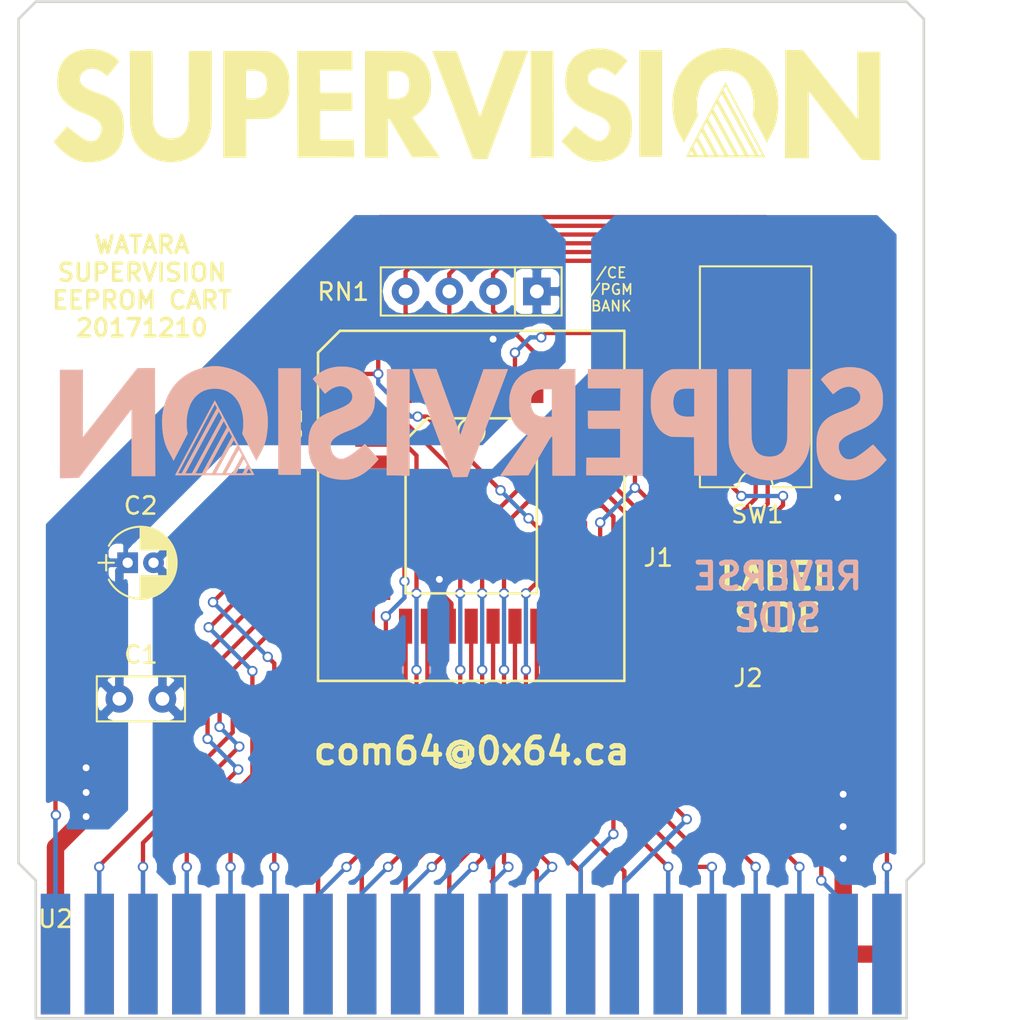
<source format=kicad_pcb>
(kicad_pcb (version 4) (host pcbnew 4.0.7)

  (general
    (links 49)
    (no_connects 0)
    (area 119.531999 53.184399 172.228001 112.334401)
    (thickness 1.6)
    (drawings 34)
    (tracks 412)
    (zones 0)
    (modules 10)
    (nets 44)
  )

  (page A4)
  (layers
    (0 F.Cu signal)
    (31 B.Cu signal)
    (32 B.Adhes user)
    (33 F.Adhes user)
    (34 B.Paste user)
    (35 F.Paste user)
    (36 B.SilkS user)
    (37 F.SilkS user)
    (38 B.Mask user hide)
    (39 F.Mask user hide)
    (40 Dwgs.User user)
    (41 Cmts.User user)
    (42 Eco1.User user)
    (43 Eco2.User user)
    (44 Edge.Cuts user)
    (45 Margin user)
    (46 B.CrtYd user)
    (47 F.CrtYd user)
    (48 B.Fab user)
    (49 F.Fab user)
  )

  (setup
    (last_trace_width 0.25)
    (user_trace_width 0.5)
    (user_trace_width 0.75)
    (user_trace_width 1)
    (trace_clearance 0.2)
    (zone_clearance 0.508)
    (zone_45_only yes)
    (trace_min 0.2)
    (segment_width 0.2)
    (edge_width 0.15)
    (via_size 0.6)
    (via_drill 0.4)
    (via_min_size 0.4)
    (via_min_drill 0.3)
    (uvia_size 0.3)
    (uvia_drill 0.1)
    (uvias_allowed no)
    (uvia_min_size 0.2)
    (uvia_min_drill 0.1)
    (pcb_text_width 0.3)
    (pcb_text_size 1.5 1.5)
    (mod_edge_width 0.15)
    (mod_text_size 1 1)
    (mod_text_width 0.15)
    (pad_size 1.524 1.524)
    (pad_drill 0.762)
    (pad_to_mask_clearance 0.2)
    (aux_axis_origin 0 0)
    (grid_origin 120.607 53.2594)
    (visible_elements 7FFFFFFF)
    (pcbplotparams
      (layerselection 0x00030_80000001)
      (usegerberextensions false)
      (excludeedgelayer true)
      (linewidth 0.100000)
      (plotframeref false)
      (viasonmask false)
      (mode 1)
      (useauxorigin false)
      (hpglpennumber 1)
      (hpglpenspeed 20)
      (hpglpendiameter 15)
      (hpglpenoverlay 2)
      (psnegative false)
      (psa4output false)
      (plotreference true)
      (plotvalue true)
      (plotinvisibletext false)
      (padsonsilk false)
      (subtractmaskfromsilk false)
      (outputformat 1)
      (mirror false)
      (drillshape 1)
      (scaleselection 1)
      (outputdirectory ""))
  )

  (net 0 "")
  (net 1 +5V)
  (net 2 GND)
  (net 3 /A16)
  (net 4 /A17)
  (net 5 /A18)
  (net 6 "Net-(SW1-Pad7)")
  (net 7 //CE)
  (net 8 /A15)
  (net 9 /A12)
  (net 10 /A7)
  (net 11 /A6)
  (net 12 /A5)
  (net 13 /A4)
  (net 14 /A3)
  (net 15 /A2)
  (net 16 /A1)
  (net 17 /A0)
  (net 18 /D0)
  (net 19 /D1)
  (net 20 /D2)
  (net 21 /D3)
  (net 22 /D4)
  (net 23 /D5)
  (net 24 /D6)
  (net 25 /D7)
  (net 26 /A10)
  (net 27 /A11)
  (net 28 /A9)
  (net 29 /A8)
  (net 30 /A13)
  (net 31 /A14)
  (net 32 "Net-(SW1-Pad4)")
  (net 33 "Net-(U2-Pad23)")
  (net 34 "Net-(U2-Pad24)")
  (net 35 "Net-(U2-Pad25)")
  (net 36 "Net-(U2-Pad26)")
  (net 37 "Net-(U2-Pad35)")
  (net 38 "Net-(U2-Pad36)")
  (net 39 "Net-(U2-Pad37)")
  (net 40 "Net-(U2-Pad38)")
  (net 41 "Net-(U2-Pad39)")
  (net 42 "Net-(J1-Pad1)")
  (net 43 "Net-(J2-Pad1)")

  (net_class Default "This is the default net class."
    (clearance 0.2)
    (trace_width 0.25)
    (via_dia 0.6)
    (via_drill 0.4)
    (uvia_dia 0.3)
    (uvia_drill 0.1)
    (add_net +5V)
    (add_net //CE)
    (add_net /A0)
    (add_net /A1)
    (add_net /A10)
    (add_net /A11)
    (add_net /A12)
    (add_net /A13)
    (add_net /A14)
    (add_net /A15)
    (add_net /A16)
    (add_net /A17)
    (add_net /A18)
    (add_net /A2)
    (add_net /A3)
    (add_net /A4)
    (add_net /A5)
    (add_net /A6)
    (add_net /A7)
    (add_net /A8)
    (add_net /A9)
    (add_net /D0)
    (add_net /D1)
    (add_net /D2)
    (add_net /D3)
    (add_net /D4)
    (add_net /D5)
    (add_net /D6)
    (add_net /D7)
    (add_net GND)
    (add_net "Net-(J1-Pad1)")
    (add_net "Net-(J2-Pad1)")
    (add_net "Net-(SW1-Pad4)")
    (add_net "Net-(SW1-Pad7)")
    (add_net "Net-(U2-Pad23)")
    (add_net "Net-(U2-Pad24)")
    (add_net "Net-(U2-Pad25)")
    (add_net "Net-(U2-Pad26)")
    (add_net "Net-(U2-Pad35)")
    (add_net "Net-(U2-Pad36)")
    (add_net "Net-(U2-Pad37)")
    (add_net "Net-(U2-Pad38)")
    (add_net "Net-(U2-Pad39)")
  )

  (module lib:SV_EDGE (layer F.Cu) (tedit 5A2D4618) (tstamp 5A2D4BFC)
    (at 121.75 106)
    (path /5A2D579C)
    (fp_text reference U2 (at 0 0.5) (layer F.SilkS)
      (effects (font (size 1 1) (thickness 0.15)))
    )
    (fp_text value SV_CART (at 0 -0.5) (layer F.Fab)
      (effects (font (size 1 1) (thickness 0.15)))
    )
    (pad 1 connect trapezoid (at 0 2.54) (size 1.7 7) (layers B.Cu F.Mask)
      (net 7 //CE))
    (pad 2 connect trapezoid (at 2.54 2.54) (size 1.7 7) (layers B.Cu F.Mask)
      (net 17 /A0))
    (pad 3 connect trapezoid (at 5.08 2.54) (size 1.7 7) (layers B.Cu F.Mask)
      (net 16 /A1))
    (pad 4 connect trapezoid (at 7.62 2.54) (size 1.7 7) (layers B.Cu F.Mask)
      (net 15 /A2))
    (pad 5 connect trapezoid (at 10.16 2.54) (size 1.7 7) (layers B.Cu F.Mask)
      (net 14 /A3))
    (pad 6 connect trapezoid (at 12.7 2.54) (size 1.7 7) (layers B.Cu F.Mask)
      (net 13 /A4))
    (pad 7 connect trapezoid (at 15.24 2.54) (size 1.7 7) (layers B.Cu F.Mask)
      (net 12 /A5))
    (pad 8 connect trapezoid (at 17.78 2.54) (size 1.7 7) (layers B.Cu F.Mask)
      (net 11 /A6))
    (pad 9 connect trapezoid (at 20.32 2.54) (size 1.7 7) (layers B.Cu F.Mask)
      (net 10 /A7))
    (pad 10 connect trapezoid (at 22.86 2.54) (size 1.7 7) (layers B.Cu F.Mask)
      (net 29 /A8))
    (pad 11 connect trapezoid (at 25.4 2.54) (size 1.7 7) (layers B.Cu F.Mask)
      (net 28 /A9))
    (pad 12 connect trapezoid (at 27.94 2.54) (size 1.7 7) (layers B.Cu F.Mask)
      (net 26 /A10))
    (pad 13 connect trapezoid (at 30.48 2.54) (size 1.7 7) (layers B.Cu F.Mask)
      (net 27 /A11))
    (pad 14 connect trapezoid (at 33.02 2.54) (size 1.7 7) (layers B.Cu F.Mask)
      (net 9 /A12))
    (pad 15 connect trapezoid (at 35.56 2.54) (size 1.7 7) (layers B.Cu F.Mask)
      (net 30 /A13))
    (pad 16 connect trapezoid (at 38.1 2.54) (size 1.7 7) (layers B.Cu F.Mask)
      (net 31 /A14))
    (pad 17 connect trapezoid (at 40.64 2.54) (size 1.7 7) (layers B.Cu F.Mask)
      (net 8 /A15))
    (pad 18 connect trapezoid (at 43.18 2.54) (size 1.7 7) (layers B.Cu F.Mask)
      (net 3 /A16))
    (pad 19 connect trapezoid (at 45.72 2.54) (size 1.7 7) (layers B.Cu F.Mask)
      (net 43 "Net-(J2-Pad1)"))
    (pad 20 connect trapezoid (at 48.26 2.54) (size 1.7 7) (layers B.Cu F.Mask)
      (net 32 "Net-(SW1-Pad4)"))
    (pad 21 connect trapezoid (at 48.26 2.54) (size 1.7 7) (layers F.Cu F.Mask)
      (net 2 GND))
    (pad 22 connect trapezoid (at 45.72 2.54) (size 1.7 7) (layers F.Cu F.Mask)
      (net 2 GND))
    (pad 23 connect trapezoid (at 43.18 2.54) (size 1.7 7) (layers F.Cu F.Mask)
      (net 33 "Net-(U2-Pad23)"))
    (pad 24 connect trapezoid (at 40.64 2.54) (size 1.7 7) (layers F.Cu F.Mask)
      (net 34 "Net-(U2-Pad24)"))
    (pad 25 connect trapezoid (at 38.1 2.54) (size 1.7 7) (layers F.Cu F.Mask)
      (net 35 "Net-(U2-Pad25)"))
    (pad 26 connect trapezoid (at 35.56 2.54) (size 1.7 7) (layers F.Cu F.Mask)
      (net 36 "Net-(U2-Pad26)"))
    (pad 27 connect trapezoid (at 33.02 2.54) (size 1.7 7) (layers F.Cu F.Mask)
      (net 25 /D7))
    (pad 28 connect trapezoid (at 30.48 2.54) (size 1.7 7) (layers F.Cu F.Mask)
      (net 24 /D6))
    (pad 29 connect trapezoid (at 27.94 2.54) (size 1.7 7) (layers F.Cu F.Mask)
      (net 23 /D5))
    (pad 30 connect trapezoid (at 25.4 2.54) (size 1.7 7) (layers F.Cu F.Mask)
      (net 22 /D4))
    (pad 31 connect trapezoid (at 22.86 2.54) (size 1.7 7) (layers F.Cu F.Mask)
      (net 21 /D3))
    (pad 32 connect trapezoid (at 20.32 2.54) (size 1.7 7) (layers F.Cu F.Mask)
      (net 20 /D2))
    (pad 33 connect trapezoid (at 17.78 2.54) (size 1.7 7) (layers F.Cu F.Mask)
      (net 19 /D1))
    (pad 34 connect trapezoid (at 15.24 2.54) (size 1.7 7) (layers F.Cu F.Mask)
      (net 18 /D0))
    (pad 35 connect trapezoid (at 12.7 2.54) (size 1.7 7) (layers F.Cu F.Mask)
      (net 37 "Net-(U2-Pad35)"))
    (pad 36 connect trapezoid (at 10.16 2.54) (size 1.7 7) (layers F.Cu F.Mask)
      (net 38 "Net-(U2-Pad36)"))
    (pad 37 connect trapezoid (at 7.62 2.54) (size 1.7 7) (layers F.Cu F.Mask)
      (net 39 "Net-(U2-Pad37)"))
    (pad 38 connect trapezoid (at 5.08 2.54) (size 1.7 7) (layers F.Cu F.Mask)
      (net 40 "Net-(U2-Pad38)"))
    (pad 39 connect trapezoid (at 2.54 2.54) (size 1.7 7) (layers F.Cu F.Mask)
      (net 41 "Net-(U2-Pad39)"))
    (pad 40 connect trapezoid (at 0 2.54) (size 1.7 7) (layers F.Cu F.Mask)
      (net 1 +5V))
  )

  (module Capacitors_THT:C_Disc_D5.0mm_W2.5mm_P2.50mm (layer F.Cu) (tedit 597BC7C2) (tstamp 5A2D3BD0)
    (at 125.4584 93.7224)
    (descr "C, Disc series, Radial, pin pitch=2.50mm, , diameter*width=5*2.5mm^2, Capacitor, http://cdn-reichelt.de/documents/datenblatt/B300/DS_KERKO_TC.pdf")
    (tags "C Disc series Radial pin pitch 2.50mm  diameter 5mm width 2.5mm Capacitor")
    (path /5A2D4CA8)
    (fp_text reference C1 (at 1.25 -2.56) (layer F.SilkS)
      (effects (font (size 1 1) (thickness 0.15)))
    )
    (fp_text value 100n (at 1.25 2.56) (layer F.Fab)
      (effects (font (size 1 1) (thickness 0.15)))
    )
    (fp_line (start -1.25 -1.25) (end -1.25 1.25) (layer F.Fab) (width 0.1))
    (fp_line (start -1.25 1.25) (end 3.75 1.25) (layer F.Fab) (width 0.1))
    (fp_line (start 3.75 1.25) (end 3.75 -1.25) (layer F.Fab) (width 0.1))
    (fp_line (start 3.75 -1.25) (end -1.25 -1.25) (layer F.Fab) (width 0.1))
    (fp_line (start -1.31 -1.31) (end 3.81 -1.31) (layer F.SilkS) (width 0.12))
    (fp_line (start -1.31 1.31) (end 3.81 1.31) (layer F.SilkS) (width 0.12))
    (fp_line (start -1.31 -1.31) (end -1.31 1.31) (layer F.SilkS) (width 0.12))
    (fp_line (start 3.81 -1.31) (end 3.81 1.31) (layer F.SilkS) (width 0.12))
    (fp_line (start -1.6 -1.6) (end -1.6 1.6) (layer F.CrtYd) (width 0.05))
    (fp_line (start -1.6 1.6) (end 4.1 1.6) (layer F.CrtYd) (width 0.05))
    (fp_line (start 4.1 1.6) (end 4.1 -1.6) (layer F.CrtYd) (width 0.05))
    (fp_line (start 4.1 -1.6) (end -1.6 -1.6) (layer F.CrtYd) (width 0.05))
    (fp_text user %R (at 1.25 0) (layer F.Fab)
      (effects (font (size 1 1) (thickness 0.15)))
    )
    (pad 1 thru_hole circle (at 0 0) (size 1.6 1.6) (drill 0.8) (layers *.Cu *.Mask)
      (net 1 +5V))
    (pad 2 thru_hole circle (at 2.5 0) (size 1.6 1.6) (drill 0.8) (layers *.Cu *.Mask)
      (net 2 GND))
    (model ${KISYS3DMOD}/Capacitors_THT.3dshapes/C_Disc_D5.0mm_W2.5mm_P2.50mm.wrl
      (at (xyz 0 0 0))
      (scale (xyz 1 1 1))
      (rotate (xyz 0 0 0))
    )
  )

  (module Capacitors_THT:CP_Radial_D4.0mm_P1.50mm (layer F.Cu) (tedit 597BC7C2) (tstamp 5A2D3C3F)
    (at 125.941 85.823)
    (descr "CP, Radial series, Radial, pin pitch=1.50mm, , diameter=4mm, Electrolytic Capacitor")
    (tags "CP Radial series Radial pin pitch 1.50mm  diameter 4mm Electrolytic Capacitor")
    (path /5A2D4D4F)
    (fp_text reference C2 (at 0.75 -3.31) (layer F.SilkS)
      (effects (font (size 1 1) (thickness 0.15)))
    )
    (fp_text value 10u (at 0.75 3.31) (layer F.Fab)
      (effects (font (size 1 1) (thickness 0.15)))
    )
    (fp_arc (start 0.75 0) (end -1.095996 -0.98) (angle 124.1) (layer F.SilkS) (width 0.12))
    (fp_arc (start 0.75 0) (end -1.095996 0.98) (angle -124.1) (layer F.SilkS) (width 0.12))
    (fp_arc (start 0.75 0) (end 2.595996 -0.98) (angle 55.9) (layer F.SilkS) (width 0.12))
    (fp_circle (center 0.75 0) (end 2.75 0) (layer F.Fab) (width 0.1))
    (fp_line (start -1.7 0) (end -0.8 0) (layer F.Fab) (width 0.1))
    (fp_line (start -1.25 -0.45) (end -1.25 0.45) (layer F.Fab) (width 0.1))
    (fp_line (start 0.75 0.78) (end 0.75 2.05) (layer F.SilkS) (width 0.12))
    (fp_line (start 0.75 -2.05) (end 0.75 -0.78) (layer F.SilkS) (width 0.12))
    (fp_line (start 0.79 -2.05) (end 0.79 -0.78) (layer F.SilkS) (width 0.12))
    (fp_line (start 0.79 0.78) (end 0.79 2.05) (layer F.SilkS) (width 0.12))
    (fp_line (start 0.83 -2.049) (end 0.83 -0.78) (layer F.SilkS) (width 0.12))
    (fp_line (start 0.83 0.78) (end 0.83 2.049) (layer F.SilkS) (width 0.12))
    (fp_line (start 0.87 -2.047) (end 0.87 -0.78) (layer F.SilkS) (width 0.12))
    (fp_line (start 0.87 0.78) (end 0.87 2.047) (layer F.SilkS) (width 0.12))
    (fp_line (start 0.91 -2.044) (end 0.91 -0.78) (layer F.SilkS) (width 0.12))
    (fp_line (start 0.91 0.78) (end 0.91 2.044) (layer F.SilkS) (width 0.12))
    (fp_line (start 0.95 -2.041) (end 0.95 -0.78) (layer F.SilkS) (width 0.12))
    (fp_line (start 0.95 0.78) (end 0.95 2.041) (layer F.SilkS) (width 0.12))
    (fp_line (start 0.99 -2.037) (end 0.99 -0.78) (layer F.SilkS) (width 0.12))
    (fp_line (start 0.99 0.78) (end 0.99 2.037) (layer F.SilkS) (width 0.12))
    (fp_line (start 1.03 -2.032) (end 1.03 -0.78) (layer F.SilkS) (width 0.12))
    (fp_line (start 1.03 0.78) (end 1.03 2.032) (layer F.SilkS) (width 0.12))
    (fp_line (start 1.07 -2.026) (end 1.07 -0.78) (layer F.SilkS) (width 0.12))
    (fp_line (start 1.07 0.78) (end 1.07 2.026) (layer F.SilkS) (width 0.12))
    (fp_line (start 1.11 -2.019) (end 1.11 -0.78) (layer F.SilkS) (width 0.12))
    (fp_line (start 1.11 0.78) (end 1.11 2.019) (layer F.SilkS) (width 0.12))
    (fp_line (start 1.15 -2.012) (end 1.15 -0.78) (layer F.SilkS) (width 0.12))
    (fp_line (start 1.15 0.78) (end 1.15 2.012) (layer F.SilkS) (width 0.12))
    (fp_line (start 1.19 -2.004) (end 1.19 -0.78) (layer F.SilkS) (width 0.12))
    (fp_line (start 1.19 0.78) (end 1.19 2.004) (layer F.SilkS) (width 0.12))
    (fp_line (start 1.23 -1.995) (end 1.23 -0.78) (layer F.SilkS) (width 0.12))
    (fp_line (start 1.23 0.78) (end 1.23 1.995) (layer F.SilkS) (width 0.12))
    (fp_line (start 1.27 -1.985) (end 1.27 -0.78) (layer F.SilkS) (width 0.12))
    (fp_line (start 1.27 0.78) (end 1.27 1.985) (layer F.SilkS) (width 0.12))
    (fp_line (start 1.31 -1.974) (end 1.31 -0.78) (layer F.SilkS) (width 0.12))
    (fp_line (start 1.31 0.78) (end 1.31 1.974) (layer F.SilkS) (width 0.12))
    (fp_line (start 1.35 -1.963) (end 1.35 -0.78) (layer F.SilkS) (width 0.12))
    (fp_line (start 1.35 0.78) (end 1.35 1.963) (layer F.SilkS) (width 0.12))
    (fp_line (start 1.39 -1.95) (end 1.39 -0.78) (layer F.SilkS) (width 0.12))
    (fp_line (start 1.39 0.78) (end 1.39 1.95) (layer F.SilkS) (width 0.12))
    (fp_line (start 1.43 -1.937) (end 1.43 -0.78) (layer F.SilkS) (width 0.12))
    (fp_line (start 1.43 0.78) (end 1.43 1.937) (layer F.SilkS) (width 0.12))
    (fp_line (start 1.471 -1.923) (end 1.471 -0.78) (layer F.SilkS) (width 0.12))
    (fp_line (start 1.471 0.78) (end 1.471 1.923) (layer F.SilkS) (width 0.12))
    (fp_line (start 1.511 -1.907) (end 1.511 -0.78) (layer F.SilkS) (width 0.12))
    (fp_line (start 1.511 0.78) (end 1.511 1.907) (layer F.SilkS) (width 0.12))
    (fp_line (start 1.551 -1.891) (end 1.551 -0.78) (layer F.SilkS) (width 0.12))
    (fp_line (start 1.551 0.78) (end 1.551 1.891) (layer F.SilkS) (width 0.12))
    (fp_line (start 1.591 -1.874) (end 1.591 -0.78) (layer F.SilkS) (width 0.12))
    (fp_line (start 1.591 0.78) (end 1.591 1.874) (layer F.SilkS) (width 0.12))
    (fp_line (start 1.631 -1.856) (end 1.631 -0.78) (layer F.SilkS) (width 0.12))
    (fp_line (start 1.631 0.78) (end 1.631 1.856) (layer F.SilkS) (width 0.12))
    (fp_line (start 1.671 -1.837) (end 1.671 -0.78) (layer F.SilkS) (width 0.12))
    (fp_line (start 1.671 0.78) (end 1.671 1.837) (layer F.SilkS) (width 0.12))
    (fp_line (start 1.711 -1.817) (end 1.711 -0.78) (layer F.SilkS) (width 0.12))
    (fp_line (start 1.711 0.78) (end 1.711 1.817) (layer F.SilkS) (width 0.12))
    (fp_line (start 1.751 -1.796) (end 1.751 -0.78) (layer F.SilkS) (width 0.12))
    (fp_line (start 1.751 0.78) (end 1.751 1.796) (layer F.SilkS) (width 0.12))
    (fp_line (start 1.791 -1.773) (end 1.791 -0.78) (layer F.SilkS) (width 0.12))
    (fp_line (start 1.791 0.78) (end 1.791 1.773) (layer F.SilkS) (width 0.12))
    (fp_line (start 1.831 -1.75) (end 1.831 -0.78) (layer F.SilkS) (width 0.12))
    (fp_line (start 1.831 0.78) (end 1.831 1.75) (layer F.SilkS) (width 0.12))
    (fp_line (start 1.871 -1.725) (end 1.871 -0.78) (layer F.SilkS) (width 0.12))
    (fp_line (start 1.871 0.78) (end 1.871 1.725) (layer F.SilkS) (width 0.12))
    (fp_line (start 1.911 -1.699) (end 1.911 -0.78) (layer F.SilkS) (width 0.12))
    (fp_line (start 1.911 0.78) (end 1.911 1.699) (layer F.SilkS) (width 0.12))
    (fp_line (start 1.951 -1.672) (end 1.951 -0.78) (layer F.SilkS) (width 0.12))
    (fp_line (start 1.951 0.78) (end 1.951 1.672) (layer F.SilkS) (width 0.12))
    (fp_line (start 1.991 -1.643) (end 1.991 -0.78) (layer F.SilkS) (width 0.12))
    (fp_line (start 1.991 0.78) (end 1.991 1.643) (layer F.SilkS) (width 0.12))
    (fp_line (start 2.031 -1.613) (end 2.031 -0.78) (layer F.SilkS) (width 0.12))
    (fp_line (start 2.031 0.78) (end 2.031 1.613) (layer F.SilkS) (width 0.12))
    (fp_line (start 2.071 -1.581) (end 2.071 -0.78) (layer F.SilkS) (width 0.12))
    (fp_line (start 2.071 0.78) (end 2.071 1.581) (layer F.SilkS) (width 0.12))
    (fp_line (start 2.111 -1.547) (end 2.111 -0.78) (layer F.SilkS) (width 0.12))
    (fp_line (start 2.111 0.78) (end 2.111 1.547) (layer F.SilkS) (width 0.12))
    (fp_line (start 2.151 -1.512) (end 2.151 -0.78) (layer F.SilkS) (width 0.12))
    (fp_line (start 2.151 0.78) (end 2.151 1.512) (layer F.SilkS) (width 0.12))
    (fp_line (start 2.191 -1.475) (end 2.191 -0.78) (layer F.SilkS) (width 0.12))
    (fp_line (start 2.191 0.78) (end 2.191 1.475) (layer F.SilkS) (width 0.12))
    (fp_line (start 2.231 -1.436) (end 2.231 -0.78) (layer F.SilkS) (width 0.12))
    (fp_line (start 2.231 0.78) (end 2.231 1.436) (layer F.SilkS) (width 0.12))
    (fp_line (start 2.271 -1.395) (end 2.271 -0.78) (layer F.SilkS) (width 0.12))
    (fp_line (start 2.271 0.78) (end 2.271 1.395) (layer F.SilkS) (width 0.12))
    (fp_line (start 2.311 -1.351) (end 2.311 1.351) (layer F.SilkS) (width 0.12))
    (fp_line (start 2.351 -1.305) (end 2.351 1.305) (layer F.SilkS) (width 0.12))
    (fp_line (start 2.391 -1.256) (end 2.391 1.256) (layer F.SilkS) (width 0.12))
    (fp_line (start 2.431 -1.204) (end 2.431 1.204) (layer F.SilkS) (width 0.12))
    (fp_line (start 2.471 -1.148) (end 2.471 1.148) (layer F.SilkS) (width 0.12))
    (fp_line (start 2.511 -1.088) (end 2.511 1.088) (layer F.SilkS) (width 0.12))
    (fp_line (start 2.551 -1.023) (end 2.551 1.023) (layer F.SilkS) (width 0.12))
    (fp_line (start 2.591 -0.952) (end 2.591 0.952) (layer F.SilkS) (width 0.12))
    (fp_line (start 2.631 -0.874) (end 2.631 0.874) (layer F.SilkS) (width 0.12))
    (fp_line (start 2.671 -0.786) (end 2.671 0.786) (layer F.SilkS) (width 0.12))
    (fp_line (start 2.711 -0.686) (end 2.711 0.686) (layer F.SilkS) (width 0.12))
    (fp_line (start 2.751 -0.567) (end 2.751 0.567) (layer F.SilkS) (width 0.12))
    (fp_line (start 2.791 -0.415) (end 2.791 0.415) (layer F.SilkS) (width 0.12))
    (fp_line (start 2.831 -0.165) (end 2.831 0.165) (layer F.SilkS) (width 0.12))
    (fp_line (start -1.7 0) (end -0.8 0) (layer F.SilkS) (width 0.12))
    (fp_line (start -1.25 -0.45) (end -1.25 0.45) (layer F.SilkS) (width 0.12))
    (fp_line (start -1.6 -2.35) (end -1.6 2.35) (layer F.CrtYd) (width 0.05))
    (fp_line (start -1.6 2.35) (end 3.1 2.35) (layer F.CrtYd) (width 0.05))
    (fp_line (start 3.1 2.35) (end 3.1 -2.35) (layer F.CrtYd) (width 0.05))
    (fp_line (start 3.1 -2.35) (end -1.6 -2.35) (layer F.CrtYd) (width 0.05))
    (fp_text user %R (at 0.75 0) (layer F.Fab)
      (effects (font (size 1 1) (thickness 0.15)))
    )
    (pad 1 thru_hole rect (at 0 0) (size 1.2 1.2) (drill 0.6) (layers *.Cu *.Mask)
      (net 1 +5V))
    (pad 2 thru_hole circle (at 1.5 0) (size 1.2 1.2) (drill 0.6) (layers *.Cu *.Mask)
      (net 2 GND))
    (model ${KISYS3DMOD}/Capacitors_THT.3dshapes/CP_Radial_D4.0mm_P1.50mm.wrl
      (at (xyz 0 0 0))
      (scale (xyz 1 1 1))
      (rotate (xyz 0 0 0))
    )
  )

  (module Resistors_THT:R_Array_SIP4 (layer F.Cu) (tedit 5A2E68BD) (tstamp 5A2D3C55)
    (at 149.69 70.075 180)
    (descr "4-pin Resistor SIP pack")
    (tags R)
    (path /5A2D5697)
    (fp_text reference RN1 (at 11.2395 -0.0254 180) (layer F.SilkS)
      (effects (font (size 1 1) (thickness 0.15)))
    )
    (fp_text value R_Network03 (at 5.08 2.4 180) (layer F.Fab)
      (effects (font (size 1 1) (thickness 0.15)))
    )
    (fp_line (start -1.29 -1.25) (end -1.29 1.25) (layer F.Fab) (width 0.1))
    (fp_line (start -1.29 1.25) (end 8.91 1.25) (layer F.Fab) (width 0.1))
    (fp_line (start 8.91 1.25) (end 8.91 -1.25) (layer F.Fab) (width 0.1))
    (fp_line (start 8.91 -1.25) (end -1.29 -1.25) (layer F.Fab) (width 0.1))
    (fp_line (start 1.27 -1.25) (end 1.27 1.25) (layer F.Fab) (width 0.1))
    (fp_line (start -1.44 -1.4) (end -1.44 1.4) (layer F.SilkS) (width 0.12))
    (fp_line (start -1.44 1.4) (end 9.06 1.4) (layer F.SilkS) (width 0.12))
    (fp_line (start 9.06 1.4) (end 9.06 -1.4) (layer F.SilkS) (width 0.12))
    (fp_line (start 9.06 -1.4) (end -1.44 -1.4) (layer F.SilkS) (width 0.12))
    (fp_line (start 1.27 -1.4) (end 1.27 1.4) (layer F.SilkS) (width 0.12))
    (fp_line (start -1.7 -1.65) (end -1.7 1.65) (layer F.CrtYd) (width 0.05))
    (fp_line (start -1.7 1.65) (end 9.35 1.65) (layer F.CrtYd) (width 0.05))
    (fp_line (start 9.35 1.65) (end 9.35 -1.65) (layer F.CrtYd) (width 0.05))
    (fp_line (start 9.35 -1.65) (end -1.7 -1.65) (layer F.CrtYd) (width 0.05))
    (pad 1 thru_hole rect (at 0 0 180) (size 1.6 1.6) (drill 0.8) (layers *.Cu *.Mask)
      (net 1 +5V))
    (pad 2 thru_hole oval (at 2.54 0 180) (size 1.6 1.6) (drill 0.8) (layers *.Cu *.Mask)
      (net 4 /A17))
    (pad 3 thru_hole oval (at 5.08 0 180) (size 1.6 1.6) (drill 0.8) (layers *.Cu *.Mask)
      (net 5 /A18))
    (pad 4 thru_hole oval (at 7.62 0 180) (size 1.6 1.6) (drill 0.8) (layers *.Cu *.Mask)
      (net 3 /A16))
    (model ${KISYS3DMOD}/Resistors_THT.3dshapes/R_Array_SIP4.wrl
      (at (xyz 0 0 0))
      (scale (xyz 0.39 0.39 0.39))
      (rotate (xyz 0 0 0))
    )
  )

  (module Housings_DIP:SMDIP-10_W9.53mm (layer F.Cu) (tedit 5A2E5C01) (tstamp 5A2D3C73)
    (at 162.39 75.028 180)
    (descr "10-lead surface-mounted (SMD) DIP package, row spacing 9.53 mm (375 mils)")
    (tags "SMD DIP DIL PDIP SMDIP 2.54mm 9.53mm 375mil")
    (path /5A2D4114)
    (attr smd)
    (fp_text reference SW1 (at -0.1016 -7.9883 180) (layer F.SilkS)
      (effects (font (size 1 1) (thickness 0.15)))
    )
    (fp_text value SW_DIP_x05 (at 0 7.41 180) (layer F.Fab)
      (effects (font (size 1 1) (thickness 0.15)))
    )
    (fp_arc (start 0 -6.41) (end -1 -6.41) (angle -180) (layer F.SilkS) (width 0.12))
    (fp_line (start -2.175 -6.35) (end 3.175 -6.35) (layer F.Fab) (width 0.1))
    (fp_line (start 3.175 -6.35) (end 3.175 6.35) (layer F.Fab) (width 0.1))
    (fp_line (start 3.175 6.35) (end -3.175 6.35) (layer F.Fab) (width 0.1))
    (fp_line (start -3.175 6.35) (end -3.175 -5.35) (layer F.Fab) (width 0.1))
    (fp_line (start -3.175 -5.35) (end -2.175 -6.35) (layer F.Fab) (width 0.1))
    (fp_line (start -1 -6.41) (end -3.235 -6.41) (layer F.SilkS) (width 0.12))
    (fp_line (start -3.235 -6.41) (end -3.235 6.41) (layer F.SilkS) (width 0.12))
    (fp_line (start -3.235 6.41) (end 3.235 6.41) (layer F.SilkS) (width 0.12))
    (fp_line (start 3.235 6.41) (end 3.235 -6.41) (layer F.SilkS) (width 0.12))
    (fp_line (start 3.235 -6.41) (end 1 -6.41) (layer F.SilkS) (width 0.12))
    (fp_line (start -6.05 -6.6) (end -6.05 6.6) (layer F.CrtYd) (width 0.05))
    (fp_line (start -6.05 6.6) (end 6.05 6.6) (layer F.CrtYd) (width 0.05))
    (fp_line (start 6.05 6.6) (end 6.05 -6.6) (layer F.CrtYd) (width 0.05))
    (fp_line (start 6.05 -6.6) (end -6.05 -6.6) (layer F.CrtYd) (width 0.05))
    (fp_text user %R (at 0 0 180) (layer F.Fab)
      (effects (font (size 1 1) (thickness 0.15)))
    )
    (pad 1 smd rect (at -4.765 -5.08 180) (size 2 1.78) (layers F.Cu F.Paste F.Mask)
      (net 2 GND))
    (pad 6 smd rect (at 4.765 5.08 180) (size 2 1.78) (layers F.Cu F.Paste F.Mask)
      (net 42 "Net-(J1-Pad1)"))
    (pad 2 smd rect (at -4.765 -2.54 180) (size 2 1.78) (layers F.Cu F.Paste F.Mask)
      (net 2 GND))
    (pad 7 smd rect (at 4.765 2.54 180) (size 2 1.78) (layers F.Cu F.Paste F.Mask)
      (net 6 "Net-(SW1-Pad7)"))
    (pad 3 smd rect (at -4.765 0 180) (size 2 1.78) (layers F.Cu F.Paste F.Mask)
      (net 2 GND))
    (pad 8 smd rect (at 4.765 0 180) (size 2 1.78) (layers F.Cu F.Paste F.Mask)
      (net 4 /A17))
    (pad 4 smd rect (at -4.765 2.54 180) (size 2 1.78) (layers F.Cu F.Paste F.Mask)
      (net 32 "Net-(SW1-Pad4)"))
    (pad 9 smd rect (at 4.765 -2.54 180) (size 2 1.78) (layers F.Cu F.Paste F.Mask)
      (net 5 /A18))
    (pad 5 smd rect (at -4.765 5.08 180) (size 2 1.78) (layers F.Cu F.Paste F.Mask)
      (net 7 //CE))
    (pad 10 smd rect (at 4.765 -5.08 180) (size 2 1.78) (layers F.Cu F.Paste F.Mask)
      (net 3 /A16))
    (model ${KISYS3DMOD}/Housings_DIP.3dshapes/SMDIP-10_W9.53mm.wrl
      (at (xyz 0 0 0))
      (scale (xyz 1 1 1))
      (rotate (xyz 0 0 0))
    )
  )

  (module SMD_Packages:PLCC-32 (layer F.Cu) (tedit 5A2E68B6) (tstamp 5A2D3CA3)
    (at 145.88 82.521)
    (descr "Support CMS Plcc 32 pins")
    (tags "CMS Plcc")
    (path /5A2D31A9)
    (attr smd)
    (fp_text reference U1 (at -10.3505 -4.6736 90) (layer F.SilkS)
      (effects (font (size 1 1) (thickness 0.15)))
    )
    (fp_text value SST39SF040 (at 10.16 0 90) (layer F.Fab)
      (effects (font (size 1 1) (thickness 0.15)))
    )
    (fp_circle (center 0 -4.318) (end 0 -5.08) (layer F.SilkS) (width 0.15))
    (fp_line (start 3.81 -5.08) (end -2.54 -5.08) (layer F.SilkS) (width 0.15))
    (fp_line (start -2.54 -5.08) (end -3.81 -3.81) (layer F.SilkS) (width 0.15))
    (fp_line (start -3.81 -3.81) (end -3.81 5.08) (layer F.SilkS) (width 0.15))
    (fp_line (start -3.81 5.08) (end 3.81 5.08) (layer F.SilkS) (width 0.15))
    (fp_line (start 3.81 5.08) (end 3.81 -5.08) (layer F.SilkS) (width 0.15))
    (fp_line (start 8.89 -6.985) (end 8.89 10.16) (layer F.SilkS) (width 0.15))
    (fp_line (start 8.89 10.16) (end -8.89 10.16) (layer F.SilkS) (width 0.15))
    (fp_line (start -8.89 10.16) (end -8.89 -8.89) (layer F.SilkS) (width 0.15))
    (fp_line (start -8.89 -8.89) (end -7.62 -10.16) (layer F.SilkS) (width 0.15))
    (fp_line (start -7.62 -10.16) (end 8.89 -10.16) (layer F.SilkS) (width 0.15))
    (fp_line (start 8.89 -10.16) (end 8.89 -6.985) (layer F.SilkS) (width 0.15))
    (pad 1 smd rect (at 0 -6.985) (size 0.762 2.032) (layers F.Cu F.Paste F.Mask)
      (net 5 /A18))
    (pad 2 smd rect (at -1.27 -6.985) (size 0.762 2.032) (layers F.Cu F.Paste F.Mask)
      (net 3 /A16))
    (pad 3 smd rect (at -2.54 -6.985) (size 0.762 2.032) (layers F.Cu F.Paste F.Mask)
      (net 8 /A15))
    (pad 4 smd rect (at -3.81 -6.985) (size 0.762 2.032) (layers F.Cu F.Paste F.Mask)
      (net 9 /A12))
    (pad 5 smd rect (at -5.715 -5.08) (size 2.032 0.762) (layers F.Cu F.Paste F.Mask)
      (net 10 /A7))
    (pad 6 smd rect (at -5.715 -3.81) (size 2.032 0.762) (layers F.Cu F.Paste F.Mask)
      (net 11 /A6))
    (pad 7 smd rect (at -5.715 -2.54) (size 2.032 0.762) (layers F.Cu F.Paste F.Mask)
      (net 12 /A5))
    (pad 8 smd rect (at -5.715 -1.27) (size 2.032 0.762) (layers F.Cu F.Paste F.Mask)
      (net 13 /A4))
    (pad 9 smd rect (at -5.715 0) (size 2.032 0.762) (layers F.Cu F.Paste F.Mask)
      (net 14 /A3))
    (pad 10 smd rect (at -5.715 1.27) (size 2.032 0.762) (layers F.Cu F.Paste F.Mask)
      (net 15 /A2))
    (pad 11 smd rect (at -5.715 2.54) (size 2.032 0.762) (layers F.Cu F.Paste F.Mask)
      (net 16 /A1))
    (pad 12 smd rect (at -5.715 3.81) (size 2.032 0.762) (layers F.Cu F.Paste F.Mask)
      (net 17 /A0))
    (pad 13 smd rect (at -5.715 5.08) (size 2.032 0.762) (layers F.Cu F.Paste F.Mask)
      (net 18 /D0))
    (pad 14 smd rect (at -3.81 6.985) (size 0.762 2.032) (layers F.Cu F.Paste F.Mask)
      (net 19 /D1))
    (pad 15 smd rect (at -2.54 6.985) (size 0.762 2.032) (layers F.Cu F.Paste F.Mask)
      (net 20 /D2))
    (pad 16 smd rect (at -1.27 6.985) (size 0.762 2.032) (layers F.Cu F.Paste F.Mask)
      (net 2 GND))
    (pad 17 smd rect (at 0 6.985) (size 0.762 2.032) (layers F.Cu F.Paste F.Mask)
      (net 21 /D3))
    (pad 18 smd rect (at 1.27 6.985) (size 0.762 2.032) (layers F.Cu F.Paste F.Mask)
      (net 22 /D4))
    (pad 19 smd rect (at 2.54 6.985) (size 0.762 2.032) (layers F.Cu F.Paste F.Mask)
      (net 23 /D5))
    (pad 20 smd rect (at 3.81 6.985) (size 0.762 2.032) (layers F.Cu F.Paste F.Mask)
      (net 24 /D6))
    (pad 21 smd rect (at 5.715 5.08) (size 2.032 0.762) (layers F.Cu F.Paste F.Mask)
      (net 25 /D7))
    (pad 22 smd rect (at 5.715 3.81) (size 2.032 0.762) (layers F.Cu F.Paste F.Mask)
      (net 42 "Net-(J1-Pad1)"))
    (pad 23 smd rect (at 5.715 2.54) (size 2.032 0.762) (layers F.Cu F.Paste F.Mask)
      (net 26 /A10))
    (pad 24 smd rect (at 5.715 1.27) (size 2.032 0.762) (layers F.Cu F.Paste F.Mask)
      (net 7 //CE))
    (pad 25 smd rect (at 5.715 0) (size 2.032 0.762) (layers F.Cu F.Paste F.Mask)
      (net 27 /A11))
    (pad 26 smd rect (at 5.715 -1.27) (size 2.032 0.762) (layers F.Cu F.Paste F.Mask)
      (net 28 /A9))
    (pad 27 smd rect (at 5.715 -2.54) (size 2.032 0.762) (layers F.Cu F.Paste F.Mask)
      (net 29 /A8))
    (pad 28 smd rect (at 5.715 -3.81) (size 2.032 0.762) (layers F.Cu F.Paste F.Mask)
      (net 30 /A13))
    (pad 29 smd rect (at 5.715 -5.08) (size 2.032 0.762) (layers F.Cu F.Paste F.Mask)
      (net 31 /A14))
    (pad 30 smd rect (at 3.81 -6.985) (size 0.762 2.032) (layers F.Cu F.Paste F.Mask)
      (net 4 /A17))
    (pad 31 smd rect (at 2.54 -6.985) (size 0.762 2.032) (layers F.Cu F.Paste F.Mask)
      (net 6 "Net-(SW1-Pad7)"))
    (pad 32 smd rect (at 1.27 -6.985) (size 0.762 2.032) (layers F.Cu F.Paste F.Mask)
      (net 1 +5V))
  )

  (module lib:SV_LOGO (layer B.Cu) (tedit 0) (tstamp 5A2E3449)
    (at 146.007 77.7204 180)
    (fp_text reference G*** (at 0 0 180) (layer B.SilkS) hide
      (effects (font (thickness 0.3)) (justify mirror))
    )
    (fp_text value LOGO (at 0.75 0 180) (layer B.SilkS) hide
      (effects (font (thickness 0.3)) (justify mirror))
    )
    (fp_poly (pts (xy -21.622873 3.243009) (xy -21.374722 3.209289) (xy -21.135941 3.151923) (xy -20.909627 3.071419)
      (xy -20.698882 2.968286) (xy -20.588941 2.900918) (xy -20.521786 2.853537) (xy -20.448434 2.797044)
      (xy -20.374761 2.736456) (xy -20.306643 2.676792) (xy -20.249954 2.623071) (xy -20.210571 2.58031)
      (xy -20.204701 2.57272) (xy -20.171577 2.527607) (xy -20.514428 2.109048) (xy -20.593415 2.012815)
      (xy -20.666644 1.923971) (xy -20.731915 1.845156) (xy -20.78703 1.779009) (xy -20.82979 1.728171)
      (xy -20.857996 1.695279) (xy -20.869377 1.683013) (xy -20.885429 1.688647) (xy -20.917795 1.710128)
      (xy -20.960539 1.74336) (xy -20.978002 1.75799) (xy -21.123892 1.873198) (xy -21.263886 1.963279)
      (xy -21.403243 2.03083) (xy -21.547225 2.078446) (xy -21.683689 2.106186) (xy -21.809334 2.111722)
      (xy -21.936867 2.092787) (xy -22.060892 2.051955) (xy -22.176015 1.991803) (xy -22.276841 1.914906)
      (xy -22.357973 1.823839) (xy -22.392732 1.76773) (xy -22.443732 1.644927) (xy -22.465201 1.526093)
      (xy -22.457307 1.411899) (xy -22.420219 1.303015) (xy -22.354104 1.20011) (xy -22.259132 1.103855)
      (xy -22.217594 1.070722) (xy -22.135731 1.015807) (xy -22.031625 0.956316) (xy -21.911861 0.895545)
      (xy -21.783021 0.83679) (xy -21.65169 0.783349) (xy -21.619883 0.771442) (xy -21.531273 0.738892)
      (xy -21.427434 0.700771) (xy -21.321195 0.66179) (xy -21.225387 0.626655) (xy -21.223941 0.626126)
      (xy -20.996911 0.53558) (xy -20.79746 0.439907) (xy -20.623486 0.337455) (xy -20.472888 0.226571)
      (xy -20.343566 0.105604) (xy -20.233419 -0.027098) (xy -20.140345 -0.173185) (xy -20.094893 -0.26147)
      (xy -20.038557 -0.391093) (xy -19.994207 -0.520498) (xy -19.96084 -0.655112) (xy -19.937449 -0.80036)
      (xy -19.923031 -0.961669) (xy -19.91658 -1.144466) (xy -19.916005 -1.227561) (xy -19.916846 -1.32987)
      (xy -19.91919 -1.432688) (xy -19.922751 -1.528172) (xy -19.927244 -1.608477) (xy -19.931712 -1.660079)
      (xy -19.970998 -1.91) (xy -20.029909 -2.137649) (xy -20.108806 -2.3436) (xy -20.20805 -2.528425)
      (xy -20.328001 -2.692697) (xy -20.469022 -2.836989) (xy -20.631473 -2.961874) (xy -20.815714 -3.067925)
      (xy -20.82053 -3.070304) (xy -20.998284 -3.148999) (xy -21.180652 -3.211346) (xy -21.375034 -3.259443)
      (xy -21.588828 -3.295391) (xy -21.634432 -3.301291) (xy -21.72736 -3.309519) (xy -21.837013 -3.314076)
      (xy -21.954783 -3.315068) (xy -22.072061 -3.312597) (xy -22.18024 -3.306768) (xy -22.270711 -3.297686)
      (xy -22.299706 -3.29322) (xy -22.52056 -3.241011) (xy -22.736617 -3.162629) (xy -22.949272 -3.05731)
      (xy -23.159919 -2.92429) (xy -23.369953 -2.762806) (xy -23.53378 -2.61704) (xy -23.60159 -2.551328)
      (xy -23.671769 -2.480075) (xy -23.741285 -2.406717) (xy -23.807102 -2.334691) (xy -23.866187 -2.267431)
      (xy -23.915506 -2.208374) (xy -23.952024 -2.160956) (xy -23.972708 -2.128612) (xy -23.97599 -2.116273)
      (xy -23.964716 -2.101101) (xy -23.936207 -2.066825) (xy -23.893111 -2.016433) (xy -23.838077 -1.952915)
      (xy -23.773753 -1.879261) (xy -23.702786 -1.79846) (xy -23.627826 -1.713501) (xy -23.551519 -1.627375)
      (xy -23.476515 -1.543069) (xy -23.405462 -1.463575) (xy -23.341008 -1.391881) (xy -23.2858 -1.330977)
      (xy -23.242488 -1.283852) (xy -23.213719 -1.253495) (xy -23.202356 -1.242941) (xy -23.187576 -1.250481)
      (xy -23.154045 -1.274299) (xy -23.105789 -1.311327) (xy -23.046834 -1.358498) (xy -22.999205 -1.397701)
      (xy -22.797229 -1.561996) (xy -22.611629 -1.705042) (xy -22.442894 -1.826508) (xy -22.291517 -1.926061)
      (xy -22.157988 -2.003366) (xy -22.042798 -2.058093) (xy -22.002239 -2.073493) (xy -21.879304 -2.101823)
      (xy -21.759359 -2.10195) (xy -21.644838 -2.075546) (xy -21.538178 -2.024286) (xy -21.441815 -1.949843)
      (xy -21.358185 -1.853891) (xy -21.289722 -1.738103) (xy -21.238864 -1.604153) (xy -21.222186 -1.537535)
      (xy -21.207242 -1.430397) (xy -21.20586 -1.321272) (xy -21.217526 -1.219697) (xy -21.241726 -1.135207)
      (xy -21.244158 -1.129542) (xy -21.282651 -1.064457) (xy -21.342038 -0.991429) (xy -21.416696 -0.916291)
      (xy -21.501 -0.84488) (xy -21.55922 -0.802607) (xy -21.639943 -0.752732) (xy -21.742299 -0.696847)
      (xy -21.859513 -0.638212) (xy -21.984811 -0.58009) (xy -22.111418 -0.525741) (xy -22.232471 -0.478462)
      (xy -22.50522 -0.367903) (xy -22.752437 -0.246348) (xy -22.973688 -0.114159) (xy -23.168537 0.0283)
      (xy -23.336547 0.180665) (xy -23.477285 0.342574) (xy -23.590312 0.513661) (xy -23.675196 0.693565)
      (xy -23.69187 0.739589) (xy -23.712496 0.808141) (xy -23.732922 0.889284) (xy -23.748881 0.966003)
      (xy -23.749482 0.969399) (xy -23.759612 1.049782) (xy -23.766599 1.152103) (xy -23.770442 1.268581)
      (xy -23.771143 1.391439) (xy -23.768702 1.512897) (xy -23.763121 1.625175) (xy -23.754399 1.720495)
      (xy -23.749409 1.756034) (xy -23.697761 1.993673) (xy -23.623239 2.212464) (xy -23.526349 2.41187)
      (xy -23.407594 2.591356) (xy -23.26748 2.750386) (xy -23.10651 2.888423) (xy -22.92519 3.004932)
      (xy -22.724024 3.099378) (xy -22.503516 3.171223) (xy -22.392546 3.197195) (xy -22.134884 3.237471)
      (xy -21.877293 3.252572) (xy -21.622873 3.243009)) (layer B.SilkS) (width 0.01))
    (fp_poly (pts (xy -18.238175 1.96103) (xy -18.236487 1.748945) (xy -18.234889 1.525225) (xy -18.233406 1.294762)
      (xy -18.232062 1.062448) (xy -18.230881 0.833174) (xy -18.229888 0.611832) (xy -18.229108 0.403313)
      (xy -18.228564 0.212509) (xy -18.228282 0.044311) (xy -18.228246 -0.027965) (xy -18.228056 -0.228162)
      (xy -18.227353 -0.40129) (xy -18.225932 -0.550156) (xy -18.223586 -0.677572) (xy -18.220109 -0.786347)
      (xy -18.215294 -0.879292) (xy -18.208936 -0.959216) (xy -18.200828 -1.02893) (xy -18.190763 -1.091243)
      (xy -18.178537 -1.148965) (xy -18.163941 -1.204908) (xy -18.146771 -1.26188) (xy -18.135015 -1.298125)
      (xy -18.068597 -1.459517) (xy -17.983652 -1.597528) (xy -17.879929 -1.712419) (xy -17.757176 -1.804451)
      (xy -17.615141 -1.873887) (xy -17.563353 -1.892093) (xy -17.457762 -1.917588) (xy -17.333462 -1.934148)
      (xy -17.200402 -1.941304) (xy -17.068533 -1.938583) (xy -16.947803 -1.925518) (xy -16.928353 -1.922094)
      (xy -16.770112 -1.879638) (xy -16.630219 -1.815043) (xy -16.508361 -1.727888) (xy -16.404228 -1.617755)
      (xy -16.317509 -1.484226) (xy -16.247891 -1.326882) (xy -16.195064 -1.145305) (xy -16.158717 -0.939076)
      (xy -16.151557 -0.877873) (xy -16.149507 -0.843193) (xy -16.14757 -0.780061) (xy -16.145759 -0.689904)
      (xy -16.144083 -0.574151) (xy -16.142552 -0.434232) (xy -16.141176 -0.271575) (xy -16.139966 -0.087609)
      (xy -16.138932 0.116236) (xy -16.138084 0.338533) (xy -16.137432 0.577852) (xy -16.136986 0.832765)
      (xy -16.136757 1.101841) (xy -16.13673 1.19903) (xy -16.136471 3.137647) (xy -14.805378 3.137647)
      (xy -14.810552 1.004794) (xy -14.811268 0.703439) (xy -14.811924 0.430351) (xy -14.812577 0.183915)
      (xy -14.813289 -0.037482) (xy -14.814117 -0.235456) (xy -14.815122 -0.411621) (xy -14.816363 -0.567592)
      (xy -14.817898 -0.704983) (xy -14.819788 -0.825409) (xy -14.822092 -0.930486) (xy -14.824868 -1.021826)
      (xy -14.828177 -1.101046) (xy -14.832078 -1.169759) (xy -14.83663 -1.229581) (xy -14.841892 -1.282126)
      (xy -14.847923 -1.329008) (xy -14.854784 -1.371843) (xy -14.862533 -1.412245) (xy -14.87123 -1.451829)
      (xy -14.880934 -1.492209) (xy -14.891704 -1.535) (xy -14.903599 -1.581816) (xy -14.905942 -1.591102)
      (xy -14.984237 -1.845236) (xy -15.086266 -2.081665) (xy -15.211192 -2.299693) (xy -15.35818 -2.498627)
      (xy -15.526396 -2.67777) (xy -15.715003 -2.836427) (xy -15.923166 -2.973905) (xy -16.15005 -3.089507)
      (xy -16.39482 -3.182539) (xy -16.656639 -3.252306) (xy -16.934674 -3.298113) (xy -16.961382 -3.301137)
      (xy -17.086396 -3.311756) (xy -17.202881 -3.314457) (xy -17.323044 -3.309084) (xy -17.459092 -3.295477)
      (xy -17.466236 -3.294614) (xy -17.74292 -3.247671) (xy -18.002565 -3.176212) (xy -18.245297 -3.080175)
      (xy -18.471246 -2.959501) (xy -18.68054 -2.814131) (xy -18.873308 -2.644004) (xy -18.879496 -2.637861)
      (xy -19.047677 -2.450294) (xy -19.191558 -2.24677) (xy -19.311419 -2.026663) (xy -19.407538 -1.78935)
      (xy -19.480194 -1.534206) (xy -19.529666 -1.260606) (xy -19.542348 -1.152622) (xy -19.54482 -1.11236)
      (xy -19.547092 -1.04276) (xy -19.549161 -0.944363) (xy -19.551023 -0.817713) (xy -19.552673 -0.663353)
      (xy -19.554109 -0.481826) (xy -19.555326 -0.273674) (xy -19.55632 -0.039441) (xy -19.557088 0.22033)
      (xy -19.557625 0.505098) (xy -19.557929 0.814318) (xy -19.558 1.069878) (xy -19.558 3.137647)
      (xy -18.248094 3.137647) (xy -18.238175 1.96103)) (layer B.SilkS) (width 0.01))
    (fp_poly (pts (xy 7.865848 3.277328) (xy 8.122156 3.243363) (xy 8.366523 3.183096) (xy 8.598029 3.096815)
      (xy 8.815753 2.984806) (xy 9.018777 2.847356) (xy 9.20618 2.684751) (xy 9.216709 2.674397)
      (xy 9.323845 2.568319) (xy 9.192834 2.40831) (xy 9.143071 2.347549) (xy 9.079483 2.269935)
      (xy 9.007192 2.181718) (xy 8.931323 2.08915) (xy 8.856999 1.998484) (xy 8.838973 1.976497)
      (xy 8.616122 1.704693) (xy 8.558274 1.752553) (xy 8.418554 1.86331) (xy 8.292182 1.952345)
      (xy 8.174643 2.021887) (xy 8.06142 2.074169) (xy 7.947998 2.111422) (xy 7.829859 2.135877)
      (xy 7.765524 2.144227) (xy 7.656308 2.143189) (xy 7.538658 2.120142) (xy 7.42052 2.078069)
      (xy 7.309842 2.019953) (xy 7.214571 1.948777) (xy 7.194788 1.929989) (xy 7.117196 1.833849)
      (xy 7.062201 1.725776) (xy 7.031355 1.611168) (xy 7.026207 1.495428) (xy 7.042915 1.401152)
      (xy 7.075329 1.320503) (xy 7.125463 1.243422) (xy 7.194831 1.168916) (xy 7.284949 1.095992)
      (xy 7.397333 1.023657) (xy 7.533498 0.950918) (xy 7.69496 0.876782) (xy 7.883235 0.800257)
      (xy 8.060764 0.734281) (xy 8.16401 0.696706) (xy 8.266704 0.658409) (xy 8.362489 0.621829)
      (xy 8.445007 0.589404) (xy 8.507899 0.563573) (xy 8.524042 0.556566) (xy 8.738998 0.448993)
      (xy 8.927428 0.328311) (xy 9.090197 0.193361) (xy 9.228166 0.042985) (xy 9.342198 -0.123974)
      (xy 9.433157 -0.308673) (xy 9.501905 -0.512272) (xy 9.549305 -0.735927) (xy 9.563249 -0.837778)
      (xy 9.571274 -0.937865) (xy 9.575322 -1.059849) (xy 9.575626 -1.196043) (xy 9.572417 -1.338762)
      (xy 9.565927 -1.480318) (xy 9.556389 -1.613024) (xy 9.544033 -1.729193) (xy 9.534418 -1.793244)
      (xy 9.481087 -2.030094) (xy 9.407647 -2.24502) (xy 9.313596 -2.438648) (xy 9.198438 -2.6116)
      (xy 9.061671 -2.7645) (xy 8.902797 -2.897972) (xy 8.721318 -3.01264) (xy 8.516733 -3.109127)
      (xy 8.465358 -3.12919) (xy 8.31019 -3.17923) (xy 8.136976 -3.22061) (xy 7.952877 -3.25255)
      (xy 7.765053 -3.274272) (xy 7.580664 -3.284996) (xy 7.406871 -3.283943) (xy 7.250835 -3.270335)
      (xy 7.216588 -3.265074) (xy 6.995601 -3.215457) (xy 6.782558 -3.141939) (xy 6.574157 -3.043009)
      (xy 6.367095 -2.917155) (xy 6.21257 -2.805632) (xy 6.141883 -2.747726) (xy 6.056995 -2.672497)
      (xy 5.96329 -2.58519) (xy 5.866152 -2.491051) (xy 5.770965 -2.395325) (xy 5.683116 -2.303257)
      (xy 5.607987 -2.220093) (xy 5.589954 -2.199105) (xy 5.497322 -2.089799) (xy 5.613631 -1.95982)
      (xy 5.655804 -1.91257) (xy 5.71362 -1.847621) (xy 5.782918 -1.769653) (xy 5.859542 -1.683348)
      (xy 5.939333 -1.593386) (xy 6.004327 -1.520038) (xy 6.076378 -1.439217) (xy 6.142322 -1.366258)
      (xy 6.199495 -1.304025) (xy 6.245236 -1.255385) (xy 6.27688 -1.223204) (xy 6.291764 -1.210347)
      (xy 6.292229 -1.210235) (xy 6.307492 -1.219362) (xy 6.341752 -1.244738) (xy 6.391157 -1.283353)
      (xy 6.451856 -1.332196) (xy 6.518372 -1.386911) (xy 6.679645 -1.519087) (xy 6.822953 -1.632398)
      (xy 6.951488 -1.729083) (xy 7.068445 -1.811378) (xy 7.177016 -1.88152) (xy 7.280395 -1.941747)
      (xy 7.381776 -1.994296) (xy 7.393439 -1.999942) (xy 7.4597 -2.031112) (xy 7.508727 -2.051207)
      (xy 7.549956 -2.062631) (xy 7.592823 -2.067788) (xy 7.646762 -2.069082) (xy 7.664823 -2.069081)
      (xy 7.733675 -2.067446) (xy 7.785281 -2.061136) (xy 7.832208 -2.047518) (xy 7.887023 -2.023958)
      (xy 7.892538 -2.021371) (xy 8.006548 -1.951509) (xy 8.103034 -1.85838) (xy 8.180746 -1.743774)
      (xy 8.238438 -1.609486) (xy 8.271571 -1.476932) (xy 8.286055 -1.337182) (xy 8.276247 -1.212782)
      (xy 8.241303 -1.100562) (xy 8.180383 -0.99735) (xy 8.127646 -0.934846) (xy 8.024384 -0.841008)
      (xy 7.893314 -0.747803) (xy 7.736506 -0.656437) (xy 7.556029 -0.568115) (xy 7.353951 -0.484043)
      (xy 7.353427 -0.483842) (xy 7.232382 -0.437034) (xy 7.133757 -0.398037) (xy 7.051906 -0.364404)
      (xy 6.981183 -0.333684) (xy 6.915942 -0.303431) (xy 6.850538 -0.271195) (xy 6.783294 -0.236602)
      (xy 6.556681 -0.107034) (xy 6.358353 0.030702) (xy 6.187659 0.177304) (xy 6.043953 0.333465)
      (xy 5.926585 0.499882) (xy 5.834906 0.677249) (xy 5.774329 0.845098) (xy 5.754171 0.932993)
      (xy 5.737705 1.04325) (xy 5.725398 1.168525) (xy 5.717718 1.301471) (xy 5.715132 1.434745)
      (xy 5.718108 1.561) (xy 5.723692 1.640634) (xy 5.759593 1.888569) (xy 5.818641 2.117701)
      (xy 5.900431 2.327617) (xy 6.004557 2.517905) (xy 6.130611 2.68815) (xy 6.27819 2.837942)
      (xy 6.446886 2.966866) (xy 6.636293 3.074509) (xy 6.846007 3.16046) (xy 7.07562 3.224306)
      (xy 7.321085 3.265208) (xy 7.598517 3.284705) (xy 7.865848 3.277328)) (layer B.SilkS) (width 0.01))
    (fp_poly (pts (xy 18.993698 3.193873) (xy 19.50516 3.189941) (xy 21.081727 1.192572) (xy 21.251188 0.977893)
      (xy 21.415664 0.769555) (xy 21.574198 0.568768) (xy 21.725835 0.37674) (xy 21.869621 0.19468)
      (xy 22.004599 0.023798) (xy 22.129814 -0.134696) (xy 22.244311 -0.279595) (xy 22.347134 -0.409688)
      (xy 22.437327 -0.523768) (xy 22.513936 -0.620623) (xy 22.576004 -0.699046) (xy 22.622577 -0.757827)
      (xy 22.652698 -0.795757) (xy 22.665412 -0.811627) (xy 22.665764 -0.812036) (xy 22.666635 -0.79828)
      (xy 22.667397 -0.756377) (xy 22.668049 -0.688062) (xy 22.668588 -0.595072) (xy 22.669013 -0.47914)
      (xy 22.669322 -0.342002) (xy 22.669513 -0.185395) (xy 22.669584 -0.011052) (xy 22.669533 0.179291)
      (xy 22.669359 0.383898) (xy 22.66906 0.601034) (xy 22.668633 0.828964) (xy 22.668077 1.065953)
      (xy 22.667863 1.14664) (xy 22.66249 3.112555) (xy 22.868196 3.102689) (xy 22.937542 3.100125)
      (xy 23.030677 3.097809) (xy 23.141507 3.095832) (xy 23.263938 3.094282) (xy 23.391877 3.093251)
      (xy 23.51923 3.092829) (xy 23.534715 3.092824) (xy 23.995529 3.092824) (xy 23.995529 -3.197411)
      (xy 23.924559 -3.194583) (xy 23.892135 -3.19362) (xy 23.834129 -3.19224) (xy 23.754837 -3.190531)
      (xy 23.658554 -3.188581) (xy 23.549575 -3.18648) (xy 23.432198 -3.184314) (xy 23.379731 -3.183377)
      (xy 23.244507 -3.180786) (xy 23.136181 -3.178181) (xy 23.05177 -3.175377) (xy 22.98829 -3.172188)
      (xy 22.942759 -3.168428) (xy 22.912192 -3.163913) (xy 22.893607 -3.158456) (xy 22.88466 -3.152588)
      (xy 22.87339 -3.138466) (xy 22.844902 -3.101878) (xy 22.800158 -3.044075) (xy 22.74012 -2.966307)
      (xy 22.665748 -2.869826) (xy 22.578006 -2.755881) (xy 22.477854 -2.625723) (xy 22.366254 -2.480603)
      (xy 22.244169 -2.321772) (xy 22.112559 -2.150478) (xy 21.972387 -1.967975) (xy 21.824614 -1.775511)
      (xy 21.670201 -1.574338) (xy 21.510112 -1.365705) (xy 21.352664 -1.160457) (xy 19.841882 0.809262)
      (xy 19.841882 -3.077882) (xy 18.462346 -3.077882) (xy 18.472285 -0.803088) (xy 18.473463 -0.527356)
      (xy 18.474602 -0.249048) (xy 18.475693 0.029286) (xy 18.476728 0.305093) (xy 18.477698 0.575821)
      (xy 18.478597 0.838917) (xy 18.479416 1.091831) (xy 18.480147 1.33201) (xy 18.480781 1.556902)
      (xy 18.481311 1.763955) (xy 18.481728 1.950616) (xy 18.482025 2.114335) (xy 18.482193 2.252558)
      (xy 18.48223 2.334755) (xy 18.482235 3.197804) (xy 18.993698 3.193873)) (layer B.SilkS) (width 0.01))
    (fp_poly (pts (xy 2.726821 3.149528) (xy 2.856988 3.149003) (xy 3.553184 3.145118) (xy 1.18666 -3.130176)
      (xy 0.978065 -3.130814) (xy 0.876334 -3.130666) (xy 0.760136 -3.129776) (xy 0.644876 -3.128295)
      (xy 0.559018 -3.126684) (xy 0.348566 -3.121915) (xy -0.820409 -0.023145) (xy -0.930811 0.269557)
      (xy -1.038459 0.55504) (xy -1.142874 0.832031) (xy -1.243576 1.099256) (xy -1.340087 1.35544)
      (xy -1.431928 1.599311) (xy -1.518618 1.829594) (xy -1.59968 2.045016) (xy -1.674635 2.244302)
      (xy -1.743002 2.426179) (xy -1.804304 2.589372) (xy -1.85806 2.732609) (xy -1.903793 2.854616)
      (xy -1.941022 2.954117) (xy -1.96927 3.029841) (xy -1.988056 3.080512) (xy -1.996902 3.104857)
      (xy -1.997532 3.106783) (xy -2.00568 3.137942) (xy -1.2981 3.13406) (xy -0.590519 3.130177)
      (xy 0.083129 1.221203) (xy 0.756777 -0.68777) (xy 1.448122 1.221203) (xy 1.531257 1.450628)
      (xy 1.611689 1.67234) (xy 1.688825 1.884712) (xy 1.762069 2.086117) (xy 1.830826 2.274929)
      (xy 1.894502 2.44952) (xy 1.952502 2.608264) (xy 2.004232 2.749535) (xy 2.049096 2.871704)
      (xy 2.0865 2.973145) (xy 2.11585 3.052231) (xy 2.13655 3.107336) (xy 2.148005 3.136833)
      (xy 2.15013 3.141532) (xy 2.166794 3.143755) (xy 2.210349 3.145671) (xy 2.277804 3.147247)
      (xy 2.36617 3.148453) (xy 2.472454 3.149256) (xy 2.593668 3.149625) (xy 2.726821 3.149528)) (layer B.SilkS) (width 0.01))
    (fp_poly (pts (xy -12.627295 3.137628) (xy -12.429598 3.13754) (xy -12.25773 3.13734) (xy -12.109664 3.136983)
      (xy -11.983374 3.136426) (xy -11.876833 3.135624) (xy -11.788014 3.134534) (xy -11.71489 3.133111)
      (xy -11.655434 3.131312) (xy -11.607621 3.129092) (xy -11.569423 3.126407) (xy -11.538813 3.123214)
      (xy -11.513766 3.119468) (xy -11.492253 3.115126) (xy -11.472249 3.110143) (xy -11.462346 3.107443)
      (xy -11.289842 3.044525) (xy -11.124099 2.954377) (xy -10.967354 2.839305) (xy -10.821842 2.701618)
      (xy -10.689798 2.543621) (xy -10.573458 2.367623) (xy -10.475057 2.17593) (xy -10.415814 2.027345)
      (xy -10.384399 1.934935) (xy -10.35928 1.851483) (xy -10.339779 1.77184) (xy -10.325224 1.690858)
      (xy -10.314937 1.603387) (xy -10.308246 1.504278) (xy -10.304473 1.388382) (xy -10.302945 1.250551)
      (xy -10.302816 1.165412) (xy -10.303096 1.037597) (xy -10.303913 0.935123) (xy -10.305529 0.853447)
      (xy -10.30821 0.788029) (xy -10.312218 0.734329) (xy -10.317817 0.687804) (xy -10.325272 0.643914)
      (xy -10.334845 0.598118) (xy -10.336086 0.592561) (xy -10.401713 0.351673) (xy -10.485894 0.129671)
      (xy -10.587725 -0.072285) (xy -10.706302 -0.253034) (xy -10.840719 -0.411415) (xy -10.990072 -0.546268)
      (xy -11.153458 -0.656432) (xy -11.329971 -0.740746) (xy -11.392647 -0.763263) (xy -11.418662 -0.77158)
      (xy -11.443803 -0.778477) (xy -11.471115 -0.784115) (xy -11.50364 -0.788657) (xy -11.544423 -0.792264)
      (xy -11.596507 -0.795096) (xy -11.662935 -0.797314) (xy -11.746751 -0.799081) (xy -11.850999 -0.800558)
      (xy -11.978722 -0.801905) (xy -12.132963 -0.803284) (xy -12.150817 -0.803438) (xy -12.804399 -0.809036)
      (xy -12.808229 -1.924782) (xy -12.812059 -3.040529) (xy -14.134353 -3.048311) (xy -14.134353 1.99842)
      (xy -12.81953 1.99842) (xy -12.81953 0.390033) (xy -12.741088 0.384545) (xy -12.640157 0.379404)
      (xy -12.532184 0.377155) (xy -12.426007 0.37773) (xy -12.330462 0.381061) (xy -12.254387 0.387081)
      (xy -12.244294 0.388331) (xy -12.090337 0.420189) (xy -11.957499 0.471927) (xy -11.846465 0.543189)
      (xy -11.75792 0.633622) (xy -11.750252 0.643811) (xy -11.690166 0.747407) (xy -11.644472 0.872181)
      (xy -11.614312 1.012524) (xy -11.60083 1.162832) (xy -11.605166 1.317496) (xy -11.607724 1.343509)
      (xy -11.634743 1.501858) (xy -11.678957 1.636305) (xy -11.740766 1.747666) (xy -11.820569 1.836756)
      (xy -11.868107 1.873729) (xy -11.944348 1.919297) (xy -12.027138 1.954526) (xy -12.120598 1.980167)
      (xy -12.228851 1.996968) (xy -12.356018 2.005678) (xy -12.506221 2.007045) (xy -12.591677 2.005197)
      (xy -12.81953 1.99842) (xy -14.134353 1.99842) (xy -14.134353 3.137647) (xy -12.852847 3.137647)
      (xy -12.627295 3.137628)) (layer B.SilkS) (width 0.01))
    (fp_poly (pts (xy -6.648824 2.017059) (xy -8.536231 2.017059) (xy -8.526351 1.56639) (xy -8.523757 1.441072)
      (xy -8.521418 1.314599) (xy -8.519427 1.193102) (xy -8.517877 1.082713) (xy -8.516861 0.989564)
      (xy -8.516472 0.919785) (xy -8.516471 0.916449) (xy -8.516471 0.717177) (xy -6.648824 0.717177)
      (xy -6.648824 0.218963) (xy -6.648917 0.08323) (xy -6.649306 -0.025747) (xy -6.650154 -0.111093)
      (xy -6.651625 -0.175935) (xy -6.653881 -0.223397) (xy -6.657086 -0.256605) (xy -6.661403 -0.278686)
      (xy -6.666996 -0.292765) (xy -6.674028 -0.301967) (xy -6.676147 -0.303978) (xy -6.683893 -0.309116)
      (xy -6.696396 -0.313496) (xy -6.715908 -0.317176) (xy -6.74468 -0.320218) (xy -6.784965 -0.322681)
      (xy -6.839015 -0.324624) (xy -6.909082 -0.326106) (xy -6.997418 -0.327188) (xy -7.106274 -0.32793)
      (xy -7.237903 -0.32839) (xy -7.394557 -0.328628) (xy -7.578488 -0.328704) (xy -7.609971 -0.328706)
      (xy -8.516471 -0.328706) (xy -8.516471 -2.002117) (xy -6.563962 -2.002117) (xy -6.554693 -2.513201)
      (xy -6.5526 -2.63353) (xy -6.550853 -2.743917) (xy -6.549492 -2.840922) (xy -6.548559 -2.921102)
      (xy -6.548095 -2.981017) (xy -6.54814 -3.017224) (xy -6.548565 -3.026803) (xy -6.563613 -3.027204)
      (xy -6.606627 -3.027715) (xy -6.675692 -3.028326) (xy -6.768892 -3.029024) (xy -6.884311 -3.0298)
      (xy -7.020034 -3.03064) (xy -7.174144 -3.031534) (xy -7.344727 -3.03247) (xy -7.529866 -3.033437)
      (xy -7.727645 -3.034424) (xy -7.93615 -3.035418) (xy -8.153463 -3.036409) (xy -8.189035 -3.036568)
      (xy -9.826365 -3.043815) (xy -9.8363 -0.757428) (xy -9.837471 -0.482365) (xy -9.838603 -0.205571)
      (xy -9.839687 0.070483) (xy -9.840717 0.343329) (xy -9.841683 0.610496) (xy -9.842578 0.869514)
      (xy -9.843395 1.117915) (xy -9.844124 1.353227) (xy -9.844759 1.572981) (xy -9.845291 1.774709)
      (xy -9.845712 1.955938) (xy -9.846015 2.114201) (xy -9.846191 2.247027) (xy -9.846236 2.333303)
      (xy -9.846236 3.137647) (xy -6.648824 3.137647) (xy -6.648824 2.017059)) (layer B.SilkS) (width 0.01))
    (fp_poly (pts (xy -4.784912 3.133362) (xy -4.569493 3.132099) (xy -4.381778 3.130834) (xy -4.219589 3.12951)
      (xy -4.080749 3.128073) (xy -3.963079 3.126469) (xy -3.864402 3.124644) (xy -3.782539 3.122542)
      (xy -3.715313 3.120109) (xy -3.660545 3.11729) (xy -3.616058 3.114031) (xy -3.579674 3.110277)
      (xy -3.549214 3.105974) (xy -3.526118 3.101796) (xy -3.316629 3.050927) (xy -3.129628 2.985249)
      (xy -2.96046 2.902456) (xy -2.804472 2.800244) (xy -2.65701 2.676305) (xy -2.645608 2.665541)
      (xy -2.500051 2.50778) (xy -2.375717 2.331372) (xy -2.272084 2.135284) (xy -2.18863 1.918483)
      (xy -2.124834 1.679937) (xy -2.109866 1.606177) (xy -2.100693 1.549429) (xy -2.093878 1.486017)
      (xy -2.089162 1.410932) (xy -2.086287 1.319168) (xy -2.084997 1.205715) (xy -2.084882 1.120589)
      (xy -2.085371 1.002708) (xy -2.086712 0.909203) (xy -2.089275 0.834573) (xy -2.093426 0.773315)
      (xy -2.099534 0.719926) (xy -2.107967 0.668905) (xy -2.118548 0.617244) (xy -2.148773 0.495493)
      (xy -2.186278 0.370744) (xy -2.227757 0.252916) (xy -2.269904 0.151929) (xy -2.281885 0.127)
      (xy -2.386693 -0.051335) (xy -2.517098 -0.220525) (xy -2.669293 -0.376755) (xy -2.839471 -0.516209)
      (xy -3.023827 -0.635074) (xy -3.064519 -0.657345) (xy -3.163214 -0.709706) (xy -2.359062 -1.872048)
      (xy -2.233929 -2.053253) (xy -2.116764 -2.223583) (xy -2.008491 -2.381664) (xy -1.910035 -2.526121)
      (xy -1.822322 -2.655579) (xy -1.746277 -2.768662) (xy -1.682825 -2.863995) (xy -1.632891 -2.940204)
      (xy -1.597401 -2.995913) (xy -1.577279 -3.029746) (xy -1.573073 -3.040357) (xy -1.591082 -3.041302)
      (xy -1.636148 -3.041822) (xy -1.705451 -3.041932) (xy -1.796167 -3.041647) (xy -1.905477 -3.040982)
      (xy -2.030557 -3.039954) (xy -2.168588 -3.038576) (xy -2.316746 -3.036864) (xy -2.388573 -3.035955)
      (xy -3.18591 -3.025588) (xy -3.838689 -1.91247) (xy -3.953064 -1.717483) (xy -4.053353 -1.546679)
      (xy -4.140564 -1.39845) (xy -4.215704 -1.271189) (xy -4.27978 -1.163287) (xy -4.3338 -1.073139)
      (xy -4.378772 -0.999135) (xy -4.415703 -0.939669) (xy -4.4456 -0.893133) (xy -4.469471 -0.857919)
      (xy -4.488323 -0.83242) (xy -4.503163 -0.815028) (xy -4.515 -0.804135) (xy -4.524841 -0.798134)
      (xy -4.533692 -0.795418) (xy -4.539204 -0.794671) (xy -4.586941 -0.789989) (xy -4.586941 -3.048)
      (xy -5.916706 -3.048) (xy -5.916706 1.972236) (xy -4.557059 1.972236) (xy -4.557059 0.374738)
      (xy -4.433794 0.368652) (xy -4.325926 0.365526) (xy -4.21261 0.366064) (xy -4.101086 0.369919)
      (xy -3.998591 0.376744) (xy -3.912364 0.386194) (xy -3.856118 0.396302) (xy -3.722919 0.441485)
      (xy -3.60968 0.508821) (xy -3.516309 0.59841) (xy -3.442716 0.71035) (xy -3.38881 0.844739)
      (xy -3.367626 0.927759) (xy -3.35689 1.001709) (xy -3.350926 1.093291) (xy -3.349536 1.194284)
      (xy -3.352523 1.296464) (xy -3.359691 1.391609) (xy -3.370842 1.471496) (xy -3.381725 1.51653)
      (xy -3.437104 1.643965) (xy -3.51494 1.752042) (xy -3.614235 1.839918) (xy -3.733992 1.90675)
      (xy -3.873212 1.951697) (xy -3.904919 1.958294) (xy -3.943246 1.962717) (xy -4.005233 1.966561)
      (xy -4.084661 1.969588) (xy -4.175311 1.971559) (xy -4.267745 1.972236) (xy -4.557059 1.972236)
      (xy -5.916706 1.972236) (xy -5.916706 3.139656) (xy -4.784912 3.133362)) (layer B.SilkS) (width 0.01))
    (fp_poly (pts (xy 5.025234 1.781736) (xy 5.02665 1.570581) (xy 5.028006 1.333964) (xy 5.029287 1.076305)
      (xy 5.03048 0.802025) (xy 5.03157 0.515543) (xy 5.032543 0.221281) (xy 5.033385 -0.076342)
      (xy 5.034081 -0.372906) (xy 5.034617 -0.663989) (xy 5.034979 -0.945173) (xy 5.035153 -1.212036)
      (xy 5.035167 -1.303617) (xy 5.035176 -3.033059) (xy 4.753718 -3.033059) (xy 4.654044 -3.033496)
      (xy 4.53344 -3.034718) (xy 4.400844 -3.036594) (xy 4.265192 -3.038991) (xy 4.135422 -3.041775)
      (xy 4.088835 -3.042925) (xy 3.705412 -3.052791) (xy 3.705412 3.137647) (xy 5.015309 3.137647)
      (xy 5.025234 1.781736)) (layer B.SilkS) (width 0.01))
    (fp_poly (pts (xy 15.017852 1.306606) (xy 15.038586 1.268754) (xy 15.071514 1.207862) (xy 15.115741 1.125614)
      (xy 15.170372 1.023694) (xy 15.234513 0.903787) (xy 15.30727 0.767577) (xy 15.387747 0.616747)
      (xy 15.47505 0.452984) (xy 15.568284 0.27797) (xy 15.666554 0.09339) (xy 15.768967 -0.099071)
      (xy 15.874627 -0.29773) (xy 15.982639 -0.500902) (xy 16.092109 -0.706902) (xy 16.202143 -0.914047)
      (xy 16.311845 -1.120653) (xy 16.420321 -1.325034) (xy 16.526677 -1.525506) (xy 16.630017 -1.720386)
      (xy 16.729447 -1.907989) (xy 16.824072 -2.086631) (xy 16.912999 -2.254627) (xy 16.995331 -2.410293)
      (xy 17.070175 -2.551945) (xy 17.136635 -2.677899) (xy 17.193817 -2.78647) (xy 17.240827 -2.875973)
      (xy 17.27677 -2.944726) (xy 17.300751 -2.991043) (xy 17.311875 -3.01324) (xy 17.312378 -3.014382)
      (xy 17.308852 -3.020212) (xy 17.291064 -3.024613) (xy 17.256279 -3.027692) (xy 17.201761 -3.029559)
      (xy 17.124776 -3.030321) (xy 17.022588 -3.030087) (xy 16.933687 -3.02938) (xy 16.869556 -3.028885)
      (xy 16.777817 -3.028347) (xy 16.660742 -3.027775) (xy 16.520606 -3.027176) (xy 16.359681 -3.026557)
      (xy 16.180242 -3.025925) (xy 15.984561 -3.025289) (xy 15.774913 -3.024655) (xy 15.553571 -3.024031)
      (xy 15.322808 -3.023425) (xy 15.084898 -3.022843) (xy 14.842115 -3.022294) (xy 14.631147 -3.021853)
      (xy 14.384584 -3.021258) (xy 14.148625 -3.020491) (xy 13.924886 -3.019566) (xy 13.71498 -3.018498)
      (xy 13.520526 -3.017301) (xy 13.343138 -3.01599) (xy 13.184433 -3.014579) (xy 13.046025 -3.013081)
      (xy 12.929531 -3.011512) (xy 12.836567 -3.009885) (xy 12.768749 -3.008215) (xy 12.727691 -3.006516)
      (xy 12.714941 -3.004919) (xy 12.7218 -2.989889) (xy 12.741781 -2.950274) (xy 12.77399 -2.887758)
      (xy 12.774576 -2.886631) (xy 12.896725 -2.886631) (xy 12.908363 -2.891728) (xy 12.943718 -2.895742)
      (xy 12.99663 -2.898143) (xy 13.035114 -2.898588) (xy 13.178483 -2.898588) (xy 13.111612 -2.775506)
      (xy 13.081336 -2.721562) (xy 13.055479 -2.678754) (xy 13.037786 -2.653127) (xy 13.032988 -2.648575)
      (xy 13.022499 -2.659341) (xy 13.002268 -2.689988) (xy 12.976147 -2.73379) (xy 12.947989 -2.784016)
      (xy 12.921644 -2.833937) (xy 12.900965 -2.876825) (xy 12.896725 -2.886631) (xy 12.774576 -2.886631)
      (xy 12.817533 -2.804028) (xy 12.871514 -2.700768) (xy 12.935041 -2.579663) (xy 13.007218 -2.442399)
      (xy 13.014834 -2.427941) (xy 13.136671 -2.427941) (xy 13.225349 -2.592294) (xy 13.264017 -2.664359)
      (xy 13.301675 -2.735233) (xy 13.333729 -2.796235) (xy 13.353773 -2.835088) (xy 13.393519 -2.913529)
      (xy 13.774159 -2.913529) (xy 13.711461 -2.797457) (xy 13.685482 -2.749331) (xy 13.648459 -2.680708)
      (xy 13.603525 -2.597397) (xy 13.553813 -2.505205) (xy 13.502455 -2.409941) (xy 13.485745 -2.378941)
      (xy 13.322726 -2.076497) (xy 13.229698 -2.252219) (xy 13.136671 -2.427941) (xy 13.014834 -2.427941)
      (xy 13.087151 -2.290659) (xy 13.173946 -2.12613) (xy 13.266709 -1.950496) (xy 13.30388 -1.880187)
      (xy 13.428475 -1.880187) (xy 13.701233 -2.385652) (xy 13.762181 -2.498584) (xy 13.818712 -2.603304)
      (xy 13.869247 -2.696889) (xy 13.912206 -2.776415) (xy 13.94601 -2.838956) (xy 13.969079 -2.881591)
      (xy 13.979833 -2.901393) (xy 13.980348 -2.902323) (xy 13.996556 -2.906943) (xy 14.034746 -2.910298)
      (xy 14.088212 -2.912406) (xy 14.150248 -2.913284) (xy 14.21415 -2.912951) (xy 14.273212 -2.911425)
      (xy 14.320729 -2.908724) (xy 14.349996 -2.904865) (xy 14.35598 -2.901319) (xy 14.348102 -2.886176)
      (xy 14.327346 -2.84727) (xy 14.295067 -2.787114) (xy 14.252619 -2.708221) (xy 14.201354 -2.613103)
      (xy 14.142627 -2.504274) (xy 14.077791 -2.384246) (xy 14.0082 -2.255534) (xy 13.98565 -2.213849)
      (xy 13.900514 -2.056913) (xy 13.828306 -1.92479) (xy 13.768068 -1.815837) (xy 13.718841 -1.728409)
      (xy 13.679665 -1.660861) (xy 13.649582 -1.611547) (xy 13.627632 -1.578825) (xy 13.612857 -1.561047)
      (xy 13.604297 -1.556571) (xy 13.602915 -1.557442) (xy 13.58934 -1.577787) (xy 13.565769 -1.618602)
      (xy 13.535684 -1.673688) (xy 13.507002 -1.728241) (xy 13.428475 -1.880187) (xy 13.30388 -1.880187)
      (xy 13.364545 -1.765442) (xy 13.46656 -1.572654) (xy 13.57186 -1.373815) (xy 13.595488 -1.32923)
      (xy 13.719714 -1.32923) (xy 14.147416 -2.121326) (xy 14.575117 -2.913422) (xy 14.759745 -2.913476)
      (xy 14.836777 -2.913145) (xy 14.888443 -2.911671) (xy 14.919255 -2.908411) (xy 14.933726 -2.902722)
      (xy 14.936367 -2.893959) (xy 14.934777 -2.88852) (xy 14.925892 -2.87062) (xy 14.904255 -2.829291)
      (xy 14.87125 -2.767095) (xy 14.828264 -2.686596) (xy 14.776682 -2.590355) (xy 14.717891 -2.480935)
      (xy 14.653276 -2.360898) (xy 14.584223 -2.232806) (xy 14.512118 -2.099223) (xy 14.438346 -1.962711)
      (xy 14.364294 -1.825832) (xy 14.291347 -1.691147) (xy 14.220891 -1.561221) (xy 14.154312 -1.438615)
      (xy 14.092996 -1.325892) (xy 14.038329 -1.225614) (xy 13.991696 -1.140343) (xy 13.954483 -1.072643)
      (xy 13.928076 -1.025074) (xy 13.913861 -1.000201) (xy 13.911871 -0.997149) (xy 13.901304 -1.005254)
      (xy 13.880123 -1.035479) (xy 13.851206 -1.083282) (xy 13.817428 -1.14412) (xy 13.810318 -1.157499)
      (xy 13.719714 -1.32923) (xy 13.595488 -1.32923) (xy 13.679549 -1.170613) (xy 13.788735 -0.964731)
      (xy 13.884429 -0.784411) (xy 14.012114 -0.784411) (xy 14.537502 -1.755588) (xy 14.624135 -1.915692)
      (xy 14.707718 -2.070093) (xy 14.786994 -2.216472) (xy 14.860706 -2.352511) (xy 14.927598 -2.475893)
      (xy 14.986413 -2.5843) (xy 15.035893 -2.675414) (xy 15.074782 -2.746918) (xy 15.101823 -2.796494)
      (xy 15.114823 -2.820147) (xy 15.166756 -2.913529) (xy 15.540181 -2.913529) (xy 15.45359 -2.751933)
      (xy 15.275906 -2.420702) (xy 15.111946 -2.115823) (xy 14.961628 -1.837145) (xy 14.82487 -1.584517)
      (xy 14.701588 -1.357791) (xy 14.5917 -1.156815) (xy 14.495123 -0.981441) (xy 14.411773 -0.831517)
      (xy 14.341569 -0.706895) (xy 14.284427 -0.607424) (xy 14.240264 -0.532953) (xy 14.208998 -0.483334)
      (xy 14.190545 -0.458416) (xy 14.185229 -0.455562) (xy 14.172122 -0.477188) (xy 14.149001 -0.519189)
      (xy 14.119281 -0.57524) (xy 14.090492 -0.63095) (xy 14.012114 -0.784411) (xy 13.884429 -0.784411)
      (xy 13.898523 -0.757854) (xy 14.008018 -0.551667) (xy 14.116326 -0.347856) (xy 14.178157 -0.231588)
      (xy 14.302322 -0.231588) (xy 15.027921 -1.572559) (xy 15.75352 -2.913529) (xy 15.937524 -2.913529)
      (xy 16.007713 -2.912924) (xy 16.065561 -2.911272) (xy 16.10537 -2.908821) (xy 16.12144 -2.905817)
      (xy 16.121529 -2.905568) (xy 16.114594 -2.891657) (xy 16.094515 -2.853484) (xy 16.062376 -2.793061)
      (xy 16.019267 -2.712401) (xy 15.966273 -2.613519) (xy 15.904482 -2.498426) (xy 15.83498 -2.369136)
      (xy 15.758854 -2.227663) (xy 15.677191 -2.076018) (xy 15.591077 -1.916216) (xy 15.501601 -1.750269)
      (xy 15.409848 -1.580191) (xy 15.316905 -1.407995) (xy 15.22386 -1.235693) (xy 15.131798 -1.065299)
      (xy 15.041808 -0.898825) (xy 14.954976 -0.738286) (xy 14.872388 -0.585694) (xy 14.795131 -0.443062)
      (xy 14.724293 -0.312404) (xy 14.660961 -0.195732) (xy 14.60622 -0.095059) (xy 14.561158 -0.012399)
      (xy 14.526863 0.050235) (xy 14.504419 0.090831) (xy 14.494916 0.107374) (xy 14.494745 0.107601)
      (xy 14.484841 0.099106) (xy 14.464256 0.068483) (xy 14.435777 0.020275) (xy 14.402195 -0.040972)
      (xy 14.393872 -0.056752) (xy 14.302322 -0.231588) (xy 14.178157 -0.231588) (xy 14.222553 -0.148106)
      (xy 14.325805 0.045899) (xy 14.425186 0.232473) (xy 14.472513 0.321236) (xy 14.59398 0.321236)
      (xy 15.449115 -1.262529) (xy 15.55847 -1.465018) (xy 15.664112 -1.660547) (xy 15.765147 -1.847465)
      (xy 15.860682 -2.024122) (xy 15.949822 -2.188869) (xy 16.031675 -2.340056) (xy 16.105345 -2.476033)
      (xy 16.16994 -2.595151) (xy 16.224565 -2.695759) (xy 16.268328 -2.776207) (xy 16.300333 -2.834847)
      (xy 16.319688 -2.870028) (xy 16.325293 -2.879911) (xy 16.335697 -2.8939) (xy 16.349832 -2.903356)
      (xy 16.373155 -2.909163) (xy 16.411125 -2.912204) (xy 16.469201 -2.913363) (xy 16.532939 -2.913529)
      (xy 16.719542 -2.913529) (xy 16.655859 -2.796236) (xy 16.640838 -2.768497) (xy 16.612543 -2.716171)
      (xy 16.571898 -2.640968) (xy 16.519827 -2.544597) (xy 16.457251 -2.428766) (xy 16.385094 -2.295185)
      (xy 16.304278 -2.145562) (xy 16.215728 -1.981606) (xy 16.120366 -1.805026) (xy 16.019115 -1.617531)
      (xy 15.912897 -1.420829) (xy 15.802637 -1.216631) (xy 15.689256 -1.006643) (xy 15.688235 -1.004752)
      (xy 15.576156 -0.797373) (xy 15.467937 -0.597537) (xy 15.36443 -0.406794) (xy 15.266484 -0.226692)
      (xy 15.17495 -0.058782) (xy 15.090676 0.095387) (xy 15.014514 0.234265) (xy 14.947312 0.356304)
      (xy 14.889922 0.459952) (xy 14.843192 0.543661) (xy 14.807974 0.605882) (xy 14.785116 0.645064)
      (xy 14.77547 0.659658) (xy 14.775246 0.659691) (xy 14.76519 0.643376) (xy 14.744359 0.605985)
      (xy 14.71573 0.552968) (xy 14.682285 0.489778) (xy 14.680089 0.485589) (xy 14.59398 0.321236)
      (xy 14.472513 0.321236) (xy 14.519804 0.409931) (xy 14.608763 0.576589) (xy 14.691169 0.730761)
      (xy 14.766128 0.870763) (xy 14.767896 0.874059) (xy 14.88392 0.874059) (xy 14.924976 0.799353)
      (xy 14.936913 0.77741) (xy 14.962199 0.730755) (xy 14.99998 0.660966) (xy 15.049401 0.569623)
      (xy 15.109609 0.458304) (xy 15.17975 0.32859) (xy 15.258971 0.182059) (xy 15.346418 0.02029)
      (xy 15.441236 -0.155138) (xy 15.542573 -0.342644) (xy 15.649575 -0.540651) (xy 15.761388 -0.747579)
      (xy 15.877157 -0.961848) (xy 15.948792 -1.094441) (xy 16.931553 -2.913529) (xy 17.136374 -2.913529)
      (xy 17.05104 -2.752069) (xy 17.033848 -2.719566) (xy 17.003559 -2.662329) (xy 16.961058 -2.582031)
      (xy 16.907231 -2.480346) (xy 16.842965 -2.358949) (xy 16.769147 -2.219513) (xy 16.686661 -2.063712)
      (xy 16.596395 -1.89322) (xy 16.499235 -1.70971) (xy 16.396066 -1.514858) (xy 16.287776 -1.310336)
      (xy 16.17525 -1.097819) (xy 16.059374 -0.878981) (xy 15.987705 -0.743631) (xy 15.009705 1.103347)
      (xy 14.946812 0.988703) (xy 14.88392 0.874059) (xy 14.767896 0.874059) (xy 14.832746 0.994909)
      (xy 14.890128 1.101514) (xy 14.937379 1.188893) (xy 14.973607 1.255361) (xy 14.997916 1.299234)
      (xy 15.009412 1.318825) (xy 15.010206 1.319733) (xy 15.017852 1.306606)) (layer B.SilkS) (width 0.01))
    (fp_poly (pts (xy 11.325412 -2.984173) (xy 11.256091 -2.993675) (xy 11.225867 -2.99579) (xy 11.169471 -2.997742)
      (xy 11.09061 -2.999476) (xy 10.992994 -3.000939) (xy 10.880331 -3.002078) (xy 10.756332 -3.002838)
      (xy 10.624704 -3.003167) (xy 10.598679 -3.003176) (xy 10.010588 -3.003176) (xy 10.010588 3.182471)
      (xy 11.325412 3.182471) (xy 11.325412 -2.984173)) (layer B.SilkS) (width 0.01))
    (fp_poly (pts (xy 15.30529 3.290019) (xy 15.518532 3.254071) (xy 15.747648 3.199921) (xy 15.79033 3.188444)
      (xy 16.086119 3.093056) (xy 16.364415 2.973672) (xy 16.624522 2.83101) (xy 16.865745 2.665788)
      (xy 17.087387 2.478726) (xy 17.288753 2.27054) (xy 17.469147 2.041951) (xy 17.627872 1.793676)
      (xy 17.764233 1.526434) (xy 17.877535 1.240943) (xy 17.965987 0.942308) (xy 18.021726 0.680631)
      (xy 18.057267 0.419617) (xy 18.072917 0.153524) (xy 18.068983 -0.12339) (xy 18.045771 -0.416866)
      (xy 18.040897 -0.460494) (xy 18.009809 -0.689434) (xy 17.97104 -0.896102) (xy 17.922308 -1.087618)
      (xy 17.861331 -1.271101) (xy 17.785826 -1.45367) (xy 17.69351 -1.642445) (xy 17.616467 -1.784221)
      (xy 17.570625 -1.866724) (xy 17.527455 -1.94629) (xy 17.490172 -2.016849) (xy 17.461994 -2.072333)
      (xy 17.448308 -2.101466) (xy 17.428667 -2.144096) (xy 17.413142 -2.172811) (xy 17.40647 -2.18061)
      (xy 17.39844 -2.167665) (xy 17.377918 -2.13048) (xy 17.346123 -2.071364) (xy 17.304276 -1.992628)
      (xy 17.253595 -1.896582) (xy 17.1953 -1.785537) (xy 17.13061 -1.661803) (xy 17.060745 -1.52769)
      (xy 16.991254 -1.393863) (xy 16.583509 -0.607408) (xy 16.615855 -0.412027) (xy 16.642488 -0.177041)
      (xy 16.647115 0.066231) (xy 16.630533 0.312109) (xy 16.593545 0.55491) (xy 16.53695 0.788953)
      (xy 16.461547 1.008555) (xy 16.394927 1.156803) (xy 16.287397 1.340075) (xy 16.158917 1.50477)
      (xy 16.01174 1.648795) (xy 15.848121 1.770055) (xy 15.670314 1.866457) (xy 15.598588 1.896487)
      (xy 15.405317 1.955856) (xy 15.201065 1.990585) (xy 14.991213 2.00086) (xy 14.78114 1.986864)
      (xy 14.576227 1.94878) (xy 14.381855 1.886794) (xy 14.301315 1.852116) (xy 14.125204 1.753295)
      (xy 13.965428 1.629925) (xy 13.822584 1.482862) (xy 13.697272 1.312961) (xy 13.590089 1.121076)
      (xy 13.501634 0.908062) (xy 13.432505 0.674776) (xy 13.41131 0.580414) (xy 13.373405 0.345594)
      (xy 13.354474 0.105997) (xy 13.354738 -0.130144) (xy 13.374417 -0.354593) (xy 13.384442 -0.420196)
      (xy 13.416456 -0.608805) (xy 13.013865 -1.382694) (xy 12.94038 -1.523741) (xy 12.870762 -1.65696)
      (xy 12.806268 -1.77997) (xy 12.748156 -1.890391) (xy 12.697686 -1.985844) (xy 12.656113 -2.063947)
      (xy 12.624698 -2.12232) (xy 12.604697 -2.158584) (xy 12.597592 -2.170266) (xy 12.584502 -2.166365)
      (xy 12.567 -2.137399) (xy 12.557489 -2.114763) (xy 12.540138 -2.075768) (xy 12.511432 -2.018209)
      (xy 12.475106 -1.949314) (xy 12.434895 -1.876311) (xy 12.427498 -1.863231) (xy 12.326548 -1.67995)
      (xy 12.242438 -1.513801) (xy 12.173015 -1.358844) (xy 12.116125 -1.209142) (xy 12.069616 -1.058754)
      (xy 12.031334 -0.901743) (xy 11.999125 -0.732171) (xy 11.984874 -0.64247) (xy 11.94481 -0.307141)
      (xy 11.92835 0.012258) (xy 11.935772 0.318476) (xy 11.967356 0.614261) (xy 12.023378 0.902361)
      (xy 12.104118 1.185524) (xy 12.194835 1.430364) (xy 12.322228 1.703117) (xy 12.472889 1.957544)
      (xy 12.645867 2.192827) (xy 12.840213 2.408148) (xy 13.054978 2.602687) (xy 13.289211 2.775625)
      (xy 13.541962 2.926145) (xy 13.812281 3.053427) (xy 14.09922 3.156651) (xy 14.245592 3.1982)
      (xy 14.478721 3.252633) (xy 14.694638 3.289073) (xy 14.89996 3.307478) (xy 15.101305 3.307808)
      (xy 15.30529 3.290019)) (layer B.SilkS) (width 0.01))
  )

  (module lib:PAD (layer F.Cu) (tedit 5A2E671D) (tstamp 5A2E654F)
    (at 157.6275 83.6259)
    (path /5A2E61E5)
    (fp_text reference J1 (at -0.889 1.905) (layer F.SilkS)
      (effects (font (size 1 1) (thickness 0.15)))
    )
    (fp_text value Conn_01x01 (at 0 2.54) (layer F.Fab)
      (effects (font (size 1 1) (thickness 0.15)))
    )
    (pad 1 connect rect (at 0 0) (size 2 2) (layers F.Cu F.Mask)
      (net 42 "Net-(J1-Pad1)"))
  )

  (module lib:PAD (layer F.Cu) (tedit 5A2E6717) (tstamp 5A2E6554)
    (at 159.85 92.5159)
    (path /5A2E63FB)
    (fp_text reference J2 (at 2.0955 0) (layer F.SilkS)
      (effects (font (size 1 1) (thickness 0.15)))
    )
    (fp_text value Conn_01x01 (at 0 2.54) (layer F.Fab)
      (effects (font (size 1 1) (thickness 0.15)))
    )
    (pad 1 connect rect (at 0 0) (size 2 2) (layers F.Cu F.Mask)
      (net 43 "Net-(J2-Pad1)"))
  )

  (module lib:SV_LOGO (layer F.Cu) (tedit 0) (tstamp 5A301726)
    (at 145.63 59.2594)
    (fp_text reference G*** (at 0 0) (layer F.SilkS) hide
      (effects (font (thickness 0.3)))
    )
    (fp_text value LOGO (at 0.75 0) (layer F.SilkS) hide
      (effects (font (thickness 0.3)))
    )
    (fp_poly (pts (xy -21.622873 -3.243009) (xy -21.374722 -3.209289) (xy -21.135941 -3.151923) (xy -20.909627 -3.071419)
      (xy -20.698882 -2.968286) (xy -20.588941 -2.900918) (xy -20.521786 -2.853537) (xy -20.448434 -2.797044)
      (xy -20.374761 -2.736456) (xy -20.306643 -2.676792) (xy -20.249954 -2.623071) (xy -20.210571 -2.58031)
      (xy -20.204701 -2.57272) (xy -20.171577 -2.527607) (xy -20.514428 -2.109048) (xy -20.593415 -2.012815)
      (xy -20.666644 -1.923971) (xy -20.731915 -1.845156) (xy -20.78703 -1.779009) (xy -20.82979 -1.728171)
      (xy -20.857996 -1.695279) (xy -20.869377 -1.683013) (xy -20.885429 -1.688647) (xy -20.917795 -1.710128)
      (xy -20.960539 -1.74336) (xy -20.978002 -1.75799) (xy -21.123892 -1.873198) (xy -21.263886 -1.963279)
      (xy -21.403243 -2.03083) (xy -21.547225 -2.078446) (xy -21.683689 -2.106186) (xy -21.809334 -2.111722)
      (xy -21.936867 -2.092787) (xy -22.060892 -2.051955) (xy -22.176015 -1.991803) (xy -22.276841 -1.914906)
      (xy -22.357973 -1.823839) (xy -22.392732 -1.76773) (xy -22.443732 -1.644927) (xy -22.465201 -1.526093)
      (xy -22.457307 -1.411899) (xy -22.420219 -1.303015) (xy -22.354104 -1.20011) (xy -22.259132 -1.103855)
      (xy -22.217594 -1.070722) (xy -22.135731 -1.015807) (xy -22.031625 -0.956316) (xy -21.911861 -0.895545)
      (xy -21.783021 -0.83679) (xy -21.65169 -0.783349) (xy -21.619883 -0.771442) (xy -21.531273 -0.738892)
      (xy -21.427434 -0.700771) (xy -21.321195 -0.66179) (xy -21.225387 -0.626655) (xy -21.223941 -0.626126)
      (xy -20.996911 -0.53558) (xy -20.79746 -0.439907) (xy -20.623486 -0.337455) (xy -20.472888 -0.226571)
      (xy -20.343566 -0.105604) (xy -20.233419 0.027098) (xy -20.140345 0.173185) (xy -20.094893 0.26147)
      (xy -20.038557 0.391093) (xy -19.994207 0.520498) (xy -19.96084 0.655112) (xy -19.937449 0.80036)
      (xy -19.923031 0.961669) (xy -19.91658 1.144466) (xy -19.916005 1.227561) (xy -19.916846 1.32987)
      (xy -19.91919 1.432688) (xy -19.922751 1.528172) (xy -19.927244 1.608477) (xy -19.931712 1.660079)
      (xy -19.970998 1.91) (xy -20.029909 2.137649) (xy -20.108806 2.3436) (xy -20.20805 2.528425)
      (xy -20.328001 2.692697) (xy -20.469022 2.836989) (xy -20.631473 2.961874) (xy -20.815714 3.067925)
      (xy -20.82053 3.070304) (xy -20.998284 3.148999) (xy -21.180652 3.211346) (xy -21.375034 3.259443)
      (xy -21.588828 3.295391) (xy -21.634432 3.301291) (xy -21.72736 3.309519) (xy -21.837013 3.314076)
      (xy -21.954783 3.315068) (xy -22.072061 3.312597) (xy -22.18024 3.306768) (xy -22.270711 3.297686)
      (xy -22.299706 3.29322) (xy -22.52056 3.241011) (xy -22.736617 3.162629) (xy -22.949272 3.05731)
      (xy -23.159919 2.92429) (xy -23.369953 2.762806) (xy -23.53378 2.61704) (xy -23.60159 2.551328)
      (xy -23.671769 2.480075) (xy -23.741285 2.406717) (xy -23.807102 2.334691) (xy -23.866187 2.267431)
      (xy -23.915506 2.208374) (xy -23.952024 2.160956) (xy -23.972708 2.128612) (xy -23.97599 2.116273)
      (xy -23.964716 2.101101) (xy -23.936207 2.066825) (xy -23.893111 2.016433) (xy -23.838077 1.952915)
      (xy -23.773753 1.879261) (xy -23.702786 1.79846) (xy -23.627826 1.713501) (xy -23.551519 1.627375)
      (xy -23.476515 1.543069) (xy -23.405462 1.463575) (xy -23.341008 1.391881) (xy -23.2858 1.330977)
      (xy -23.242488 1.283852) (xy -23.213719 1.253495) (xy -23.202356 1.242941) (xy -23.187576 1.250481)
      (xy -23.154045 1.274299) (xy -23.105789 1.311327) (xy -23.046834 1.358498) (xy -22.999205 1.397701)
      (xy -22.797229 1.561996) (xy -22.611629 1.705042) (xy -22.442894 1.826508) (xy -22.291517 1.926061)
      (xy -22.157988 2.003366) (xy -22.042798 2.058093) (xy -22.002239 2.073493) (xy -21.879304 2.101823)
      (xy -21.759359 2.10195) (xy -21.644838 2.075546) (xy -21.538178 2.024286) (xy -21.441815 1.949843)
      (xy -21.358185 1.853891) (xy -21.289722 1.738103) (xy -21.238864 1.604153) (xy -21.222186 1.537535)
      (xy -21.207242 1.430397) (xy -21.20586 1.321272) (xy -21.217526 1.219697) (xy -21.241726 1.135207)
      (xy -21.244158 1.129542) (xy -21.282651 1.064457) (xy -21.342038 0.991429) (xy -21.416696 0.916291)
      (xy -21.501 0.84488) (xy -21.55922 0.802607) (xy -21.639943 0.752732) (xy -21.742299 0.696847)
      (xy -21.859513 0.638212) (xy -21.984811 0.58009) (xy -22.111418 0.525741) (xy -22.232471 0.478462)
      (xy -22.50522 0.367903) (xy -22.752437 0.246348) (xy -22.973688 0.114159) (xy -23.168537 -0.0283)
      (xy -23.336547 -0.180665) (xy -23.477285 -0.342574) (xy -23.590312 -0.513661) (xy -23.675196 -0.693565)
      (xy -23.69187 -0.739589) (xy -23.712496 -0.808141) (xy -23.732922 -0.889284) (xy -23.748881 -0.966003)
      (xy -23.749482 -0.969399) (xy -23.759612 -1.049782) (xy -23.766599 -1.152103) (xy -23.770442 -1.268581)
      (xy -23.771143 -1.391439) (xy -23.768702 -1.512897) (xy -23.763121 -1.625175) (xy -23.754399 -1.720495)
      (xy -23.749409 -1.756034) (xy -23.697761 -1.993673) (xy -23.623239 -2.212464) (xy -23.526349 -2.41187)
      (xy -23.407594 -2.591356) (xy -23.26748 -2.750386) (xy -23.10651 -2.888423) (xy -22.92519 -3.004932)
      (xy -22.724024 -3.099378) (xy -22.503516 -3.171223) (xy -22.392546 -3.197195) (xy -22.134884 -3.237471)
      (xy -21.877293 -3.252572) (xy -21.622873 -3.243009)) (layer F.SilkS) (width 0.01))
    (fp_poly (pts (xy -18.238175 -1.96103) (xy -18.236487 -1.748945) (xy -18.234889 -1.525225) (xy -18.233406 -1.294762)
      (xy -18.232062 -1.062448) (xy -18.230881 -0.833174) (xy -18.229888 -0.611832) (xy -18.229108 -0.403313)
      (xy -18.228564 -0.212509) (xy -18.228282 -0.044311) (xy -18.228246 0.027965) (xy -18.228056 0.228162)
      (xy -18.227353 0.40129) (xy -18.225932 0.550156) (xy -18.223586 0.677572) (xy -18.220109 0.786347)
      (xy -18.215294 0.879292) (xy -18.208936 0.959216) (xy -18.200828 1.02893) (xy -18.190763 1.091243)
      (xy -18.178537 1.148965) (xy -18.163941 1.204908) (xy -18.146771 1.26188) (xy -18.135015 1.298125)
      (xy -18.068597 1.459517) (xy -17.983652 1.597528) (xy -17.879929 1.712419) (xy -17.757176 1.804451)
      (xy -17.615141 1.873887) (xy -17.563353 1.892093) (xy -17.457762 1.917588) (xy -17.333462 1.934148)
      (xy -17.200402 1.941304) (xy -17.068533 1.938583) (xy -16.947803 1.925518) (xy -16.928353 1.922094)
      (xy -16.770112 1.879638) (xy -16.630219 1.815043) (xy -16.508361 1.727888) (xy -16.404228 1.617755)
      (xy -16.317509 1.484226) (xy -16.247891 1.326882) (xy -16.195064 1.145305) (xy -16.158717 0.939076)
      (xy -16.151557 0.877873) (xy -16.149507 0.843193) (xy -16.14757 0.780061) (xy -16.145759 0.689904)
      (xy -16.144083 0.574151) (xy -16.142552 0.434232) (xy -16.141176 0.271575) (xy -16.139966 0.087609)
      (xy -16.138932 -0.116236) (xy -16.138084 -0.338533) (xy -16.137432 -0.577852) (xy -16.136986 -0.832765)
      (xy -16.136757 -1.101841) (xy -16.13673 -1.19903) (xy -16.136471 -3.137647) (xy -14.805378 -3.137647)
      (xy -14.810552 -1.004794) (xy -14.811268 -0.703439) (xy -14.811924 -0.430351) (xy -14.812577 -0.183915)
      (xy -14.813289 0.037482) (xy -14.814117 0.235456) (xy -14.815122 0.411621) (xy -14.816363 0.567592)
      (xy -14.817898 0.704983) (xy -14.819788 0.825409) (xy -14.822092 0.930486) (xy -14.824868 1.021826)
      (xy -14.828177 1.101046) (xy -14.832078 1.169759) (xy -14.83663 1.229581) (xy -14.841892 1.282126)
      (xy -14.847923 1.329008) (xy -14.854784 1.371843) (xy -14.862533 1.412245) (xy -14.87123 1.451829)
      (xy -14.880934 1.492209) (xy -14.891704 1.535) (xy -14.903599 1.581816) (xy -14.905942 1.591102)
      (xy -14.984237 1.845236) (xy -15.086266 2.081665) (xy -15.211192 2.299693) (xy -15.35818 2.498627)
      (xy -15.526396 2.67777) (xy -15.715003 2.836427) (xy -15.923166 2.973905) (xy -16.15005 3.089507)
      (xy -16.39482 3.182539) (xy -16.656639 3.252306) (xy -16.934674 3.298113) (xy -16.961382 3.301137)
      (xy -17.086396 3.311756) (xy -17.202881 3.314457) (xy -17.323044 3.309084) (xy -17.459092 3.295477)
      (xy -17.466236 3.294614) (xy -17.74292 3.247671) (xy -18.002565 3.176212) (xy -18.245297 3.080175)
      (xy -18.471246 2.959501) (xy -18.68054 2.814131) (xy -18.873308 2.644004) (xy -18.879496 2.637861)
      (xy -19.047677 2.450294) (xy -19.191558 2.24677) (xy -19.311419 2.026663) (xy -19.407538 1.78935)
      (xy -19.480194 1.534206) (xy -19.529666 1.260606) (xy -19.542348 1.152622) (xy -19.54482 1.11236)
      (xy -19.547092 1.04276) (xy -19.549161 0.944363) (xy -19.551023 0.817713) (xy -19.552673 0.663353)
      (xy -19.554109 0.481826) (xy -19.555326 0.273674) (xy -19.55632 0.039441) (xy -19.557088 -0.22033)
      (xy -19.557625 -0.505098) (xy -19.557929 -0.814318) (xy -19.558 -1.069878) (xy -19.558 -3.137647)
      (xy -18.248094 -3.137647) (xy -18.238175 -1.96103)) (layer F.SilkS) (width 0.01))
    (fp_poly (pts (xy 7.865848 -3.277328) (xy 8.122156 -3.243363) (xy 8.366523 -3.183096) (xy 8.598029 -3.096815)
      (xy 8.815753 -2.984806) (xy 9.018777 -2.847356) (xy 9.20618 -2.684751) (xy 9.216709 -2.674397)
      (xy 9.323845 -2.568319) (xy 9.192834 -2.40831) (xy 9.143071 -2.347549) (xy 9.079483 -2.269935)
      (xy 9.007192 -2.181718) (xy 8.931323 -2.08915) (xy 8.856999 -1.998484) (xy 8.838973 -1.976497)
      (xy 8.616122 -1.704693) (xy 8.558274 -1.752553) (xy 8.418554 -1.86331) (xy 8.292182 -1.952345)
      (xy 8.174643 -2.021887) (xy 8.06142 -2.074169) (xy 7.947998 -2.111422) (xy 7.829859 -2.135877)
      (xy 7.765524 -2.144227) (xy 7.656308 -2.143189) (xy 7.538658 -2.120142) (xy 7.42052 -2.078069)
      (xy 7.309842 -2.019953) (xy 7.214571 -1.948777) (xy 7.194788 -1.929989) (xy 7.117196 -1.833849)
      (xy 7.062201 -1.725776) (xy 7.031355 -1.611168) (xy 7.026207 -1.495428) (xy 7.042915 -1.401152)
      (xy 7.075329 -1.320503) (xy 7.125463 -1.243422) (xy 7.194831 -1.168916) (xy 7.284949 -1.095992)
      (xy 7.397333 -1.023657) (xy 7.533498 -0.950918) (xy 7.69496 -0.876782) (xy 7.883235 -0.800257)
      (xy 8.060764 -0.734281) (xy 8.16401 -0.696706) (xy 8.266704 -0.658409) (xy 8.362489 -0.621829)
      (xy 8.445007 -0.589404) (xy 8.507899 -0.563573) (xy 8.524042 -0.556566) (xy 8.738998 -0.448993)
      (xy 8.927428 -0.328311) (xy 9.090197 -0.193361) (xy 9.228166 -0.042985) (xy 9.342198 0.123974)
      (xy 9.433157 0.308673) (xy 9.501905 0.512272) (xy 9.549305 0.735927) (xy 9.563249 0.837778)
      (xy 9.571274 0.937865) (xy 9.575322 1.059849) (xy 9.575626 1.196043) (xy 9.572417 1.338762)
      (xy 9.565927 1.480318) (xy 9.556389 1.613024) (xy 9.544033 1.729193) (xy 9.534418 1.793244)
      (xy 9.481087 2.030094) (xy 9.407647 2.24502) (xy 9.313596 2.438648) (xy 9.198438 2.6116)
      (xy 9.061671 2.7645) (xy 8.902797 2.897972) (xy 8.721318 3.01264) (xy 8.516733 3.109127)
      (xy 8.465358 3.12919) (xy 8.31019 3.17923) (xy 8.136976 3.22061) (xy 7.952877 3.25255)
      (xy 7.765053 3.274272) (xy 7.580664 3.284996) (xy 7.406871 3.283943) (xy 7.250835 3.270335)
      (xy 7.216588 3.265074) (xy 6.995601 3.215457) (xy 6.782558 3.141939) (xy 6.574157 3.043009)
      (xy 6.367095 2.917155) (xy 6.21257 2.805632) (xy 6.141883 2.747726) (xy 6.056995 2.672497)
      (xy 5.96329 2.58519) (xy 5.866152 2.491051) (xy 5.770965 2.395325) (xy 5.683116 2.303257)
      (xy 5.607987 2.220093) (xy 5.589954 2.199105) (xy 5.497322 2.089799) (xy 5.613631 1.95982)
      (xy 5.655804 1.91257) (xy 5.71362 1.847621) (xy 5.782918 1.769653) (xy 5.859542 1.683348)
      (xy 5.939333 1.593386) (xy 6.004327 1.520038) (xy 6.076378 1.439217) (xy 6.142322 1.366258)
      (xy 6.199495 1.304025) (xy 6.245236 1.255385) (xy 6.27688 1.223204) (xy 6.291764 1.210347)
      (xy 6.292229 1.210235) (xy 6.307492 1.219362) (xy 6.341752 1.244738) (xy 6.391157 1.283353)
      (xy 6.451856 1.332196) (xy 6.518372 1.386911) (xy 6.679645 1.519087) (xy 6.822953 1.632398)
      (xy 6.951488 1.729083) (xy 7.068445 1.811378) (xy 7.177016 1.88152) (xy 7.280395 1.941747)
      (xy 7.381776 1.994296) (xy 7.393439 1.999942) (xy 7.4597 2.031112) (xy 7.508727 2.051207)
      (xy 7.549956 2.062631) (xy 7.592823 2.067788) (xy 7.646762 2.069082) (xy 7.664823 2.069081)
      (xy 7.733675 2.067446) (xy 7.785281 2.061136) (xy 7.832208 2.047518) (xy 7.887023 2.023958)
      (xy 7.892538 2.021371) (xy 8.006548 1.951509) (xy 8.103034 1.85838) (xy 8.180746 1.743774)
      (xy 8.238438 1.609486) (xy 8.271571 1.476932) (xy 8.286055 1.337182) (xy 8.276247 1.212782)
      (xy 8.241303 1.100562) (xy 8.180383 0.99735) (xy 8.127646 0.934846) (xy 8.024384 0.841008)
      (xy 7.893314 0.747803) (xy 7.736506 0.656437) (xy 7.556029 0.568115) (xy 7.353951 0.484043)
      (xy 7.353427 0.483842) (xy 7.232382 0.437034) (xy 7.133757 0.398037) (xy 7.051906 0.364404)
      (xy 6.981183 0.333684) (xy 6.915942 0.303431) (xy 6.850538 0.271195) (xy 6.783294 0.236602)
      (xy 6.556681 0.107034) (xy 6.358353 -0.030702) (xy 6.187659 -0.177304) (xy 6.043953 -0.333465)
      (xy 5.926585 -0.499882) (xy 5.834906 -0.677249) (xy 5.774329 -0.845098) (xy 5.754171 -0.932993)
      (xy 5.737705 -1.04325) (xy 5.725398 -1.168525) (xy 5.717718 -1.301471) (xy 5.715132 -1.434745)
      (xy 5.718108 -1.561) (xy 5.723692 -1.640634) (xy 5.759593 -1.888569) (xy 5.818641 -2.117701)
      (xy 5.900431 -2.327617) (xy 6.004557 -2.517905) (xy 6.130611 -2.68815) (xy 6.27819 -2.837942)
      (xy 6.446886 -2.966866) (xy 6.636293 -3.074509) (xy 6.846007 -3.16046) (xy 7.07562 -3.224306)
      (xy 7.321085 -3.265208) (xy 7.598517 -3.284705) (xy 7.865848 -3.277328)) (layer F.SilkS) (width 0.01))
    (fp_poly (pts (xy 18.993698 -3.193873) (xy 19.50516 -3.189941) (xy 21.081727 -1.192572) (xy 21.251188 -0.977893)
      (xy 21.415664 -0.769555) (xy 21.574198 -0.568768) (xy 21.725835 -0.37674) (xy 21.869621 -0.19468)
      (xy 22.004599 -0.023798) (xy 22.129814 0.134696) (xy 22.244311 0.279595) (xy 22.347134 0.409688)
      (xy 22.437327 0.523768) (xy 22.513936 0.620623) (xy 22.576004 0.699046) (xy 22.622577 0.757827)
      (xy 22.652698 0.795757) (xy 22.665412 0.811627) (xy 22.665764 0.812036) (xy 22.666635 0.79828)
      (xy 22.667397 0.756377) (xy 22.668049 0.688062) (xy 22.668588 0.595072) (xy 22.669013 0.47914)
      (xy 22.669322 0.342002) (xy 22.669513 0.185395) (xy 22.669584 0.011052) (xy 22.669533 -0.179291)
      (xy 22.669359 -0.383898) (xy 22.66906 -0.601034) (xy 22.668633 -0.828964) (xy 22.668077 -1.065953)
      (xy 22.667863 -1.14664) (xy 22.66249 -3.112555) (xy 22.868196 -3.102689) (xy 22.937542 -3.100125)
      (xy 23.030677 -3.097809) (xy 23.141507 -3.095832) (xy 23.263938 -3.094282) (xy 23.391877 -3.093251)
      (xy 23.51923 -3.092829) (xy 23.534715 -3.092824) (xy 23.995529 -3.092824) (xy 23.995529 3.197411)
      (xy 23.924559 3.194583) (xy 23.892135 3.19362) (xy 23.834129 3.19224) (xy 23.754837 3.190531)
      (xy 23.658554 3.188581) (xy 23.549575 3.18648) (xy 23.432198 3.184314) (xy 23.379731 3.183377)
      (xy 23.244507 3.180786) (xy 23.136181 3.178181) (xy 23.05177 3.175377) (xy 22.98829 3.172188)
      (xy 22.942759 3.168428) (xy 22.912192 3.163913) (xy 22.893607 3.158456) (xy 22.88466 3.152588)
      (xy 22.87339 3.138466) (xy 22.844902 3.101878) (xy 22.800158 3.044075) (xy 22.74012 2.966307)
      (xy 22.665748 2.869826) (xy 22.578006 2.755881) (xy 22.477854 2.625723) (xy 22.366254 2.480603)
      (xy 22.244169 2.321772) (xy 22.112559 2.150478) (xy 21.972387 1.967975) (xy 21.824614 1.775511)
      (xy 21.670201 1.574338) (xy 21.510112 1.365705) (xy 21.352664 1.160457) (xy 19.841882 -0.809262)
      (xy 19.841882 3.077882) (xy 18.462346 3.077882) (xy 18.472285 0.803088) (xy 18.473463 0.527356)
      (xy 18.474602 0.249048) (xy 18.475693 -0.029286) (xy 18.476728 -0.305093) (xy 18.477698 -0.575821)
      (xy 18.478597 -0.838917) (xy 18.479416 -1.091831) (xy 18.480147 -1.33201) (xy 18.480781 -1.556902)
      (xy 18.481311 -1.763955) (xy 18.481728 -1.950616) (xy 18.482025 -2.114335) (xy 18.482193 -2.252558)
      (xy 18.48223 -2.334755) (xy 18.482235 -3.197804) (xy 18.993698 -3.193873)) (layer F.SilkS) (width 0.01))
    (fp_poly (pts (xy 2.726821 -3.149528) (xy 2.856988 -3.149003) (xy 3.553184 -3.145118) (xy 1.18666 3.130176)
      (xy 0.978065 3.130814) (xy 0.876334 3.130666) (xy 0.760136 3.129776) (xy 0.644876 3.128295)
      (xy 0.559018 3.126684) (xy 0.348566 3.121915) (xy -0.820409 0.023145) (xy -0.930811 -0.269557)
      (xy -1.038459 -0.55504) (xy -1.142874 -0.832031) (xy -1.243576 -1.099256) (xy -1.340087 -1.35544)
      (xy -1.431928 -1.599311) (xy -1.518618 -1.829594) (xy -1.59968 -2.045016) (xy -1.674635 -2.244302)
      (xy -1.743002 -2.426179) (xy -1.804304 -2.589372) (xy -1.85806 -2.732609) (xy -1.903793 -2.854616)
      (xy -1.941022 -2.954117) (xy -1.96927 -3.029841) (xy -1.988056 -3.080512) (xy -1.996902 -3.104857)
      (xy -1.997532 -3.106783) (xy -2.00568 -3.137942) (xy -1.2981 -3.13406) (xy -0.590519 -3.130177)
      (xy 0.083129 -1.221203) (xy 0.756777 0.68777) (xy 1.448122 -1.221203) (xy 1.531257 -1.450628)
      (xy 1.611689 -1.67234) (xy 1.688825 -1.884712) (xy 1.762069 -2.086117) (xy 1.830826 -2.274929)
      (xy 1.894502 -2.44952) (xy 1.952502 -2.608264) (xy 2.004232 -2.749535) (xy 2.049096 -2.871704)
      (xy 2.0865 -2.973145) (xy 2.11585 -3.052231) (xy 2.13655 -3.107336) (xy 2.148005 -3.136833)
      (xy 2.15013 -3.141532) (xy 2.166794 -3.143755) (xy 2.210349 -3.145671) (xy 2.277804 -3.147247)
      (xy 2.36617 -3.148453) (xy 2.472454 -3.149256) (xy 2.593668 -3.149625) (xy 2.726821 -3.149528)) (layer F.SilkS) (width 0.01))
    (fp_poly (pts (xy -12.627295 -3.137628) (xy -12.429598 -3.13754) (xy -12.25773 -3.13734) (xy -12.109664 -3.136983)
      (xy -11.983374 -3.136426) (xy -11.876833 -3.135624) (xy -11.788014 -3.134534) (xy -11.71489 -3.133111)
      (xy -11.655434 -3.131312) (xy -11.607621 -3.129092) (xy -11.569423 -3.126407) (xy -11.538813 -3.123214)
      (xy -11.513766 -3.119468) (xy -11.492253 -3.115126) (xy -11.472249 -3.110143) (xy -11.462346 -3.107443)
      (xy -11.289842 -3.044525) (xy -11.124099 -2.954377) (xy -10.967354 -2.839305) (xy -10.821842 -2.701618)
      (xy -10.689798 -2.543621) (xy -10.573458 -2.367623) (xy -10.475057 -2.17593) (xy -10.415814 -2.027345)
      (xy -10.384399 -1.934935) (xy -10.35928 -1.851483) (xy -10.339779 -1.77184) (xy -10.325224 -1.690858)
      (xy -10.314937 -1.603387) (xy -10.308246 -1.504278) (xy -10.304473 -1.388382) (xy -10.302945 -1.250551)
      (xy -10.302816 -1.165412) (xy -10.303096 -1.037597) (xy -10.303913 -0.935123) (xy -10.305529 -0.853447)
      (xy -10.30821 -0.788029) (xy -10.312218 -0.734329) (xy -10.317817 -0.687804) (xy -10.325272 -0.643914)
      (xy -10.334845 -0.598118) (xy -10.336086 -0.592561) (xy -10.401713 -0.351673) (xy -10.485894 -0.129671)
      (xy -10.587725 0.072285) (xy -10.706302 0.253034) (xy -10.840719 0.411415) (xy -10.990072 0.546268)
      (xy -11.153458 0.656432) (xy -11.329971 0.740746) (xy -11.392647 0.763263) (xy -11.418662 0.77158)
      (xy -11.443803 0.778477) (xy -11.471115 0.784115) (xy -11.50364 0.788657) (xy -11.544423 0.792264)
      (xy -11.596507 0.795096) (xy -11.662935 0.797314) (xy -11.746751 0.799081) (xy -11.850999 0.800558)
      (xy -11.978722 0.801905) (xy -12.132963 0.803284) (xy -12.150817 0.803438) (xy -12.804399 0.809036)
      (xy -12.808229 1.924782) (xy -12.812059 3.040529) (xy -14.134353 3.048311) (xy -14.134353 -1.99842)
      (xy -12.81953 -1.99842) (xy -12.81953 -0.390033) (xy -12.741088 -0.384545) (xy -12.640157 -0.379404)
      (xy -12.532184 -0.377155) (xy -12.426007 -0.37773) (xy -12.330462 -0.381061) (xy -12.254387 -0.387081)
      (xy -12.244294 -0.388331) (xy -12.090337 -0.420189) (xy -11.957499 -0.471927) (xy -11.846465 -0.543189)
      (xy -11.75792 -0.633622) (xy -11.750252 -0.643811) (xy -11.690166 -0.747407) (xy -11.644472 -0.872181)
      (xy -11.614312 -1.012524) (xy -11.60083 -1.162832) (xy -11.605166 -1.317496) (xy -11.607724 -1.343509)
      (xy -11.634743 -1.501858) (xy -11.678957 -1.636305) (xy -11.740766 -1.747666) (xy -11.820569 -1.836756)
      (xy -11.868107 -1.873729) (xy -11.944348 -1.919297) (xy -12.027138 -1.954526) (xy -12.120598 -1.980167)
      (xy -12.228851 -1.996968) (xy -12.356018 -2.005678) (xy -12.506221 -2.007045) (xy -12.591677 -2.005197)
      (xy -12.81953 -1.99842) (xy -14.134353 -1.99842) (xy -14.134353 -3.137647) (xy -12.852847 -3.137647)
      (xy -12.627295 -3.137628)) (layer F.SilkS) (width 0.01))
    (fp_poly (pts (xy -6.648824 -2.017059) (xy -8.536231 -2.017059) (xy -8.526351 -1.56639) (xy -8.523757 -1.441072)
      (xy -8.521418 -1.314599) (xy -8.519427 -1.193102) (xy -8.517877 -1.082713) (xy -8.516861 -0.989564)
      (xy -8.516472 -0.919785) (xy -8.516471 -0.916449) (xy -8.516471 -0.717177) (xy -6.648824 -0.717177)
      (xy -6.648824 -0.218963) (xy -6.648917 -0.08323) (xy -6.649306 0.025747) (xy -6.650154 0.111093)
      (xy -6.651625 0.175935) (xy -6.653881 0.223397) (xy -6.657086 0.256605) (xy -6.661403 0.278686)
      (xy -6.666996 0.292765) (xy -6.674028 0.301967) (xy -6.676147 0.303978) (xy -6.683893 0.309116)
      (xy -6.696396 0.313496) (xy -6.715908 0.317176) (xy -6.74468 0.320218) (xy -6.784965 0.322681)
      (xy -6.839015 0.324624) (xy -6.909082 0.326106) (xy -6.997418 0.327188) (xy -7.106274 0.32793)
      (xy -7.237903 0.32839) (xy -7.394557 0.328628) (xy -7.578488 0.328704) (xy -7.609971 0.328706)
      (xy -8.516471 0.328706) (xy -8.516471 2.002117) (xy -6.563962 2.002117) (xy -6.554693 2.513201)
      (xy -6.5526 2.63353) (xy -6.550853 2.743917) (xy -6.549492 2.840922) (xy -6.548559 2.921102)
      (xy -6.548095 2.981017) (xy -6.54814 3.017224) (xy -6.548565 3.026803) (xy -6.563613 3.027204)
      (xy -6.606627 3.027715) (xy -6.675692 3.028326) (xy -6.768892 3.029024) (xy -6.884311 3.0298)
      (xy -7.020034 3.03064) (xy -7.174144 3.031534) (xy -7.344727 3.03247) (xy -7.529866 3.033437)
      (xy -7.727645 3.034424) (xy -7.93615 3.035418) (xy -8.153463 3.036409) (xy -8.189035 3.036568)
      (xy -9.826365 3.043815) (xy -9.8363 0.757428) (xy -9.837471 0.482365) (xy -9.838603 0.205571)
      (xy -9.839687 -0.070483) (xy -9.840717 -0.343329) (xy -9.841683 -0.610496) (xy -9.842578 -0.869514)
      (xy -9.843395 -1.117915) (xy -9.844124 -1.353227) (xy -9.844759 -1.572981) (xy -9.845291 -1.774709)
      (xy -9.845712 -1.955938) (xy -9.846015 -2.114201) (xy -9.846191 -2.247027) (xy -9.846236 -2.333303)
      (xy -9.846236 -3.137647) (xy -6.648824 -3.137647) (xy -6.648824 -2.017059)) (layer F.SilkS) (width 0.01))
    (fp_poly (pts (xy -4.784912 -3.133362) (xy -4.569493 -3.132099) (xy -4.381778 -3.130834) (xy -4.219589 -3.12951)
      (xy -4.080749 -3.128073) (xy -3.963079 -3.126469) (xy -3.864402 -3.124644) (xy -3.782539 -3.122542)
      (xy -3.715313 -3.120109) (xy -3.660545 -3.11729) (xy -3.616058 -3.114031) (xy -3.579674 -3.110277)
      (xy -3.549214 -3.105974) (xy -3.526118 -3.101796) (xy -3.316629 -3.050927) (xy -3.129628 -2.985249)
      (xy -2.96046 -2.902456) (xy -2.804472 -2.800244) (xy -2.65701 -2.676305) (xy -2.645608 -2.665541)
      (xy -2.500051 -2.50778) (xy -2.375717 -2.331372) (xy -2.272084 -2.135284) (xy -2.18863 -1.918483)
      (xy -2.124834 -1.679937) (xy -2.109866 -1.606177) (xy -2.100693 -1.549429) (xy -2.093878 -1.486017)
      (xy -2.089162 -1.410932) (xy -2.086287 -1.319168) (xy -2.084997 -1.205715) (xy -2.084882 -1.120589)
      (xy -2.085371 -1.002708) (xy -2.086712 -0.909203) (xy -2.089275 -0.834573) (xy -2.093426 -0.773315)
      (xy -2.099534 -0.719926) (xy -2.107967 -0.668905) (xy -2.118548 -0.617244) (xy -2.148773 -0.495493)
      (xy -2.186278 -0.370744) (xy -2.227757 -0.252916) (xy -2.269904 -0.151929) (xy -2.281885 -0.127)
      (xy -2.386693 0.051335) (xy -2.517098 0.220525) (xy -2.669293 0.376755) (xy -2.839471 0.516209)
      (xy -3.023827 0.635074) (xy -3.064519 0.657345) (xy -3.163214 0.709706) (xy -2.359062 1.872048)
      (xy -2.233929 2.053253) (xy -2.116764 2.223583) (xy -2.008491 2.381664) (xy -1.910035 2.526121)
      (xy -1.822322 2.655579) (xy -1.746277 2.768662) (xy -1.682825 2.863995) (xy -1.632891 2.940204)
      (xy -1.597401 2.995913) (xy -1.577279 3.029746) (xy -1.573073 3.040357) (xy -1.591082 3.041302)
      (xy -1.636148 3.041822) (xy -1.705451 3.041932) (xy -1.796167 3.041647) (xy -1.905477 3.040982)
      (xy -2.030557 3.039954) (xy -2.168588 3.038576) (xy -2.316746 3.036864) (xy -2.388573 3.035955)
      (xy -3.18591 3.025588) (xy -3.838689 1.91247) (xy -3.953064 1.717483) (xy -4.053353 1.546679)
      (xy -4.140564 1.39845) (xy -4.215704 1.271189) (xy -4.27978 1.163287) (xy -4.3338 1.073139)
      (xy -4.378772 0.999135) (xy -4.415703 0.939669) (xy -4.4456 0.893133) (xy -4.469471 0.857919)
      (xy -4.488323 0.83242) (xy -4.503163 0.815028) (xy -4.515 0.804135) (xy -4.524841 0.798134)
      (xy -4.533692 0.795418) (xy -4.539204 0.794671) (xy -4.586941 0.789989) (xy -4.586941 3.048)
      (xy -5.916706 3.048) (xy -5.916706 -1.972236) (xy -4.557059 -1.972236) (xy -4.557059 -0.374738)
      (xy -4.433794 -0.368652) (xy -4.325926 -0.365526) (xy -4.21261 -0.366064) (xy -4.101086 -0.369919)
      (xy -3.998591 -0.376744) (xy -3.912364 -0.386194) (xy -3.856118 -0.396302) (xy -3.722919 -0.441485)
      (xy -3.60968 -0.508821) (xy -3.516309 -0.59841) (xy -3.442716 -0.71035) (xy -3.38881 -0.844739)
      (xy -3.367626 -0.927759) (xy -3.35689 -1.001709) (xy -3.350926 -1.093291) (xy -3.349536 -1.194284)
      (xy -3.352523 -1.296464) (xy -3.359691 -1.391609) (xy -3.370842 -1.471496) (xy -3.381725 -1.51653)
      (xy -3.437104 -1.643965) (xy -3.51494 -1.752042) (xy -3.614235 -1.839918) (xy -3.733992 -1.90675)
      (xy -3.873212 -1.951697) (xy -3.904919 -1.958294) (xy -3.943246 -1.962717) (xy -4.005233 -1.966561)
      (xy -4.084661 -1.969588) (xy -4.175311 -1.971559) (xy -4.267745 -1.972236) (xy -4.557059 -1.972236)
      (xy -5.916706 -1.972236) (xy -5.916706 -3.139656) (xy -4.784912 -3.133362)) (layer F.SilkS) (width 0.01))
    (fp_poly (pts (xy 5.025234 -1.781736) (xy 5.02665 -1.570581) (xy 5.028006 -1.333964) (xy 5.029287 -1.076305)
      (xy 5.03048 -0.802025) (xy 5.03157 -0.515543) (xy 5.032543 -0.221281) (xy 5.033385 0.076342)
      (xy 5.034081 0.372906) (xy 5.034617 0.663989) (xy 5.034979 0.945173) (xy 5.035153 1.212036)
      (xy 5.035167 1.303617) (xy 5.035176 3.033059) (xy 4.753718 3.033059) (xy 4.654044 3.033496)
      (xy 4.53344 3.034718) (xy 4.400844 3.036594) (xy 4.265192 3.038991) (xy 4.135422 3.041775)
      (xy 4.088835 3.042925) (xy 3.705412 3.052791) (xy 3.705412 -3.137647) (xy 5.015309 -3.137647)
      (xy 5.025234 -1.781736)) (layer F.SilkS) (width 0.01))
    (fp_poly (pts (xy 15.017852 -1.306606) (xy 15.038586 -1.268754) (xy 15.071514 -1.207862) (xy 15.115741 -1.125614)
      (xy 15.170372 -1.023694) (xy 15.234513 -0.903787) (xy 15.30727 -0.767577) (xy 15.387747 -0.616747)
      (xy 15.47505 -0.452984) (xy 15.568284 -0.27797) (xy 15.666554 -0.09339) (xy 15.768967 0.099071)
      (xy 15.874627 0.29773) (xy 15.982639 0.500902) (xy 16.092109 0.706902) (xy 16.202143 0.914047)
      (xy 16.311845 1.120653) (xy 16.420321 1.325034) (xy 16.526677 1.525506) (xy 16.630017 1.720386)
      (xy 16.729447 1.907989) (xy 16.824072 2.086631) (xy 16.912999 2.254627) (xy 16.995331 2.410293)
      (xy 17.070175 2.551945) (xy 17.136635 2.677899) (xy 17.193817 2.78647) (xy 17.240827 2.875973)
      (xy 17.27677 2.944726) (xy 17.300751 2.991043) (xy 17.311875 3.01324) (xy 17.312378 3.014382)
      (xy 17.308852 3.020212) (xy 17.291064 3.024613) (xy 17.256279 3.027692) (xy 17.201761 3.029559)
      (xy 17.124776 3.030321) (xy 17.022588 3.030087) (xy 16.933687 3.02938) (xy 16.869556 3.028885)
      (xy 16.777817 3.028347) (xy 16.660742 3.027775) (xy 16.520606 3.027176) (xy 16.359681 3.026557)
      (xy 16.180242 3.025925) (xy 15.984561 3.025289) (xy 15.774913 3.024655) (xy 15.553571 3.024031)
      (xy 15.322808 3.023425) (xy 15.084898 3.022843) (xy 14.842115 3.022294) (xy 14.631147 3.021853)
      (xy 14.384584 3.021258) (xy 14.148625 3.020491) (xy 13.924886 3.019566) (xy 13.71498 3.018498)
      (xy 13.520526 3.017301) (xy 13.343138 3.01599) (xy 13.184433 3.014579) (xy 13.046025 3.013081)
      (xy 12.929531 3.011512) (xy 12.836567 3.009885) (xy 12.768749 3.008215) (xy 12.727691 3.006516)
      (xy 12.714941 3.004919) (xy 12.7218 2.989889) (xy 12.741781 2.950274) (xy 12.77399 2.887758)
      (xy 12.774576 2.886631) (xy 12.896725 2.886631) (xy 12.908363 2.891728) (xy 12.943718 2.895742)
      (xy 12.99663 2.898143) (xy 13.035114 2.898588) (xy 13.178483 2.898588) (xy 13.111612 2.775506)
      (xy 13.081336 2.721562) (xy 13.055479 2.678754) (xy 13.037786 2.653127) (xy 13.032988 2.648575)
      (xy 13.022499 2.659341) (xy 13.002268 2.689988) (xy 12.976147 2.73379) (xy 12.947989 2.784016)
      (xy 12.921644 2.833937) (xy 12.900965 2.876825) (xy 12.896725 2.886631) (xy 12.774576 2.886631)
      (xy 12.817533 2.804028) (xy 12.871514 2.700768) (xy 12.935041 2.579663) (xy 13.007218 2.442399)
      (xy 13.014834 2.427941) (xy 13.136671 2.427941) (xy 13.225349 2.592294) (xy 13.264017 2.664359)
      (xy 13.301675 2.735233) (xy 13.333729 2.796235) (xy 13.353773 2.835088) (xy 13.393519 2.913529)
      (xy 13.774159 2.913529) (xy 13.711461 2.797457) (xy 13.685482 2.749331) (xy 13.648459 2.680708)
      (xy 13.603525 2.597397) (xy 13.553813 2.505205) (xy 13.502455 2.409941) (xy 13.485745 2.378941)
      (xy 13.322726 2.076497) (xy 13.229698 2.252219) (xy 13.136671 2.427941) (xy 13.014834 2.427941)
      (xy 13.087151 2.290659) (xy 13.173946 2.12613) (xy 13.266709 1.950496) (xy 13.30388 1.880187)
      (xy 13.428475 1.880187) (xy 13.701233 2.385652) (xy 13.762181 2.498584) (xy 13.818712 2.603304)
      (xy 13.869247 2.696889) (xy 13.912206 2.776415) (xy 13.94601 2.838956) (xy 13.969079 2.881591)
      (xy 13.979833 2.901393) (xy 13.980348 2.902323) (xy 13.996556 2.906943) (xy 14.034746 2.910298)
      (xy 14.088212 2.912406) (xy 14.150248 2.913284) (xy 14.21415 2.912951) (xy 14.273212 2.911425)
      (xy 14.320729 2.908724) (xy 14.349996 2.904865) (xy 14.35598 2.901319) (xy 14.348102 2.886176)
      (xy 14.327346 2.84727) (xy 14.295067 2.787114) (xy 14.252619 2.708221) (xy 14.201354 2.613103)
      (xy 14.142627 2.504274) (xy 14.077791 2.384246) (xy 14.0082 2.255534) (xy 13.98565 2.213849)
      (xy 13.900514 2.056913) (xy 13.828306 1.92479) (xy 13.768068 1.815837) (xy 13.718841 1.728409)
      (xy 13.679665 1.660861) (xy 13.649582 1.611547) (xy 13.627632 1.578825) (xy 13.612857 1.561047)
      (xy 13.604297 1.556571) (xy 13.602915 1.557442) (xy 13.58934 1.577787) (xy 13.565769 1.618602)
      (xy 13.535684 1.673688) (xy 13.507002 1.728241) (xy 13.428475 1.880187) (xy 13.30388 1.880187)
      (xy 13.364545 1.765442) (xy 13.46656 1.572654) (xy 13.57186 1.373815) (xy 13.595488 1.32923)
      (xy 13.719714 1.32923) (xy 14.147416 2.121326) (xy 14.575117 2.913422) (xy 14.759745 2.913476)
      (xy 14.836777 2.913145) (xy 14.888443 2.911671) (xy 14.919255 2.908411) (xy 14.933726 2.902722)
      (xy 14.936367 2.893959) (xy 14.934777 2.88852) (xy 14.925892 2.87062) (xy 14.904255 2.829291)
      (xy 14.87125 2.767095) (xy 14.828264 2.686596) (xy 14.776682 2.590355) (xy 14.717891 2.480935)
      (xy 14.653276 2.360898) (xy 14.584223 2.232806) (xy 14.512118 2.099223) (xy 14.438346 1.962711)
      (xy 14.364294 1.825832) (xy 14.291347 1.691147) (xy 14.220891 1.561221) (xy 14.154312 1.438615)
      (xy 14.092996 1.325892) (xy 14.038329 1.225614) (xy 13.991696 1.140343) (xy 13.954483 1.072643)
      (xy 13.928076 1.025074) (xy 13.913861 1.000201) (xy 13.911871 0.997149) (xy 13.901304 1.005254)
      (xy 13.880123 1.035479) (xy 13.851206 1.083282) (xy 13.817428 1.14412) (xy 13.810318 1.157499)
      (xy 13.719714 1.32923) (xy 13.595488 1.32923) (xy 13.679549 1.170613) (xy 13.788735 0.964731)
      (xy 13.884429 0.784411) (xy 14.012114 0.784411) (xy 14.537502 1.755588) (xy 14.624135 1.915692)
      (xy 14.707718 2.070093) (xy 14.786994 2.216472) (xy 14.860706 2.352511) (xy 14.927598 2.475893)
      (xy 14.986413 2.5843) (xy 15.035893 2.675414) (xy 15.074782 2.746918) (xy 15.101823 2.796494)
      (xy 15.114823 2.820147) (xy 15.166756 2.913529) (xy 15.540181 2.913529) (xy 15.45359 2.751933)
      (xy 15.275906 2.420702) (xy 15.111946 2.115823) (xy 14.961628 1.837145) (xy 14.82487 1.584517)
      (xy 14.701588 1.357791) (xy 14.5917 1.156815) (xy 14.495123 0.981441) (xy 14.411773 0.831517)
      (xy 14.341569 0.706895) (xy 14.284427 0.607424) (xy 14.240264 0.532953) (xy 14.208998 0.483334)
      (xy 14.190545 0.458416) (xy 14.185229 0.455562) (xy 14.172122 0.477188) (xy 14.149001 0.519189)
      (xy 14.119281 0.57524) (xy 14.090492 0.63095) (xy 14.012114 0.784411) (xy 13.884429 0.784411)
      (xy 13.898523 0.757854) (xy 14.008018 0.551667) (xy 14.116326 0.347856) (xy 14.178157 0.231588)
      (xy 14.302322 0.231588) (xy 15.027921 1.572559) (xy 15.75352 2.913529) (xy 15.937524 2.913529)
      (xy 16.007713 2.912924) (xy 16.065561 2.911272) (xy 16.10537 2.908821) (xy 16.12144 2.905817)
      (xy 16.121529 2.905568) (xy 16.114594 2.891657) (xy 16.094515 2.853484) (xy 16.062376 2.793061)
      (xy 16.019267 2.712401) (xy 15.966273 2.613519) (xy 15.904482 2.498426) (xy 15.83498 2.369136)
      (xy 15.758854 2.227663) (xy 15.677191 2.076018) (xy 15.591077 1.916216) (xy 15.501601 1.750269)
      (xy 15.409848 1.580191) (xy 15.316905 1.407995) (xy 15.22386 1.235693) (xy 15.131798 1.065299)
      (xy 15.041808 0.898825) (xy 14.954976 0.738286) (xy 14.872388 0.585694) (xy 14.795131 0.443062)
      (xy 14.724293 0.312404) (xy 14.660961 0.195732) (xy 14.60622 0.095059) (xy 14.561158 0.012399)
      (xy 14.526863 -0.050235) (xy 14.504419 -0.090831) (xy 14.494916 -0.107374) (xy 14.494745 -0.107601)
      (xy 14.484841 -0.099106) (xy 14.464256 -0.068483) (xy 14.435777 -0.020275) (xy 14.402195 0.040972)
      (xy 14.393872 0.056752) (xy 14.302322 0.231588) (xy 14.178157 0.231588) (xy 14.222553 0.148106)
      (xy 14.325805 -0.045899) (xy 14.425186 -0.232473) (xy 14.472513 -0.321236) (xy 14.59398 -0.321236)
      (xy 15.449115 1.262529) (xy 15.55847 1.465018) (xy 15.664112 1.660547) (xy 15.765147 1.847465)
      (xy 15.860682 2.024122) (xy 15.949822 2.188869) (xy 16.031675 2.340056) (xy 16.105345 2.476033)
      (xy 16.16994 2.595151) (xy 16.224565 2.695759) (xy 16.268328 2.776207) (xy 16.300333 2.834847)
      (xy 16.319688 2.870028) (xy 16.325293 2.879911) (xy 16.335697 2.8939) (xy 16.349832 2.903356)
      (xy 16.373155 2.909163) (xy 16.411125 2.912204) (xy 16.469201 2.913363) (xy 16.532939 2.913529)
      (xy 16.719542 2.913529) (xy 16.655859 2.796236) (xy 16.640838 2.768497) (xy 16.612543 2.716171)
      (xy 16.571898 2.640968) (xy 16.519827 2.544597) (xy 16.457251 2.428766) (xy 16.385094 2.295185)
      (xy 16.304278 2.145562) (xy 16.215728 1.981606) (xy 16.120366 1.805026) (xy 16.019115 1.617531)
      (xy 15.912897 1.420829) (xy 15.802637 1.216631) (xy 15.689256 1.006643) (xy 15.688235 1.004752)
      (xy 15.576156 0.797373) (xy 15.467937 0.597537) (xy 15.36443 0.406794) (xy 15.266484 0.226692)
      (xy 15.17495 0.058782) (xy 15.090676 -0.095387) (xy 15.014514 -0.234265) (xy 14.947312 -0.356304)
      (xy 14.889922 -0.459952) (xy 14.843192 -0.543661) (xy 14.807974 -0.605882) (xy 14.785116 -0.645064)
      (xy 14.77547 -0.659658) (xy 14.775246 -0.659691) (xy 14.76519 -0.643376) (xy 14.744359 -0.605985)
      (xy 14.71573 -0.552968) (xy 14.682285 -0.489778) (xy 14.680089 -0.485589) (xy 14.59398 -0.321236)
      (xy 14.472513 -0.321236) (xy 14.519804 -0.409931) (xy 14.608763 -0.576589) (xy 14.691169 -0.730761)
      (xy 14.766128 -0.870763) (xy 14.767896 -0.874059) (xy 14.88392 -0.874059) (xy 14.924976 -0.799353)
      (xy 14.936913 -0.77741) (xy 14.962199 -0.730755) (xy 14.99998 -0.660966) (xy 15.049401 -0.569623)
      (xy 15.109609 -0.458304) (xy 15.17975 -0.32859) (xy 15.258971 -0.182059) (xy 15.346418 -0.02029)
      (xy 15.441236 0.155138) (xy 15.542573 0.342644) (xy 15.649575 0.540651) (xy 15.761388 0.747579)
      (xy 15.877157 0.961848) (xy 15.948792 1.094441) (xy 16.931553 2.913529) (xy 17.136374 2.913529)
      (xy 17.05104 2.752069) (xy 17.033848 2.719566) (xy 17.003559 2.662329) (xy 16.961058 2.582031)
      (xy 16.907231 2.480346) (xy 16.842965 2.358949) (xy 16.769147 2.219513) (xy 16.686661 2.063712)
      (xy 16.596395 1.89322) (xy 16.499235 1.70971) (xy 16.396066 1.514858) (xy 16.287776 1.310336)
      (xy 16.17525 1.097819) (xy 16.059374 0.878981) (xy 15.987705 0.743631) (xy 15.009705 -1.103347)
      (xy 14.946812 -0.988703) (xy 14.88392 -0.874059) (xy 14.767896 -0.874059) (xy 14.832746 -0.994909)
      (xy 14.890128 -1.101514) (xy 14.937379 -1.188893) (xy 14.973607 -1.255361) (xy 14.997916 -1.299234)
      (xy 15.009412 -1.318825) (xy 15.010206 -1.319733) (xy 15.017852 -1.306606)) (layer F.SilkS) (width 0.01))
    (fp_poly (pts (xy 11.325412 2.984173) (xy 11.256091 2.993675) (xy 11.225867 2.99579) (xy 11.169471 2.997742)
      (xy 11.09061 2.999476) (xy 10.992994 3.000939) (xy 10.880331 3.002078) (xy 10.756332 3.002838)
      (xy 10.624704 3.003167) (xy 10.598679 3.003176) (xy 10.010588 3.003176) (xy 10.010588 -3.182471)
      (xy 11.325412 -3.182471) (xy 11.325412 2.984173)) (layer F.SilkS) (width 0.01))
    (fp_poly (pts (xy 15.30529 -3.290019) (xy 15.518532 -3.254071) (xy 15.747648 -3.199921) (xy 15.79033 -3.188444)
      (xy 16.086119 -3.093056) (xy 16.364415 -2.973672) (xy 16.624522 -2.83101) (xy 16.865745 -2.665788)
      (xy 17.087387 -2.478726) (xy 17.288753 -2.27054) (xy 17.469147 -2.041951) (xy 17.627872 -1.793676)
      (xy 17.764233 -1.526434) (xy 17.877535 -1.240943) (xy 17.965987 -0.942308) (xy 18.021726 -0.680631)
      (xy 18.057267 -0.419617) (xy 18.072917 -0.153524) (xy 18.068983 0.12339) (xy 18.045771 0.416866)
      (xy 18.040897 0.460494) (xy 18.009809 0.689434) (xy 17.97104 0.896102) (xy 17.922308 1.087618)
      (xy 17.861331 1.271101) (xy 17.785826 1.45367) (xy 17.69351 1.642445) (xy 17.616467 1.784221)
      (xy 17.570625 1.866724) (xy 17.527455 1.94629) (xy 17.490172 2.016849) (xy 17.461994 2.072333)
      (xy 17.448308 2.101466) (xy 17.428667 2.144096) (xy 17.413142 2.172811) (xy 17.40647 2.18061)
      (xy 17.39844 2.167665) (xy 17.377918 2.13048) (xy 17.346123 2.071364) (xy 17.304276 1.992628)
      (xy 17.253595 1.896582) (xy 17.1953 1.785537) (xy 17.13061 1.661803) (xy 17.060745 1.52769)
      (xy 16.991254 1.393863) (xy 16.583509 0.607408) (xy 16.615855 0.412027) (xy 16.642488 0.177041)
      (xy 16.647115 -0.066231) (xy 16.630533 -0.312109) (xy 16.593545 -0.55491) (xy 16.53695 -0.788953)
      (xy 16.461547 -1.008555) (xy 16.394927 -1.156803) (xy 16.287397 -1.340075) (xy 16.158917 -1.50477)
      (xy 16.01174 -1.648795) (xy 15.848121 -1.770055) (xy 15.670314 -1.866457) (xy 15.598588 -1.896487)
      (xy 15.405317 -1.955856) (xy 15.201065 -1.990585) (xy 14.991213 -2.00086) (xy 14.78114 -1.986864)
      (xy 14.576227 -1.94878) (xy 14.381855 -1.886794) (xy 14.301315 -1.852116) (xy 14.125204 -1.753295)
      (xy 13.965428 -1.629925) (xy 13.822584 -1.482862) (xy 13.697272 -1.312961) (xy 13.590089 -1.121076)
      (xy 13.501634 -0.908062) (xy 13.432505 -0.674776) (xy 13.41131 -0.580414) (xy 13.373405 -0.345594)
      (xy 13.354474 -0.105997) (xy 13.354738 0.130144) (xy 13.374417 0.354593) (xy 13.384442 0.420196)
      (xy 13.416456 0.608805) (xy 13.013865 1.382694) (xy 12.94038 1.523741) (xy 12.870762 1.65696)
      (xy 12.806268 1.77997) (xy 12.748156 1.890391) (xy 12.697686 1.985844) (xy 12.656113 2.063947)
      (xy 12.624698 2.12232) (xy 12.604697 2.158584) (xy 12.597592 2.170266) (xy 12.584502 2.166365)
      (xy 12.567 2.137399) (xy 12.557489 2.114763) (xy 12.540138 2.075768) (xy 12.511432 2.018209)
      (xy 12.475106 1.949314) (xy 12.434895 1.876311) (xy 12.427498 1.863231) (xy 12.326548 1.67995)
      (xy 12.242438 1.513801) (xy 12.173015 1.358844) (xy 12.116125 1.209142) (xy 12.069616 1.058754)
      (xy 12.031334 0.901743) (xy 11.999125 0.732171) (xy 11.984874 0.64247) (xy 11.94481 0.307141)
      (xy 11.92835 -0.012258) (xy 11.935772 -0.318476) (xy 11.967356 -0.614261) (xy 12.023378 -0.902361)
      (xy 12.104118 -1.185524) (xy 12.194835 -1.430364) (xy 12.322228 -1.703117) (xy 12.472889 -1.957544)
      (xy 12.645867 -2.192827) (xy 12.840213 -2.408148) (xy 13.054978 -2.602687) (xy 13.289211 -2.775625)
      (xy 13.541962 -2.926145) (xy 13.812281 -3.053427) (xy 14.09922 -3.156651) (xy 14.245592 -3.1982)
      (xy 14.478721 -3.252633) (xy 14.694638 -3.289073) (xy 14.89996 -3.307478) (xy 15.101305 -3.307808)
      (xy 15.30529 -3.290019)) (layer F.SilkS) (width 0.01))
  )

  (gr_line (start 119.607 54.2594) (end 120.607 53.2594) (angle 90) (layer Edge.Cuts) (width 0.15))
  (gr_line (start 119.607 103.2594) (end 119.607 54.2594) (angle 90) (layer Edge.Cuts) (width 0.15))
  (gr_line (start 171.153 104.2594) (end 171.153 112.2594) (angle 90) (layer Edge.Cuts) (width 0.15))
  (gr_line (start 172.153 103.2594) (end 171.153 104.2594) (angle 90) (layer Edge.Cuts) (width 0.15))
  (gr_line (start 172.153 54.2594) (end 172.153 103.2594) (angle 90) (layer Edge.Cuts) (width 0.15))
  (gr_line (start 171.153 53.2594) (end 172.153 54.2594) (angle 90) (layer Edge.Cuts) (width 0.15))
  (gr_line (start 120.607 104.2594) (end 120.607 112.2594) (angle 90) (layer Edge.Cuts) (width 0.15))
  (gr_line (start 119.607 103.2594) (end 120.607 104.2594) (angle 90) (layer Edge.Cuts) (width 0.15))
  (gr_line (start 120.607 53.2594) (end 171.153 53.2594) (angle 90) (layer Edge.Cuts) (width 0.15))
  (gr_line (start 170.01 107.2594) (end 170.01 105.2594) (angle 90) (layer Dwgs.User) (width 0.2))
  (gr_line (start 171.51 107.2594) (end 171.51 112.2594) (angle 90) (layer Dwgs.User) (width 0.2))
  (gr_line (start 170.01 107.2594) (end 171.51 107.2594) (angle 90) (layer Dwgs.User) (width 0.2))
  (gr_line (start 170.88 107.2594) (end 170.88 105.2594) (angle 90) (layer Dwgs.User) (width 0.2))
  (gr_line (start 172.38 107.2594) (end 170.88 107.2594) (angle 90) (layer Dwgs.User) (width 0.2))
  (gr_line (start 172.88 107.2594) (end 177.88 107.2594) (angle 90) (layer Dwgs.User) (width 0.2))
  (gr_line (start 173.88 108.2594) (end 172.88 107.2594) (angle 90) (layer Dwgs.User) (width 0.2))
  (gr_line (start 173.88 106.2594) (end 173.88 108.2594) (angle 90) (layer Dwgs.User) (width 0.2))
  (gr_line (start 172.88 107.2594) (end 173.88 106.2594) (angle 90) (layer Dwgs.User) (width 0.2))
  (gr_line (start 172.38 105.2594) (end 119.38 105.2594) (angle 90) (layer Dwgs.User) (width 0.2))
  (gr_line (start 172.38 53.2594) (end 119.38 53.2594) (angle 90) (layer Dwgs.User) (width 0.2))
  (gr_line (start 173.88 106.2594) (end 172.88 105.2594) (angle 90) (layer Dwgs.User) (width 0.2))
  (gr_line (start 173.88 104.2594) (end 173.88 106.2594) (angle 90) (layer Dwgs.User) (width 0.2))
  (gr_line (start 172.88 105.2594) (end 173.88 104.2594) (angle 90) (layer Dwgs.User) (width 0.2))
  (gr_line (start 172.88 105.2594) (end 177.88 105.2594) (angle 90) (layer Dwgs.User) (width 0.2))
  (gr_line (start 119.38 112.2919) (end 119.38 53.2919) (angle 90) (layer Dwgs.User) (width 0.2) (tstamp 5A30083B))
  (gr_line (start 119.38 112.2919) (end 145.88 112.2919) (angle 90) (layer Dwgs.User) (width 0.2) (tstamp 5A30082C))
  (gr_line (start 172.38 112.2919) (end 172.38 53.2919) (angle 90) (layer Dwgs.User) (width 0.2))
  (gr_line (start 145.88 112.2919) (end 172.38 112.2919) (angle 90) (layer Dwgs.User) (width 0.2))
  (gr_text "/CE\n/PGM\nBANK" (at 154.008 69.9607) (layer F.SilkS)
    (effects (font (size 0.6 0.6) (thickness 0.1)))
  )
  (gr_line (start 171.153 112.2594) (end 120.607 112.2594) (angle 90) (layer Edge.Cuts) (width 0.15))
  (gr_text "REVERSE\nSIDE" (at 163.66 87.8169) (layer B.SilkS)
    (effects (font (size 1.5 1.5) (thickness 0.3)) (justify mirror))
  )
  (gr_text "LABEL\nSIDE" (at 163.66 87.8296) (layer F.SilkS)
    (effects (font (size 1.5 1.5) (thickness 0.3)))
  )
  (gr_text com64@0x64.ca (at 145.907 96.7594) (layer F.SilkS)
    (effects (font (size 1.5 1.5) (thickness 0.3)))
  )
  (gr_text "WATARA\nSUPERVISION\nEEPROM CART\n20171210" (at 126.7665 69.7829) (layer F.SilkS)
    (effects (font (size 1 1) (thickness 0.2)))
  )

  (segment (start 123.528 97.7229) (end 123.528 100.555) (width 1) (layer F.Cu) (net 1))
  (via (at 123.528 97.7229) (size 0.6) (drill 0.4) (layers F.Cu B.Cu) (net 1))
  (segment (start 123.528 97.7229) (end 123.528 99.158) (width 1) (layer F.Cu) (net 1))
  (via (at 123.528 99.158) (size 0.6) (drill 0.4) (layers F.Cu B.Cu) (net 1))
  (segment (start 123.528 100.555) (end 123.528 99.158) (width 1) (layer F.Cu) (net 1) (tstamp 5A2DE92C))
  (via (at 123.528 100.555) (size 0.6) (drill 0.4) (layers F.Cu B.Cu) (net 1))
  (segment (start 123.528 100.555) (end 123.5236 100.5594) (width 1) (layer B.Cu) (net 1) (tstamp 5A301ADC))
  (segment (start 123.5236 100.5594) (end 123.507 100.5594) (width 1) (layer B.Cu) (net 1) (tstamp 5A301ADD))
  (segment (start 123.528 100.555) (end 121.75 102.333) (width 1) (layer F.Cu) (net 1))
  (segment (start 121.75 102.333) (end 121.75 108.54) (width 1) (layer F.Cu) (net 1) (tstamp 5A3019CC))
  (segment (start 121.75 102.333) (end 121.75 107.54) (width 1) (layer F.Cu) (net 1))
  (segment (start 125.4584 93.7224) (end 125.4584 86.3056) (width 0.5) (layer B.Cu) (net 1))
  (segment (start 125.4584 86.3056) (end 125.941 85.823) (width 0.5) (layer B.Cu) (net 1) (tstamp 5A2DF114))
  (segment (start 147.15 75.536) (end 147.15 72.8436) (width 0.5) (layer F.Cu) (net 1))
  (via (at 147.15 72.8436) (size 0.6) (drill 0.4) (layers F.Cu B.Cu) (net 1))
  (segment (start 170.01 108.54) (end 167.47 108.54) (width 1) (layer F.Cu) (net 2))
  (segment (start 167.47 102.9934) (end 167.47 108.54) (width 1) (layer F.Cu) (net 2))
  (segment (start 167.155 80.108) (end 167.1525 80.1105) (width 1) (layer F.Cu) (net 2))
  (segment (start 167.1525 80.1105) (end 167.1525 82.0384) (width 1) (layer F.Cu) (net 2) (tstamp 5A2E6B20))
  (via (at 167.1525 82.0384) (size 0.6) (drill 0.4) (layers F.Cu B.Cu) (net 2))
  (segment (start 167.155 77.568) (end 167.155 80.108) (width 1) (layer F.Cu) (net 2))
  (segment (start 167.155 75.028) (end 167.155 77.568) (width 1) (layer F.Cu) (net 2))
  (segment (start 167.47 99.2596) (end 167.47 102.9934) (width 1) (layer B.Cu) (net 2))
  (via (at 167.47 99.2596) (size 0.6) (drill 0.4) (layers F.Cu B.Cu) (net 2))
  (segment (start 167.47 107.54) (end 167.47 102.9934) (width 1) (layer F.Cu) (net 2) (tstamp 5A2E5586))
  (segment (start 167.47 101.1392) (end 167.47 102.9934) (width 1) (layer F.Cu) (net 2))
  (segment (start 167.47 99.2596) (end 167.47 101.1392) (width 1) (layer F.Cu) (net 2))
  (via (at 167.47 101.1392) (size 0.6) (drill 0.4) (layers F.Cu B.Cu) (net 2))
  (via (at 167.47 102.9934) (size 0.6) (drill 0.4) (layers F.Cu B.Cu) (net 2))
  (segment (start 127.9584 93.7224) (end 127.9584 86.3404) (width 0.5) (layer B.Cu) (net 2))
  (segment (start 127.9584 86.3404) (end 127.441 85.823) (width 0.5) (layer B.Cu) (net 2) (tstamp 5A2DF11A))
  (segment (start 144.0512 87.6772) (end 144.0512 86.80852) (width 0.5) (layer F.Cu) (net 2))
  (segment (start 144.61 88.236) (end 144.0512 87.6772) (width 0.5) (layer F.Cu) (net 2) (tstamp 5A2DEF53))
  (segment (start 144.61 89.506) (end 144.61 88.236) (width 0.5) (layer F.Cu) (net 2))
  (via (at 144.03088 86.7882) (size 0.6) (drill 0.4) (layers F.Cu B.Cu) (net 2))
  (segment (start 144.0512 86.80852) (end 144.03088 86.7882) (width 0.5) (layer F.Cu) (net 2) (tstamp 5A2DEF5A))
  (segment (start 164.93 103.476) (end 164.93 108.54) (width 0.25) (layer B.Cu) (net 3))
  (segment (start 164.93 103.476) (end 157.6656 96.2116) (width 0.25) (layer F.Cu) (net 3))
  (segment (start 157.6656 96.2116) (end 157.6656 95.7798) (width 0.25) (layer F.Cu) (net 3) (tstamp 5A2E5615))
  (segment (start 157.6656 89.8108) (end 157.6656 88.7948) (width 0.25) (layer F.Cu) (net 3))
  (segment (start 157.6656 88.7948) (end 163.9775 82.4829) (width 0.25) (layer F.Cu) (net 3) (tstamp 5A2DEEC4))
  (segment (start 157.6656 95.7798) (end 157.6656 89.8108) (width 0.25) (layer F.Cu) (net 3) (tstamp 5A2DEEAC))
  (segment (start 164.93 103.476) (end 164.93 107.54) (width 0.25) (layer B.Cu) (net 3))
  (via (at 164.93 103.476) (size 0.6) (drill 0.4) (layers F.Cu B.Cu) (net 3))
  (segment (start 159.723 80.108) (end 161.5645 81.9495) (width 0.25) (layer F.Cu) (net 3))
  (via (at 161.5645 81.9495) (size 0.6) (drill 0.4) (layers F.Cu B.Cu) (net 3))
  (segment (start 161.5645 81.9495) (end 163.9775 81.9495) (width 0.25) (layer B.Cu) (net 3) (tstamp 5A2DE61D))
  (via (at 163.9775 81.9495) (size 0.6) (drill 0.4) (layers F.Cu B.Cu) (net 3))
  (segment (start 163.9775 81.9495) (end 163.9775 82.4829) (width 0.25) (layer F.Cu) (net 3) (tstamp 5A2DE62A))
  (segment (start 142.07 70.075) (end 142.07 71.345) (width 0.25) (layer F.Cu) (net 3))
  (segment (start 144.61 73.885) (end 142.07 71.345) (width 0.25) (layer F.Cu) (net 3) (tstamp 5A2DDDD0))
  (segment (start 144.61 73.885) (end 144.61 75.536) (width 0.25) (layer F.Cu) (net 3))
  (segment (start 142.07 70.075) (end 142.07 68.932) (width 0.25) (layer F.Cu) (net 3))
  (segment (start 143.721 67.281) (end 142.07 68.932) (width 0.25) (layer F.Cu) (net 3) (tstamp 5A2DDDB0))
  (segment (start 161.628 73.631) (end 161.628 68.17) (width 0.25) (layer F.Cu) (net 3))
  (segment (start 161.628 78.203) (end 161.628 73.631) (width 0.25) (layer F.Cu) (net 3) (tstamp 5A2DDD9C))
  (segment (start 159.469 80.108) (end 159.723 80.108) (width 0.25) (layer F.Cu) (net 3))
  (segment (start 159.469 80.108) (end 157.625 80.108) (width 0.25) (layer F.Cu) (net 3))
  (segment (start 159.723 80.108) (end 160.866 78.965) (width 0.25) (layer F.Cu) (net 3) (tstamp 5A2DDD99))
  (segment (start 160.866 78.965) (end 161.628 78.203) (width 0.25) (layer F.Cu) (net 3))
  (segment (start 161.628 68.17) (end 160.739 67.281) (width 0.25) (layer F.Cu) (net 3) (tstamp 5A2DDDA6))
  (segment (start 160.739 67.281) (end 143.721 67.281) (width 0.25) (layer F.Cu) (net 3))
  (segment (start 149.69 75.536) (end 149.69 73.758) (width 0.25) (layer F.Cu) (net 4))
  (segment (start 147.15 71.218) (end 149.69 73.758) (width 0.25) (layer F.Cu) (net 4) (tstamp 5A2DDDBB))
  (segment (start 147.15 71.218) (end 147.15 70.075) (width 0.25) (layer F.Cu) (net 4))
  (segment (start 159.469 68.297) (end 155.532 68.297) (width 0.25) (layer F.Cu) (net 4))
  (segment (start 147.15 70.075) (end 147.15 69.059) (width 0.25) (layer F.Cu) (net 4))
  (segment (start 147.15 69.059) (end 147.912 68.297) (width 0.25) (layer F.Cu) (net 4) (tstamp 5A2DDC54))
  (segment (start 155.532 68.297) (end 147.912 68.297) (width 0.25) (layer F.Cu) (net 4))
  (segment (start 160.104 68.932) (end 159.469 68.297) (width 0.25) (layer F.Cu) (net 4) (tstamp 5A2DDD4D))
  (segment (start 159.469 75.028) (end 157.625 75.028) (width 0.25) (layer F.Cu) (net 4))
  (segment (start 159.469 75.028) (end 160.104 74.393) (width 0.25) (layer F.Cu) (net 4) (tstamp 5A2DDD48))
  (segment (start 160.104 74.393) (end 160.104 68.932) (width 0.25) (layer F.Cu) (net 4))
  (segment (start 144.61 70.075) (end 144.61 72.107) (width 0.25) (layer F.Cu) (net 5))
  (segment (start 145.88 73.377) (end 144.61 72.107) (width 0.25) (layer F.Cu) (net 5) (tstamp 5A2DDDC6))
  (segment (start 145.88 73.377) (end 145.88 75.536) (width 0.25) (layer F.Cu) (net 5))
  (segment (start 144.61 70.075) (end 144.61 69.059) (width 0.25) (layer F.Cu) (net 5))
  (segment (start 145.88 67.789) (end 144.61 69.059) (width 0.25) (layer F.Cu) (net 5) (tstamp 5A2DDD89))
  (segment (start 160.866 68.932) (end 160.866 68.551) (width 0.25) (layer F.Cu) (net 5))
  (segment (start 160.104 76.933) (end 160.866 76.171) (width 0.25) (layer F.Cu) (net 5))
  (segment (start 159.469 77.568) (end 160.104 76.933) (width 0.25) (layer F.Cu) (net 5) (tstamp 5A2DDD55))
  (segment (start 159.469 77.568) (end 157.625 77.568) (width 0.25) (layer F.Cu) (net 5))
  (segment (start 160.866 76.171) (end 160.866 73.631) (width 0.25) (layer F.Cu) (net 5) (tstamp 5A2DDD5B))
  (segment (start 160.866 68.932) (end 160.866 73.631) (width 0.25) (layer F.Cu) (net 5))
  (segment (start 160.866 68.551) (end 160.104 67.789) (width 0.25) (layer F.Cu) (net 5) (tstamp 5A2DDD6D))
  (segment (start 160.104 67.789) (end 145.88 67.789) (width 0.25) (layer F.Cu) (net 5))
  (segment (start 157.625 72.488) (end 150.198 72.488) (width 0.25) (layer F.Cu) (net 6))
  (segment (start 148.42 73.631) (end 148.42 75.536) (width 0.25) (layer F.Cu) (net 6) (tstamp 5A2DDE03))
  (via (at 148.42 73.631) (size 0.6) (drill 0.4) (layers F.Cu B.Cu) (net 6))
  (segment (start 149.309 72.742) (end 148.42 73.631) (width 0.25) (layer B.Cu) (net 6) (tstamp 5A2DDDFE))
  (segment (start 149.944 72.742) (end 149.309 72.742) (width 0.25) (layer B.Cu) (net 6) (tstamp 5A2DDDFD))
  (via (at 149.944 72.742) (size 0.6) (drill 0.4) (layers F.Cu B.Cu) (net 6))
  (segment (start 150.198 72.488) (end 149.944 72.742) (width 0.25) (layer F.Cu) (net 6) (tstamp 5A2DDDEC))
  (segment (start 121.7754 100.4661) (end 121.75 100.4915) (width 0.25) (layer B.Cu) (net 7))
  (segment (start 121.75 100.4915) (end 121.75 108.54) (width 0.25) (layer B.Cu) (net 7) (tstamp 5A3019C7))
  (segment (start 131.12895 75.22485) (end 131.4909 74.8629) (width 0.25) (layer F.Cu) (net 7))
  (segment (start 131.4909 74.8629) (end 140.4825 74.8629) (width 0.25) (layer F.Cu) (net 7) (tstamp 5A2E6B48))
  (segment (start 131.12895 75.22485) (end 127.084 79.2698) (width 0.25) (layer F.Cu) (net 7) (tstamp 5A2E6B46))
  (segment (start 139.2125 72.3229) (end 138.26 71.3704) (width 0.25) (layer F.Cu) (net 7))
  (segment (start 167.155 69.948) (end 164.7217 67.5147) (width 0.25) (layer F.Cu) (net 7))
  (segment (start 164.7217 67.5147) (end 164.7014 67.4944) (width 0.25) (layer F.Cu) (net 7) (tstamp 5A2DE9C3))
  (segment (start 140.5968 65.757) (end 138.9712 67.3826) (width 0.25) (layer F.Cu) (net 7) (tstamp 5A2DE6E9))
  (segment (start 164.7014 67.4944) (end 162.964 65.757) (width 0.25) (layer F.Cu) (net 7) (tstamp 5A2DEF0E))
  (segment (start 162.964 65.757) (end 161.2978 65.757) (width 0.25) (layer F.Cu) (net 7) (tstamp 5A2DE6E1))
  (segment (start 161.2978 65.757) (end 140.5968 65.757) (width 0.25) (layer F.Cu) (net 7))
  (segment (start 138.9712 67.3826) (end 138.26 68.0938) (width 0.25) (layer F.Cu) (net 7))
  (segment (start 138.26 71.3704) (end 138.26 68.0938) (width 0.25) (layer F.Cu) (net 7) (tstamp 5A2E6B39))
  (segment (start 140.4825 73.5929) (end 139.2125 72.3229) (width 0.25) (layer F.Cu) (net 7) (tstamp 5A2E6B35))
  (segment (start 140.4825 74.8629) (end 140.4825 73.5929) (width 0.25) (layer F.Cu) (net 7) (tstamp 5A2E6B34))
  (segment (start 140.4825 75.4344) (end 140.4825 74.8629) (width 0.25) (layer B.Cu) (net 7) (tstamp 5A2E6B32))
  (segment (start 140.927 75.8789) (end 140.4825 75.4344) (width 0.25) (layer B.Cu) (net 7))
  (segment (start 143.3019 77.3394) (end 142.7685 77.3394) (width 0.25) (layer F.Cu) (net 7) (tstamp 5A2E6B2C))
  (via (at 142.7685 77.3394) (size 0.6) (drill 0.4) (layers F.Cu B.Cu) (net 7))
  (segment (start 142.7685 77.3394) (end 142.3875 77.3394) (width 0.25) (layer B.Cu) (net 7) (tstamp 5A2E6B2E))
  (segment (start 142.3875 77.3394) (end 140.927 75.8789) (width 0.25) (layer B.Cu) (net 7) (tstamp 5A2E6B2F))
  (segment (start 144.40045 78.43795) (end 143.3019 77.3394) (width 0.25) (layer F.Cu) (net 7))
  (via (at 140.4825 74.8629) (size 0.6) (drill 0.4) (layers F.Cu B.Cu) (net 7))
  (segment (start 121.75 107.54) (end 121.75 100.4915) (width 0.25) (layer B.Cu) (net 7))
  (segment (start 121.75 100.4407) (end 121.75 97.8118) (width 0.25) (layer F.Cu) (net 7) (tstamp 5A2E5880))
  (segment (start 121.7754 100.4661) (end 121.75 100.4407) (width 0.25) (layer F.Cu) (net 7) (tstamp 5A2E587F))
  (via (at 121.7754 100.4661) (size 0.6) (drill 0.4) (layers F.Cu B.Cu) (net 7))
  (segment (start 151.595 83.791) (end 149.7535 83.791) (width 0.25) (layer F.Cu) (net 7))
  (segment (start 147.5818 81.6193) (end 144.40045 78.43795) (width 0.25) (layer F.Cu) (net 7) (tstamp 5A2E5806))
  (via (at 147.5818 81.6193) (size 0.6) (drill 0.4) (layers F.Cu B.Cu) (net 7))
  (segment (start 149.2074 83.2449) (end 147.5818 81.6193) (width 0.25) (layer B.Cu) (net 7) (tstamp 5A2E5802))
  (via (at 149.2074 83.2449) (size 0.6) (drill 0.4) (layers F.Cu B.Cu) (net 7))
  (segment (start 149.7535 83.791) (end 149.2074 83.2449) (width 0.25) (layer F.Cu) (net 7) (tstamp 5A2E57F9))
  (segment (start 151.595 83.791) (end 150.60694 83.791) (width 0.25) (layer F.Cu) (net 7))
  (segment (start 127.084 79.2698) (end 121.75 84.6038) (width 0.25) (layer F.Cu) (net 7))
  (segment (start 121.75 84.6038) (end 121.75 97.8118) (width 0.25) (layer F.Cu) (net 7) (tstamp 5A2DE78D))
  (segment (start 127.084 79.2698) (end 123.9852 82.3686) (width 0.25) (layer F.Cu) (net 7) (tstamp 5A2DE78B))
  (segment (start 123.9852 82.3686) (end 123.9852 82.394) (width 0.25) (layer F.Cu) (net 7) (tstamp 5A2DE6F1))
  (segment (start 162.39 103.476) (end 162.39 108.54) (width 0.25) (layer B.Cu) (net 8))
  (segment (start 158.707 102.2314) (end 156.2432 99.7676) (width 0.25) (layer F.Cu) (net 8))
  (segment (start 161.1454 102.2314) (end 158.707 102.2314) (width 0.25) (layer F.Cu) (net 8) (tstamp 5A2E55D5))
  (segment (start 162.18045 103.26645) (end 161.1454 102.2314) (width 0.25) (layer F.Cu) (net 8))
  (segment (start 156.2432 99.7676) (end 156.2432 97.3292) (width 0.25) (layer F.Cu) (net 8) (tstamp 5A2E55DC))
  (segment (start 162.39 82.0892) (end 156.2432 88.236) (width 0.25) (layer F.Cu) (net 8))
  (segment (start 156.2432 97.3292) (end 156.2432 88.236) (width 0.25) (layer F.Cu) (net 8) (tstamp 5A2DEE57))
  (segment (start 143.34 75.536) (end 143.34 73.885) (width 0.25) (layer F.Cu) (net 8))
  (segment (start 140.2285 70.7735) (end 143.34 73.885) (width 0.25) (layer F.Cu) (net 8) (tstamp 5A2DE58B))
  (segment (start 158.6435 66.773) (end 141.689 66.773) (width 0.25) (layer F.Cu) (net 8))
  (segment (start 161.374 66.773) (end 158.6435 66.773) (width 0.25) (layer F.Cu) (net 8) (tstamp 5A2DE57B))
  (segment (start 162.39 69.567) (end 162.39 67.789) (width 0.25) (layer F.Cu) (net 8))
  (segment (start 162.39 82.0892) (end 162.39 69.567) (width 0.25) (layer F.Cu) (net 8) (tstamp 5A2DEE75))
  (segment (start 162.39 67.789) (end 161.8185 67.2175) (width 0.25) (layer F.Cu) (net 8) (tstamp 5A2DE56A))
  (segment (start 161.8185 67.2175) (end 161.374 66.773) (width 0.25) (layer F.Cu) (net 8))
  (segment (start 141.689 66.773) (end 140.2285 68.2335) (width 0.25) (layer F.Cu) (net 8) (tstamp 5A2DE580))
  (segment (start 140.2285 68.2335) (end 140.2285 70.7735) (width 0.25) (layer F.Cu) (net 8))
  (segment (start 162.18045 103.26645) (end 162.39 103.476) (width 0.25) (layer F.Cu) (net 8) (tstamp 5A2E55D3))
  (via (at 162.39 103.476) (size 0.6) (drill 0.4) (layers F.Cu B.Cu) (net 8))
  (segment (start 162.39 103.476) (end 162.39 107.54) (width 0.25) (layer B.Cu) (net 8))
  (segment (start 158.3895 100.7074) (end 154.77 104.3269) (width 0.25) (layer B.Cu) (net 9))
  (segment (start 154.77 104.3269) (end 154.77 108.54) (width 0.25) (layer B.Cu) (net 9) (tstamp 5A301993))
  (segment (start 156.9544 96.4402) (end 156.9544 99.2723) (width 0.25) (layer F.Cu) (net 9))
  (segment (start 158.3895 100.7074) (end 158.40855 100.72645) (width 0.25) (layer B.Cu) (net 9) (tstamp 5A2E55F0))
  (via (at 158.3895 100.7074) (size 0.6) (drill 0.4) (layers F.Cu B.Cu) (net 9))
  (segment (start 156.9544 99.2723) (end 158.3895 100.7074) (width 0.25) (layer F.Cu) (net 9) (tstamp 5A2E55E6))
  (segment (start 156.9544 90.3442) (end 156.9544 88.5281) (width 0.25) (layer F.Cu) (net 9))
  (segment (start 156.9544 96.4402) (end 156.9544 90.3442) (width 0.25) (layer F.Cu) (net 9) (tstamp 5A2DEE87))
  (segment (start 158.2625 100.8725) (end 158.40855 100.72645) (width 0.25) (layer B.Cu) (net 9))
  (segment (start 154.77 104.365) (end 158.2625 100.8725) (width 0.25) (layer B.Cu) (net 9) (tstamp 5A2DE5A0))
  (segment (start 154.77 107.54) (end 154.77 104.365) (width 0.25) (layer B.Cu) (net 9))
  (segment (start 156.9544 88.5281) (end 163.0885 82.394) (width 0.25) (layer F.Cu) (net 9) (tstamp 5A2DEE93))
  (segment (start 142.0065 73.885) (end 142.07 73.9485) (width 0.25) (layer F.Cu) (net 9))
  (segment (start 139.2125 71.091) (end 142.0065 73.885) (width 0.25) (layer F.Cu) (net 9) (tstamp 5A2DE5E4))
  (segment (start 161.0565 66.265) (end 141.181 66.265) (width 0.25) (layer F.Cu) (net 9))
  (segment (start 162.009 66.265) (end 161.0565 66.265) (width 0.25) (layer F.Cu) (net 9) (tstamp 5A2DE5D6))
  (segment (start 163.0885 68.424) (end 163.0885 67.3445) (width 0.25) (layer F.Cu) (net 9))
  (segment (start 163.0885 82.394) (end 163.0885 68.424) (width 0.25) (layer F.Cu) (net 9) (tstamp 5A2DEE9B))
  (segment (start 163.0885 67.3445) (end 162.39 66.646) (width 0.25) (layer F.Cu) (net 9) (tstamp 5A2DE5BC))
  (segment (start 162.39 66.646) (end 162.009 66.265) (width 0.25) (layer F.Cu) (net 9))
  (segment (start 141.181 66.265) (end 139.2125 68.2335) (width 0.25) (layer F.Cu) (net 9) (tstamp 5A2DE5DB))
  (segment (start 139.2125 68.2335) (end 139.2125 71.091) (width 0.25) (layer F.Cu) (net 9))
  (segment (start 142.07 73.9485) (end 142.07 75.536) (width 0.25) (layer F.Cu) (net 9) (tstamp 5A2DE5E9))
  (segment (start 143.594 103.476) (end 142.07 105) (width 0.25) (layer B.Cu) (net 10))
  (segment (start 142.07 105) (end 142.07 108.54) (width 0.25) (layer B.Cu) (net 10) (tstamp 5A3019AD))
  (segment (start 141.816 77.441) (end 145.245 80.87) (width 0.25) (layer F.Cu) (net 10))
  (segment (start 140.165 77.441) (end 141.816 77.441) (width 0.25) (layer F.Cu) (net 10))
  (segment (start 142.07 105) (end 142.07 107.54) (width 0.25) (layer B.Cu) (net 10) (tstamp 5A2DE227))
  (via (at 143.594 103.476) (size 0.6) (drill 0.4) (layers F.Cu B.Cu) (net 10))
  (segment (start 145.245 101.825) (end 143.594 103.476) (width 0.25) (layer F.Cu) (net 10) (tstamp 5A2DE218))
  (segment (start 145.245 92.046) (end 145.245 101.825) (width 0.25) (layer F.Cu) (net 10) (tstamp 5A2DE217))
  (via (at 145.245 92.046) (size 0.6) (drill 0.4) (layers F.Cu B.Cu) (net 10))
  (segment (start 145.245 87.601) (end 145.245 92.046) (width 0.25) (layer B.Cu) (net 10) (tstamp 5A2DE213))
  (via (at 145.245 87.601) (size 0.6) (drill 0.4) (layers F.Cu B.Cu) (net 10))
  (segment (start 145.245 80.87) (end 145.245 87.601) (width 0.25) (layer F.Cu) (net 10) (tstamp 5A2DE208))
  (segment (start 141.054 103.476) (end 139.53 105) (width 0.25) (layer B.Cu) (net 11))
  (segment (start 139.53 105) (end 139.53 108.54) (width 0.25) (layer B.Cu) (net 11) (tstamp 5A3019B1))
  (segment (start 141.816 78.711) (end 142.705 79.6) (width 0.25) (layer F.Cu) (net 11))
  (segment (start 140.165 78.711) (end 141.816 78.711) (width 0.25) (layer F.Cu) (net 11))
  (segment (start 139.53 105) (end 139.53 107.54) (width 0.25) (layer B.Cu) (net 11) (tstamp 5A2DE25B))
  (via (at 141.054 103.476) (size 0.6) (drill 0.4) (layers F.Cu B.Cu) (net 11))
  (segment (start 142.705 101.825) (end 141.054 103.476) (width 0.25) (layer F.Cu) (net 11) (tstamp 5A2DE253))
  (segment (start 142.705 92.046) (end 142.705 101.825) (width 0.25) (layer F.Cu) (net 11) (tstamp 5A2DE252))
  (via (at 142.705 92.046) (size 0.6) (drill 0.4) (layers F.Cu B.Cu) (net 11))
  (segment (start 142.705 87.601) (end 142.705 92.046) (width 0.25) (layer B.Cu) (net 11) (tstamp 5A2DE24C))
  (via (at 142.705 87.601) (size 0.6) (drill 0.4) (layers F.Cu B.Cu) (net 11))
  (segment (start 142.705 79.6) (end 142.705 87.601) (width 0.25) (layer F.Cu) (net 11) (tstamp 5A2DE240))
  (segment (start 138.641 103.476) (end 136.99 105.127) (width 0.25) (layer B.Cu) (net 12))
  (segment (start 136.99 105.127) (end 136.99 108.54) (width 0.25) (layer B.Cu) (net 12) (tstamp 5A3019B5))
  (segment (start 140.165 79.981) (end 141.435 79.981) (width 0.25) (layer F.Cu) (net 12))
  (segment (start 142.0065 80.5525) (end 141.435 79.981) (width 0.25) (layer F.Cu) (net 12) (tstamp 5A2DE2BD))
  (segment (start 142.0065 86.9025) (end 142.0065 80.5525) (width 0.25) (layer F.Cu) (net 12) (tstamp 5A2DE2BC))
  (via (at 142.0065 86.9025) (size 0.6) (drill 0.4) (layers F.Cu B.Cu) (net 12))
  (segment (start 142.0065 87.855) (end 142.0065 86.9025) (width 0.25) (layer B.Cu) (net 12) (tstamp 5A2DE2B7))
  (segment (start 140.927 88.9345) (end 142.0065 87.855) (width 0.25) (layer B.Cu) (net 12) (tstamp 5A2DE2B6))
  (via (at 140.927 88.9345) (size 0.6) (drill 0.4) (layers F.Cu B.Cu) (net 12))
  (segment (start 140.927 101.19) (end 140.927 88.9345) (width 0.25) (layer F.Cu) (net 12) (tstamp 5A2DE2A9))
  (segment (start 138.641 103.476) (end 140.927 101.19) (width 0.25) (layer F.Cu) (net 12) (tstamp 5A2DE2A8))
  (via (at 138.641 103.476) (size 0.6) (drill 0.4) (layers F.Cu B.Cu) (net 12))
  (segment (start 136.99 107.54) (end 136.99 105.127) (width 0.25) (layer B.Cu) (net 12))
  (segment (start 134.45 103.476) (end 134.45 108.54) (width 0.25) (layer B.Cu) (net 13))
  (segment (start 137.752 81.251) (end 130.894 88.109) (width 0.25) (layer F.Cu) (net 13))
  (segment (start 140.165 81.251) (end 137.752 81.251) (width 0.25) (layer F.Cu) (net 13))
  (segment (start 134.45 103.476) (end 134.45 107.54) (width 0.25) (layer B.Cu) (net 13) (tstamp 5A2DE51A))
  (via (at 134.45 103.476) (size 0.6) (drill 0.4) (layers F.Cu B.Cu) (net 13))
  (segment (start 134.45 91.665) (end 134.45 103.476) (width 0.25) (layer F.Cu) (net 13) (tstamp 5A2DE512))
  (segment (start 134.069 91.284) (end 134.45 91.665) (width 0.25) (layer F.Cu) (net 13) (tstamp 5A2DE511))
  (via (at 134.069 91.284) (size 0.6) (drill 0.4) (layers F.Cu B.Cu) (net 13))
  (segment (start 130.894 88.109) (end 134.069 91.284) (width 0.25) (layer B.Cu) (net 13) (tstamp 5A2DE50B))
  (via (at 130.894 88.109) (size 0.6) (drill 0.4) (layers F.Cu B.Cu) (net 13))
  (segment (start 131.91 103.476) (end 131.91 108.54) (width 0.25) (layer B.Cu) (net 14))
  (segment (start 132.291 99.031) (end 133.18 98.142) (width 0.25) (layer F.Cu) (net 14))
  (segment (start 130.7035 89.5695) (end 130.98925 89.28375) (width 0.25) (layer F.Cu) (net 14) (tstamp 5A2DE4EB))
  (segment (start 130.64 89.5695) (end 130.7035 89.5695) (width 0.25) (layer F.Cu) (net 14) (tstamp 5A2DE4EA))
  (via (at 130.64 89.5695) (size 0.6) (drill 0.4) (layers F.Cu B.Cu) (net 14))
  (segment (start 133.18 92.1095) (end 130.64 89.5695) (width 0.25) (layer B.Cu) (net 14) (tstamp 5A2DE4DC))
  (via (at 133.18 92.1095) (size 0.6) (drill 0.4) (layers F.Cu B.Cu) (net 14))
  (segment (start 133.18 98.142) (end 133.18 92.1095) (width 0.25) (layer F.Cu) (net 14) (tstamp 5A2DE4D3))
  (segment (start 131.91 103.476) (end 131.91 107.54) (width 0.25) (layer B.Cu) (net 14) (tstamp 5A2DE48A))
  (via (at 131.91 103.476) (size 0.6) (drill 0.4) (layers F.Cu B.Cu) (net 14))
  (segment (start 131.91 99.412) (end 131.91 103.476) (width 0.25) (layer F.Cu) (net 14) (tstamp 5A2DE482))
  (segment (start 132.291 99.031) (end 131.91 99.412) (width 0.25) (layer F.Cu) (net 14) (tstamp 5A2DE481))
  (segment (start 140.165 82.521) (end 137.752 82.521) (width 0.25) (layer F.Cu) (net 14))
  (segment (start 137.752 82.521) (end 130.98925 89.28375) (width 0.25) (layer F.Cu) (net 14) (tstamp 5A2DE44F))
  (segment (start 129.37 103.476) (end 129.37 108.54) (width 0.25) (layer B.Cu) (net 15))
  (segment (start 137.752 83.791) (end 130.5765 90.9665) (width 0.25) (layer F.Cu) (net 15))
  (segment (start 140.165 83.791) (end 137.752 83.791) (width 0.25) (layer F.Cu) (net 15))
  (segment (start 129.37 103.476) (end 129.37 107.54) (width 0.25) (layer B.Cu) (net 15) (tstamp 5A2DE44A))
  (via (at 129.37 103.476) (size 0.6) (drill 0.4) (layers F.Cu B.Cu) (net 15))
  (segment (start 129.37 100.809) (end 129.37 103.476) (width 0.25) (layer F.Cu) (net 15) (tstamp 5A2DE444))
  (segment (start 132.3545 97.8245) (end 129.37 100.809) (width 0.25) (layer F.Cu) (net 15) (tstamp 5A2DE443))
  (via (at 132.3545 97.8245) (size 0.6) (drill 0.4) (layers F.Cu B.Cu) (net 15))
  (segment (start 130.5765 96.0465) (end 132.3545 97.8245) (width 0.25) (layer B.Cu) (net 15) (tstamp 5A2DE43B))
  (via (at 130.5765 96.0465) (size 0.6) (drill 0.4) (layers F.Cu B.Cu) (net 15))
  (segment (start 130.5765 90.9665) (end 130.5765 96.0465) (width 0.25) (layer F.Cu) (net 15) (tstamp 5A2DE433))
  (segment (start 126.83 103.476) (end 126.83 108.54) (width 0.25) (layer B.Cu) (net 16))
  (segment (start 140.165 85.061) (end 137.752 85.061) (width 0.25) (layer F.Cu) (net 16))
  (segment (start 126.83 103.476) (end 126.83 107.54) (width 0.25) (layer B.Cu) (net 16) (tstamp 5A2DE365))
  (via (at 126.83 103.476) (size 0.6) (drill 0.4) (layers F.Cu B.Cu) (net 16))
  (segment (start 126.83 102.079) (end 126.83 103.476) (width 0.25) (layer F.Cu) (net 16) (tstamp 5A2DE35D))
  (segment (start 132.418 96.491) (end 126.83 102.079) (width 0.25) (layer F.Cu) (net 16) (tstamp 5A2DE35C))
  (via (at 132.418 96.491) (size 0.6) (drill 0.4) (layers F.Cu B.Cu) (net 16))
  (segment (start 131.275 95.348) (end 132.418 96.491) (width 0.25) (layer B.Cu) (net 16) (tstamp 5A2DE357))
  (via (at 131.275 95.348) (size 0.6) (drill 0.4) (layers F.Cu B.Cu) (net 16))
  (segment (start 131.275 91.538) (end 131.275 95.348) (width 0.25) (layer F.Cu) (net 16) (tstamp 5A2DE34A))
  (segment (start 137.752 85.061) (end 131.275 91.538) (width 0.25) (layer F.Cu) (net 16) (tstamp 5A2DE342))
  (segment (start 124.29 103.476) (end 124.29 108.54) (width 0.25) (layer B.Cu) (net 17))
  (segment (start 128.862 98.8405) (end 124.29 103.4125) (width 0.25) (layer F.Cu) (net 17))
  (segment (start 124.29 103.4125) (end 124.29 103.476) (width 0.25) (layer F.Cu) (net 17) (tstamp 5A2DE416))
  (segment (start 132.037 92.046) (end 132.037 95.6655) (width 0.25) (layer F.Cu) (net 17))
  (segment (start 137.752 86.331) (end 132.037 92.046) (width 0.25) (layer F.Cu) (net 17) (tstamp 5A2DE330))
  (segment (start 140.165 86.331) (end 137.752 86.331) (width 0.25) (layer F.Cu) (net 17))
  (segment (start 132.037 95.6655) (end 128.862 98.8405) (width 0.25) (layer F.Cu) (net 17) (tstamp 5A2DE33C))
  (segment (start 124.29 103.476) (end 124.29 107.54) (width 0.25) (layer B.Cu) (net 17) (tstamp 5A2DE312))
  (via (at 124.29 103.476) (size 0.6) (drill 0.4) (layers F.Cu B.Cu) (net 17))
  (segment (start 136.99 108.54) (end 136.99 103.73) (width 0.25) (layer F.Cu) (net 18))
  (segment (start 136.99 103.73) (end 140.165 100.555) (width 0.25) (layer F.Cu) (net 18))
  (segment (start 140.165 100.555) (end 140.165 87.601) (width 0.25) (layer F.Cu) (net 18) (tstamp 5A2DDF0B))
  (segment (start 136.99 103.73) (end 136.99 107.54) (width 0.25) (layer F.Cu) (net 18) (tstamp 5A2DDF09))
  (segment (start 139.53 108.54) (end 139.53 103.73) (width 0.25) (layer F.Cu) (net 19))
  (segment (start 139.53 107.54) (end 139.53 103.73) (width 0.25) (layer F.Cu) (net 19))
  (segment (start 142.07 101.19) (end 142.07 89.506) (width 0.25) (layer F.Cu) (net 19) (tstamp 5A2DDEFE))
  (segment (start 139.53 103.73) (end 142.07 101.19) (width 0.25) (layer F.Cu) (net 19) (tstamp 5A2DDEFB))
  (segment (start 142.07 108.54) (end 142.07 103.73) (width 0.25) (layer F.Cu) (net 20))
  (segment (start 142.07 107.54) (end 142.07 103.73) (width 0.25) (layer F.Cu) (net 20))
  (segment (start 143.34 102.46) (end 143.34 89.506) (width 0.25) (layer F.Cu) (net 20) (tstamp 5A2DDEEB))
  (segment (start 142.07 103.73) (end 143.34 102.46) (width 0.25) (layer F.Cu) (net 20) (tstamp 5A2DDEE8))
  (segment (start 144.61 108.54) (end 144.61 104.6064) (width 0.25) (layer F.Cu) (net 21))
  (segment (start 144.61 103.73) (end 145.88 102.46) (width 0.25) (layer F.Cu) (net 21))
  (segment (start 145.88 102.46) (end 145.88 89.506) (width 0.25) (layer F.Cu) (net 21) (tstamp 5A2DDEDD))
  (segment (start 144.61 107.54) (end 144.61 104.6064) (width 0.25) (layer F.Cu) (net 21))
  (segment (start 144.61 104.6064) (end 144.61 103.73) (width 0.25) (layer F.Cu) (net 21) (tstamp 5A301A22))
  (segment (start 147.15 108.54) (end 147.15 104.3964) (width 0.25) (layer F.Cu) (net 22))
  (segment (start 147.073 104.3194) (end 147.15 104.3194) (width 0.25) (layer F.Cu) (net 22) (tstamp 5A301A1D))
  (segment (start 147.15 104.3964) (end 147.073 104.3194) (width 0.25) (layer F.Cu) (net 22) (tstamp 5A301A1A))
  (segment (start 147.15 107.54) (end 147.15 104.3194) (width 0.25) (layer F.Cu) (net 22))
  (segment (start 147.15 104.3194) (end 147.15 89.506) (width 0.25) (layer F.Cu) (net 22) (tstamp 5A301A1E))
  (segment (start 149.69 108.54) (end 149.69 103.73) (width 0.25) (layer F.Cu) (net 23))
  (segment (start 148.42 95.094) (end 148.42 102.46) (width 0.25) (layer F.Cu) (net 23))
  (segment (start 149.69 103.73) (end 148.42 102.46) (width 0.25) (layer F.Cu) (net 23) (tstamp 5A2DDE83))
  (segment (start 149.69 103.73) (end 149.69 107.54) (width 0.25) (layer F.Cu) (net 23))
  (segment (start 148.42 89.506) (end 148.42 95.094) (width 0.25) (layer F.Cu) (net 23))
  (segment (start 152.23 108.54) (end 152.23 103.73) (width 0.25) (layer F.Cu) (net 24))
  (segment (start 152.23 103.73) (end 149.69 101.19) (width 0.25) (layer F.Cu) (net 24))
  (segment (start 149.69 101.19) (end 149.69 95.094) (width 0.25) (layer F.Cu) (net 24) (tstamp 5A2DDEAA))
  (segment (start 152.23 103.73) (end 152.23 107.54) (width 0.25) (layer F.Cu) (net 24) (tstamp 5A2DDEA8))
  (segment (start 149.69 89.506) (end 149.69 95.094) (width 0.25) (layer F.Cu) (net 24))
  (segment (start 154.77 108.54) (end 154.77 103.73) (width 0.25) (layer F.Cu) (net 25))
  (segment (start 154.77 103.73) (end 151.595 100.555) (width 0.25) (layer F.Cu) (net 25))
  (segment (start 151.595 100.555) (end 151.595 95.094) (width 0.25) (layer F.Cu) (net 25) (tstamp 5A2DDEB9))
  (segment (start 151.595 87.601) (end 151.595 95.094) (width 0.25) (layer F.Cu) (net 25))
  (segment (start 154.77 103.73) (end 154.77 107.54) (width 0.25) (layer F.Cu) (net 25) (tstamp 5A2DDEB7))
  (segment (start 150.579 103.476) (end 149.69 104.365) (width 0.25) (layer B.Cu) (net 26))
  (segment (start 149.69 104.365) (end 149.69 108.54) (width 0.25) (layer B.Cu) (net 26) (tstamp 5A3019A3))
  (segment (start 149.69 104.365) (end 149.69 108.54) (width 0.25) (layer B.Cu) (net 26) (tstamp 5A30199D))
  (segment (start 149.055 87.601) (end 149.83986 86.81614) (width 0.25) (layer F.Cu) (net 26))
  (segment (start 149.83986 86.81614) (end 149.83986 85.29214) (width 0.25) (layer F.Cu) (net 26) (tstamp 5A2E5760))
  (segment (start 149.055 92.046) (end 149.055 101.952) (width 0.25) (layer F.Cu) (net 26))
  (segment (start 149.055 101.952) (end 150.579 103.476) (width 0.25) (layer F.Cu) (net 26) (tstamp 5A2DDFB4))
  (via (at 149.055 87.601) (size 0.6) (drill 0.4) (layers F.Cu B.Cu) (net 26))
  (segment (start 149.055 87.601) (end 149.055 92.046) (width 0.25) (layer B.Cu) (net 26) (tstamp 5A2DDF9A))
  (via (at 149.055 92.046) (size 0.6) (drill 0.4) (layers F.Cu B.Cu) (net 26))
  (segment (start 150.071 85.061) (end 149.83986 85.29214) (width 0.25) (layer F.Cu) (net 26) (tstamp 5A2DDF6E))
  (segment (start 151.595 85.061) (end 150.071 85.061) (width 0.25) (layer F.Cu) (net 26))
  (segment (start 149.69 104.365) (end 149.69 107.54) (width 0.25) (layer B.Cu) (net 26) (tstamp 5A2DDFAB))
  (via (at 150.579 103.476) (size 0.6) (drill 0.4) (layers F.Cu B.Cu) (net 26))
  (segment (start 154.135 101.571) (end 152.23 103.476) (width 0.25) (layer B.Cu) (net 27))
  (segment (start 152.23 103.476) (end 152.23 108.54) (width 0.25) (layer B.Cu) (net 27) (tstamp 5A301999))
  (segment (start 154.135 91.157) (end 154.135 101.571) (width 0.25) (layer F.Cu) (net 27))
  (segment (start 151.595 82.521) (end 153.5 82.521) (width 0.25) (layer F.Cu) (net 27))
  (segment (start 153.5 82.521) (end 154.135 83.156) (width 0.25) (layer F.Cu) (net 27) (tstamp 5A2DDFE0))
  (segment (start 154.135 91.157) (end 154.135 83.156) (width 0.25) (layer F.Cu) (net 27))
  (segment (start 152.23 103.476) (end 152.23 107.54) (width 0.25) (layer B.Cu) (net 27) (tstamp 5A2DE00C))
  (via (at 154.135 101.571) (size 0.6) (drill 0.4) (layers F.Cu B.Cu) (net 27))
  (segment (start 148.039 103.476) (end 147.15 104.365) (width 0.25) (layer B.Cu) (net 28))
  (segment (start 147.15 104.365) (end 147.15 108.54) (width 0.25) (layer B.Cu) (net 28) (tstamp 5A3019A6))
  (segment (start 147.15 104.365) (end 147.15 108.54) (width 0.25) (layer B.Cu) (net 28) (tstamp 5A3019A0))
  (via (at 147.785 92.046) (size 0.6) (drill 0.4) (layers F.Cu B.Cu) (net 28))
  (segment (start 147.785 87.601) (end 147.785 92.046) (width 0.25) (layer B.Cu) (net 28) (tstamp 5A2DE02F))
  (segment (start 149.055 82.394) (end 147.785 83.664) (width 0.25) (layer F.Cu) (net 28))
  (segment (start 150.198 81.251) (end 149.055 82.394) (width 0.25) (layer F.Cu) (net 28) (tstamp 5A2DE019))
  (segment (start 151.595 81.251) (end 150.198 81.251) (width 0.25) (layer F.Cu) (net 28))
  (segment (start 147.785 83.664) (end 147.785 87.601) (width 0.25) (layer F.Cu) (net 28) (tstamp 5A2DE024))
  (via (at 147.785 87.601) (size 0.6) (drill 0.4) (layers F.Cu B.Cu) (net 28))
  (segment (start 147.15 104.365) (end 147.15 107.54) (width 0.25) (layer B.Cu) (net 28) (tstamp 5A2DE03D))
  (via (at 148.039 103.476) (size 0.6) (drill 0.4) (layers F.Cu B.Cu) (net 28))
  (segment (start 147.785 103.222) (end 148.039 103.476) (width 0.25) (layer F.Cu) (net 28) (tstamp 5A2DE034))
  (segment (start 147.785 92.046) (end 147.785 103.222) (width 0.25) (layer F.Cu) (net 28) (tstamp 5A2DE033))
  (segment (start 146.007 103.476) (end 144.61 104.873) (width 0.25) (layer B.Cu) (net 29))
  (segment (start 144.61 104.873) (end 144.61 108.54) (width 0.25) (layer B.Cu) (net 29) (tstamp 5A3019A9))
  (segment (start 146.515 83.664) (end 146.515 87.601) (width 0.25) (layer F.Cu) (net 29))
  (segment (start 150.198 79.981) (end 146.515 83.664) (width 0.25) (layer F.Cu) (net 29) (tstamp 5A2DE060))
  (segment (start 151.595 79.981) (end 150.198 79.981) (width 0.25) (layer F.Cu) (net 29))
  (segment (start 144.61 104.873) (end 144.61 107.54) (width 0.25) (layer B.Cu) (net 29) (tstamp 5A2DE079))
  (via (at 146.007 103.476) (size 0.6) (drill 0.4) (layers F.Cu B.Cu) (net 29))
  (segment (start 146.515 102.968) (end 146.007 103.476) (width 0.25) (layer F.Cu) (net 29) (tstamp 5A2DE071))
  (segment (start 146.515 92.046) (end 146.515 102.968) (width 0.25) (layer F.Cu) (net 29) (tstamp 5A2DE070))
  (via (at 146.515 92.046) (size 0.6) (drill 0.4) (layers F.Cu B.Cu) (net 29))
  (segment (start 146.515 87.601) (end 146.515 92.046) (width 0.25) (layer B.Cu) (net 29) (tstamp 5A2DE06D))
  (via (at 146.515 87.601) (size 0.6) (drill 0.4) (layers F.Cu B.Cu) (net 29))
  (segment (start 157.31 103.476) (end 157.31 108.54) (width 0.25) (layer B.Cu) (net 30))
  (segment (start 151.595 78.711) (end 152.7761 78.711) (width 0.25) (layer F.Cu) (net 30))
  (segment (start 152.7761 78.711) (end 153.5 79.4349) (width 0.25) (layer F.Cu) (net 30) (tstamp 5A2E5694))
  (segment (start 154.8335 82.9274) (end 153.5 81.5939) (width 0.25) (layer F.Cu) (net 30))
  (segment (start 153.5 81.5939) (end 153.5 79.4349) (width 0.25) (layer F.Cu) (net 30) (tstamp 5A2E5688))
  (segment (start 154.8335 83.8545) (end 154.8335 100.9995) (width 0.25) (layer F.Cu) (net 30))
  (segment (start 154.8335 100.9995) (end 157.31 103.476) (width 0.25) (layer F.Cu) (net 30) (tstamp 5A2DE0D8))
  (via (at 157.31 103.476) (size 0.6) (drill 0.4) (layers F.Cu B.Cu) (net 30))
  (segment (start 157.31 103.476) (end 157.31 107.54) (width 0.25) (layer B.Cu) (net 30) (tstamp 5A2DE0E2))
  (segment (start 154.8335 82.9274) (end 154.8335 83.8545) (width 0.25) (layer F.Cu) (net 30) (tstamp 5A2E5686))
  (segment (start 151.595 78.711) (end 151.722 78.838) (width 0.25) (layer F.Cu) (net 30))
  (segment (start 159.85 103.476) (end 159.85 108.54) (width 0.25) (layer B.Cu) (net 31))
  (segment (start 154.135 81.3399) (end 154.135 78.076) (width 0.25) (layer F.Cu) (net 31))
  (segment (start 155.532 82.7369) (end 154.135 81.3399) (width 0.25) (layer F.Cu) (net 31) (tstamp 5A2E569D))
  (segment (start 155.532 82.8639) (end 155.532 82.7369) (width 0.25) (layer F.Cu) (net 31))
  (segment (start 154.135 78.076) (end 153.5 77.441) (width 0.25) (layer F.Cu) (net 31) (tstamp 5A2E56A2))
  (segment (start 155.532 99.158) (end 155.532 100.3264) (width 0.25) (layer F.Cu) (net 31))
  (segment (start 158.6816 103.476) (end 155.532 100.3264) (width 0.25) (layer F.Cu) (net 31) (tstamp 5A2E55C1))
  (segment (start 158.6816 103.476) (end 159.85 103.476) (width 0.25) (layer F.Cu) (net 31))
  (segment (start 155.532 83.029) (end 155.532 99.158) (width 0.25) (layer F.Cu) (net 31))
  (segment (start 155.532 82.8639) (end 155.532 83.029) (width 0.25) (layer F.Cu) (net 31) (tstamp 5A2E569B))
  (segment (start 151.595 77.441) (end 153.5 77.441) (width 0.25) (layer F.Cu) (net 31))
  (segment (start 159.85 103.476) (end 159.85 107.54) (width 0.25) (layer B.Cu) (net 31) (tstamp 5A2DE10F))
  (via (at 159.85 103.476) (size 0.6) (drill 0.4) (layers F.Cu B.Cu) (net 31))
  (segment (start 170.01 104.3494) (end 170.01 108.54) (width 0.25) (layer B.Cu) (net 32))
  (segment (start 167.155 72.488) (end 168.74 72.488) (width 0.25) (layer F.Cu) (net 32))
  (via (at 170.01 103.476) (size 0.6) (drill 0.4) (layers F.Cu B.Cu) (net 32))
  (segment (start 170.01 103.476) (end 170.01 73.758) (width 0.25) (layer F.Cu) (net 32) (tstamp 5A2DE968))
  (segment (start 170.01 73.758) (end 168.74 72.488) (width 0.25) (layer F.Cu) (net 32) (tstamp 5A2DE969))
  (segment (start 170.01 103.476) (end 170.01 104.3494) (width 0.25) (layer B.Cu) (net 32))
  (segment (start 170.01 104.3494) (end 170.01 107.54) (width 0.25) (layer B.Cu) (net 32) (tstamp 5A301982))
  (segment (start 157.6275 83.6259) (end 155.47358 81.47198) (width 0.25) (layer F.Cu) (net 42))
  (segment (start 155.47358 81.47198) (end 155.38214 81.47198) (width 0.25) (layer F.Cu) (net 42) (tstamp 5A2E659E))
  (segment (start 154.07785 82.77373) (end 154.08039 82.77373) (width 0.25) (layer B.Cu) (net 42))
  (segment (start 155.38214 74.39808) (end 155.58153 74.19869) (width 0.25) (layer F.Cu) (net 42) (tstamp 5A2E57CB))
  (segment (start 155.38214 81.47198) (end 155.38214 74.39808) (width 0.25) (layer F.Cu) (net 42) (tstamp 5A2E57CA))
  (via (at 155.38214 81.47198) (size 0.6) (drill 0.4) (layers F.Cu B.Cu) (net 42))
  (segment (start 154.08039 82.77373) (end 155.38214 81.47198) (width 0.25) (layer B.Cu) (net 42) (tstamp 5A2E57C4))
  (segment (start 153.36538 85.85602) (end 153.36538 83.4862) (width 0.25) (layer F.Cu) (net 42))
  (segment (start 153.36538 83.4862) (end 153.36792 83.48366) (width 0.25) (layer F.Cu) (net 42) (tstamp 5A2E5795))
  (via (at 153.36792 83.48366) (size 0.6) (drill 0.4) (layers F.Cu B.Cu) (net 42))
  (segment (start 153.36792 83.48366) (end 154.07785 82.77373) (width 0.25) (layer B.Cu) (net 42) (tstamp 5A2E579B))
  (segment (start 151.595 86.331) (end 152.8904 86.331) (width 0.25) (layer F.Cu) (net 42))
  (segment (start 152.8904 86.331) (end 153.36538 85.85602) (width 0.25) (layer F.Cu) (net 42) (tstamp 5A2E578F))
  (segment (start 157.35318 73.758) (end 156.02222 73.758) (width 0.25) (layer F.Cu) (net 42))
  (segment (start 157.625 69.948) (end 158.86956 69.948) (width 0.25) (layer F.Cu) (net 42))
  (segment (start 158.86956 69.948) (end 159.4055 70.48394) (width 0.25) (layer F.Cu) (net 42) (tstamp 5A2E570B))
  (segment (start 159.4055 70.48394) (end 159.4055 73.30588) (width 0.25) (layer F.Cu) (net 42))
  (segment (start 156.02222 73.758) (end 155.58153 74.19869) (width 0.25) (layer F.Cu) (net 42) (tstamp 5A2E572A))
  (segment (start 159.4055 73.30588) (end 158.95338 73.758) (width 0.25) (layer F.Cu) (net 42))
  (segment (start 158.95338 73.758) (end 157.35318 73.758) (width 0.25) (layer F.Cu) (net 42) (tstamp 5A2E5724))
  (segment (start 167.47 108.54) (end 167.47 105.5334) (width 0.25) (layer B.Cu) (net 43))
  (segment (start 167.47 105.5334) (end 166.2 104.2634) (width 0.25) (layer B.Cu) (net 43) (tstamp 5A301986))
  (segment (start 159.9135 96.3259) (end 159.85 96.2624) (width 0.25) (layer F.Cu) (net 43))
  (segment (start 166.2 102.6124) (end 159.9135 96.3259) (width 0.25) (layer F.Cu) (net 43) (tstamp 5A2E6580))
  (segment (start 166.2 104.2634) (end 166.2 102.6124) (width 0.25) (layer F.Cu) (net 43) (tstamp 5A2E657F))
  (via (at 166.2 104.2634) (size 0.6) (drill 0.4) (layers F.Cu B.Cu) (net 43))
  (segment (start 167.47 105.5334) (end 166.2 104.2634) (width 0.25) (layer B.Cu) (net 43) (tstamp 5A2E6578))
  (segment (start 159.85 96.2624) (end 159.85 92.5159) (width 0.25) (layer F.Cu) (net 43) (tstamp 5A2E6594))
  (segment (start 167.47 107.54) (end 167.47 105.5334) (width 0.25) (layer B.Cu) (net 43))

  (zone (net 2) (net_name GND) (layer B.Cu) (tstamp 5A2E5A1C) (hatch edge 0.508)
    (connect_pads (clearance 0.508))
    (min_thickness 0.254)
    (fill yes (arc_segments 16) (thermal_gap 0.508) (thermal_bridge_width 0.508))
    (polygon
      (pts
        (xy 170.5688 66.7603) (xy 170.5688 103.5903) (xy 169.4512 104.7079) (xy 128.5064 104.7079) (xy 127.3888 103.5903)
        (xy 127.3888 85.2007) (xy 132.2148 80.3747) (xy 147.0992 80.3747) (xy 152.8396 74.6343) (xy 152.8396 67.0143)
        (xy 154.2112 65.6427) (xy 169.4512 65.6427)
      )
    )
    (filled_polygon
      (pts
        (xy 170.4418 66.812906) (xy 170.4418 102.642896) (xy 170.196799 102.541162) (xy 169.824833 102.540838) (xy 169.481057 102.682883)
        (xy 169.217808 102.945673) (xy 169.075162 103.289201) (xy 169.074838 103.661167) (xy 169.216883 104.004943) (xy 169.25 104.038118)
        (xy 169.25 104.39256) (xy 169.16 104.39256) (xy 168.924683 104.436838) (xy 168.737923 104.557015) (xy 168.57189 104.443569)
        (xy 168.32 104.39256) (xy 167.403962 104.39256) (xy 167.135122 104.12372) (xy 167.135162 104.078233) (xy 166.993117 103.734457)
        (xy 166.730327 103.471208) (xy 166.386799 103.328562) (xy 166.014833 103.328238) (xy 165.865076 103.390116) (xy 165.865162 103.290833)
        (xy 165.723117 102.947057) (xy 165.460327 102.683808) (xy 165.116799 102.541162) (xy 164.744833 102.540838) (xy 164.401057 102.682883)
        (xy 164.137808 102.945673) (xy 163.995162 103.289201) (xy 163.994838 103.661167) (xy 164.136883 104.004943) (xy 164.17 104.038118)
        (xy 164.17 104.39256) (xy 164.08 104.39256) (xy 163.844683 104.436838) (xy 163.657923 104.557015) (xy 163.49189 104.443569)
        (xy 163.24 104.39256) (xy 163.15 104.39256) (xy 163.15 104.038463) (xy 163.182192 104.006327) (xy 163.324838 103.662799)
        (xy 163.325162 103.290833) (xy 163.183117 102.947057) (xy 162.920327 102.683808) (xy 162.576799 102.541162) (xy 162.204833 102.540838)
        (xy 161.861057 102.682883) (xy 161.597808 102.945673) (xy 161.455162 103.289201) (xy 161.454838 103.661167) (xy 161.596883 104.004943)
        (xy 161.63 104.038118) (xy 161.63 104.39256) (xy 161.54 104.39256) (xy 161.304683 104.436838) (xy 161.117923 104.557015)
        (xy 160.95189 104.443569) (xy 160.7 104.39256) (xy 160.61 104.39256) (xy 160.61 104.038463) (xy 160.642192 104.006327)
        (xy 160.784838 103.662799) (xy 160.785162 103.290833) (xy 160.643117 102.947057) (xy 160.380327 102.683808) (xy 160.036799 102.541162)
        (xy 159.664833 102.540838) (xy 159.321057 102.682883) (xy 159.057808 102.945673) (xy 158.915162 103.289201) (xy 158.914838 103.661167)
        (xy 159.056883 104.004943) (xy 159.09 104.038118) (xy 159.09 104.39256) (xy 159 104.39256) (xy 158.764683 104.436838)
        (xy 158.577923 104.557015) (xy 158.41189 104.443569) (xy 158.16 104.39256) (xy 158.07 104.39256) (xy 158.07 104.038463)
        (xy 158.102192 104.006327) (xy 158.244838 103.662799) (xy 158.245162 103.290833) (xy 158.103117 102.947057) (xy 157.840327 102.683808)
        (xy 157.618221 102.591581) (xy 158.567246 101.642556) (xy 158.574667 101.642562) (xy 158.918443 101.500517) (xy 159.181692 101.237727)
        (xy 159.324338 100.894199) (xy 159.324662 100.522233) (xy 159.182617 100.178457) (xy 158.919827 99.915208) (xy 158.576299 99.772562)
        (xy 158.204333 99.772238) (xy 157.860557 99.914283) (xy 157.597308 100.177073) (xy 157.454662 100.520601) (xy 157.454621 100.567477)
        (xy 154.232599 103.789499) (xy 154.067852 104.036061) (xy 154.01 104.3269) (xy 154.01 104.39256) (xy 153.92 104.39256)
        (xy 153.684683 104.436838) (xy 153.497923 104.557015) (xy 153.33189 104.443569) (xy 153.08 104.39256) (xy 152.99 104.39256)
        (xy 152.99 103.790802) (xy 154.27468 102.506122) (xy 154.320167 102.506162) (xy 154.663943 102.364117) (xy 154.927192 102.101327)
        (xy 155.069838 101.757799) (xy 155.070162 101.385833) (xy 154.928117 101.042057) (xy 154.665327 100.778808) (xy 154.321799 100.636162)
        (xy 153.949833 100.635838) (xy 153.606057 100.777883) (xy 153.342808 101.040673) (xy 153.200162 101.384201) (xy 153.200121 101.431077)
        (xy 151.692599 102.938599) (xy 151.527852 103.185161) (xy 151.509214 103.278858) (xy 151.372117 102.947057) (xy 151.109327 102.683808)
        (xy 150.765799 102.541162) (xy 150.393833 102.540838) (xy 150.050057 102.682883) (xy 149.786808 102.945673) (xy 149.644162 103.289201)
        (xy 149.644121 103.336077) (xy 149.152599 103.827599) (xy 148.987852 104.074161) (xy 148.93 104.365) (xy 148.93 104.39256)
        (xy 148.84 104.39256) (xy 148.604683 104.436838) (xy 148.417923 104.557015) (xy 148.25189 104.443569) (xy 148.164026 104.425776)
        (xy 148.17868 104.411122) (xy 148.224167 104.411162) (xy 148.567943 104.269117) (xy 148.831192 104.006327) (xy 148.973838 103.662799)
        (xy 148.974162 103.290833) (xy 148.832117 102.947057) (xy 148.569327 102.683808) (xy 148.225799 102.541162) (xy 147.853833 102.540838)
        (xy 147.510057 102.682883) (xy 147.246808 102.945673) (xy 147.104162 103.289201) (xy 147.104121 103.336077) (xy 146.941981 103.498217)
        (xy 146.942162 103.290833) (xy 146.800117 102.947057) (xy 146.537327 102.683808) (xy 146.193799 102.541162) (xy 145.821833 102.540838)
        (xy 145.478057 102.682883) (xy 145.214808 102.945673) (xy 145.072162 103.289201) (xy 145.072121 103.336077) (xy 144.072599 104.335599)
        (xy 144.034539 104.39256) (xy 143.824187 104.39256) (xy 144.122943 104.269117) (xy 144.386192 104.006327) (xy 144.528838 103.662799)
        (xy 144.529162 103.290833) (xy 144.387117 102.947057) (xy 144.124327 102.683808) (xy 143.780799 102.541162) (xy 143.408833 102.540838)
        (xy 143.065057 102.682883) (xy 142.801808 102.945673) (xy 142.659162 103.289201) (xy 142.659121 103.336077) (xy 141.602638 104.39256)
        (xy 141.284187 104.39256) (xy 141.582943 104.269117) (xy 141.846192 104.006327) (xy 141.988838 103.662799) (xy 141.989162 103.290833)
        (xy 141.847117 102.947057) (xy 141.584327 102.683808) (xy 141.240799 102.541162) (xy 140.868833 102.540838) (xy 140.525057 102.682883)
        (xy 140.261808 102.945673) (xy 140.119162 103.289201) (xy 140.119121 103.336077) (xy 139.062638 104.39256) (xy 138.871187 104.39256)
        (xy 139.169943 104.269117) (xy 139.433192 104.006327) (xy 139.575838 103.662799) (xy 139.576162 103.290833) (xy 139.434117 102.947057)
        (xy 139.171327 102.683808) (xy 138.827799 102.541162) (xy 138.455833 102.540838) (xy 138.112057 102.682883) (xy 137.848808 102.945673)
        (xy 137.706162 103.289201) (xy 137.706121 103.336077) (xy 136.649638 104.39256) (xy 136.14 104.39256) (xy 135.904683 104.436838)
        (xy 135.717923 104.557015) (xy 135.55189 104.443569) (xy 135.3 104.39256) (xy 135.21 104.39256) (xy 135.21 104.038463)
        (xy 135.242192 104.006327) (xy 135.384838 103.662799) (xy 135.385162 103.290833) (xy 135.243117 102.947057) (xy 134.980327 102.683808)
        (xy 134.636799 102.541162) (xy 134.264833 102.540838) (xy 133.921057 102.682883) (xy 133.657808 102.945673) (xy 133.515162 103.289201)
        (xy 133.514838 103.661167) (xy 133.656883 104.004943) (xy 133.69 104.038118) (xy 133.69 104.39256) (xy 133.6 104.39256)
        (xy 133.364683 104.436838) (xy 133.177923 104.557015) (xy 133.01189 104.443569) (xy 132.76 104.39256) (xy 132.67 104.39256)
        (xy 132.67 104.038463) (xy 132.702192 104.006327) (xy 132.844838 103.662799) (xy 132.845162 103.290833) (xy 132.703117 102.947057)
        (xy 132.440327 102.683808) (xy 132.096799 102.541162) (xy 131.724833 102.540838) (xy 131.381057 102.682883) (xy 131.117808 102.945673)
        (xy 130.975162 103.289201) (xy 130.974838 103.661167) (xy 131.116883 104.004943) (xy 131.15 104.038118) (xy 131.15 104.39256)
        (xy 131.06 104.39256) (xy 130.824683 104.436838) (xy 130.637923 104.557015) (xy 130.47189 104.443569) (xy 130.22 104.39256)
        (xy 130.13 104.39256) (xy 130.13 104.038463) (xy 130.162192 104.006327) (xy 130.304838 103.662799) (xy 130.305162 103.290833)
        (xy 130.163117 102.947057) (xy 129.900327 102.683808) (xy 129.556799 102.541162) (xy 129.184833 102.540838) (xy 128.841057 102.682883)
        (xy 128.577808 102.945673) (xy 128.435162 103.289201) (xy 128.434838 103.661167) (xy 128.576883 104.004943) (xy 128.61 104.038118)
        (xy 128.61 104.39256) (xy 128.52 104.39256) (xy 128.394315 104.416209) (xy 127.728475 103.750369) (xy 127.764838 103.662799)
        (xy 127.765162 103.290833) (xy 127.623117 102.947057) (xy 127.5158 102.839553) (xy 127.5158 96.231667) (xy 129.641338 96.231667)
        (xy 129.783383 96.575443) (xy 130.046173 96.838692) (xy 130.389701 96.981338) (xy 130.436577 96.981379) (xy 131.419378 97.96418)
        (xy 131.419338 98.009667) (xy 131.561383 98.353443) (xy 131.824173 98.616692) (xy 132.167701 98.759338) (xy 132.539667 98.759662)
        (xy 132.883443 98.617617) (xy 133.146692 98.354827) (xy 133.289338 98.011299) (xy 133.289662 97.639333) (xy 133.147617 97.295557)
        (xy 133.041735 97.18949) (xy 133.210192 97.021327) (xy 133.352838 96.677799) (xy 133.353162 96.305833) (xy 133.211117 95.962057)
        (xy 132.948327 95.698808) (xy 132.604799 95.556162) (xy 132.557923 95.556121) (xy 132.210122 95.20832) (xy 132.210162 95.162833)
        (xy 132.068117 94.819057) (xy 131.805327 94.555808) (xy 131.461799 94.413162) (xy 131.089833 94.412838) (xy 130.746057 94.554883)
        (xy 130.482808 94.817673) (xy 130.354557 95.126533) (xy 130.047557 95.253383) (xy 129.784308 95.516173) (xy 129.641662 95.859701)
        (xy 129.641338 96.231667) (xy 127.5158 96.231667) (xy 127.5158 95.088195) (xy 127.741623 95.169365) (xy 128.311854 95.142178)
        (xy 128.712405 94.976264) (xy 128.786539 94.730145) (xy 127.9584 93.902005) (xy 127.944258 93.916148) (xy 127.764653 93.736543)
        (xy 127.778795 93.7224) (xy 128.138005 93.7224) (xy 128.966145 94.550539) (xy 129.212264 94.476405) (xy 129.405365 93.939177)
        (xy 129.378178 93.368946) (xy 129.212264 92.968395) (xy 128.966145 92.894261) (xy 128.138005 93.7224) (xy 127.778795 93.7224)
        (xy 127.764653 93.708258) (xy 127.944258 93.528652) (xy 127.9584 93.542795) (xy 128.786539 92.714655) (xy 128.712405 92.468536)
        (xy 128.175177 92.275435) (xy 127.604946 92.302622) (xy 127.5158 92.339548) (xy 127.5158 89.754667) (xy 129.704838 89.754667)
        (xy 129.846883 90.098443) (xy 130.109673 90.361692) (xy 130.453201 90.504338) (xy 130.500077 90.504379) (xy 132.244878 92.24918)
        (xy 132.244838 92.294667) (xy 132.386883 92.638443) (xy 132.649673 92.901692) (xy 132.993201 93.044338) (xy 133.365167 93.044662)
        (xy 133.708943 92.902617) (xy 133.972192 92.639827) (xy 134.114838 92.296299) (xy 134.114905 92.219041) (xy 134.254167 92.219162)
        (xy 134.597943 92.077117) (xy 134.861192 91.814327) (xy 135.003838 91.470799) (xy 135.004162 91.098833) (xy 134.862117 90.755057)
        (xy 134.599327 90.491808) (xy 134.255799 90.349162) (xy 134.208923 90.349121) (xy 132.979469 89.119667) (xy 139.991838 89.119667)
        (xy 140.133883 89.463443) (xy 140.396673 89.726692) (xy 140.740201 89.869338) (xy 141.112167 89.869662) (xy 141.455943 89.727617)
        (xy 141.719192 89.464827) (xy 141.861838 89.121299) (xy 141.861879 89.074423) (xy 141.945 88.991302) (xy 141.945 91.483537)
        (xy 141.912808 91.515673) (xy 141.770162 91.859201) (xy 141.769838 92.231167) (xy 141.911883 92.574943) (xy 142.174673 92.838192)
        (xy 142.518201 92.980838) (xy 142.890167 92.981162) (xy 143.233943 92.839117) (xy 143.497192 92.576327) (xy 143.639838 92.232799)
        (xy 143.640162 91.860833) (xy 143.498117 91.517057) (xy 143.465 91.483882) (xy 143.465 88.163463) (xy 143.497192 88.131327)
        (xy 143.639838 87.787799) (xy 143.639839 87.786167) (xy 144.309838 87.786167) (xy 144.451883 88.129943) (xy 144.485 88.163118)
        (xy 144.485 91.483537) (xy 144.452808 91.515673) (xy 144.310162 91.859201) (xy 144.309838 92.231167) (xy 144.451883 92.574943)
        (xy 144.714673 92.838192) (xy 145.058201 92.980838) (xy 145.430167 92.981162) (xy 145.773943 92.839117) (xy 145.879954 92.73329)
        (xy 145.984673 92.838192) (xy 146.328201 92.980838) (xy 146.700167 92.981162) (xy 147.043943 92.839117) (xy 147.149954 92.73329)
        (xy 147.254673 92.838192) (xy 147.598201 92.980838) (xy 147.970167 92.981162) (xy 148.313943 92.839117) (xy 148.419954 92.73329)
        (xy 148.524673 92.838192) (xy 148.868201 92.980838) (xy 149.240167 92.981162) (xy 149.583943 92.839117) (xy 149.847192 92.576327)
        (xy 149.989838 92.232799) (xy 149.990162 91.860833) (xy 149.848117 91.517057) (xy 149.815 91.483882) (xy 149.815 88.163463)
        (xy 149.847192 88.131327) (xy 149.989838 87.787799) (xy 149.990162 87.415833) (xy 149.848117 87.072057) (xy 149.585327 86.808808)
        (xy 149.241799 86.666162) (xy 148.869833 86.665838) (xy 148.526057 86.807883) (xy 148.420046 86.91371) (xy 148.315327 86.808808)
        (xy 147.971799 86.666162) (xy 147.599833 86.665838) (xy 147.256057 86.807883) (xy 147.150046 86.91371) (xy 147.045327 86.808808)
        (xy 146.701799 86.666162) (xy 146.329833 86.665838) (xy 145.986057 86.807883) (xy 145.880046 86.91371) (xy 145.775327 86.808808)
        (xy 145.431799 86.666162) (xy 145.059833 86.665838) (xy 144.716057 86.807883) (xy 144.452808 87.070673) (xy 144.310162 87.414201)
        (xy 144.309838 87.786167) (xy 143.639839 87.786167) (xy 143.640162 87.415833) (xy 143.498117 87.072057) (xy 143.235327 86.808808)
        (xy 142.926467 86.680557) (xy 142.799617 86.373557) (xy 142.536827 86.110308) (xy 142.193299 85.967662) (xy 141.821333 85.967338)
        (xy 141.477557 86.109383) (xy 141.214308 86.372173) (xy 141.071662 86.715701) (xy 141.071338 87.087667) (xy 141.213383 87.431443)
        (xy 141.2465 87.464618) (xy 141.2465 87.540198) (xy 140.78732 87.999378) (xy 140.741833 87.999338) (xy 140.398057 88.141383)
        (xy 140.134808 88.404173) (xy 139.992162 88.747701) (xy 139.991838 89.119667) (xy 132.979469 89.119667) (xy 131.829122 87.96932)
        (xy 131.829162 87.923833) (xy 131.687117 87.580057) (xy 131.424327 87.316808) (xy 131.080799 87.174162) (xy 130.708833 87.173838)
        (xy 130.365057 87.315883) (xy 130.101808 87.578673) (xy 129.959162 87.922201) (xy 129.958838 88.294167) (xy 130.100883 88.637943)
        (xy 130.201696 88.738932) (xy 130.111057 88.776383) (xy 129.847808 89.039173) (xy 129.705162 89.382701) (xy 129.704838 89.754667)
        (xy 127.5158 89.754667) (xy 127.5158 87.055733) (xy 127.762413 87.040482) (xy 128.074617 86.911164) (xy 128.12413 86.685735)
        (xy 127.5158 86.077405) (xy 127.5158 85.823) (xy 127.620605 85.823) (xy 128.303735 86.50613) (xy 128.529164 86.456617)
        (xy 128.688807 85.991964) (xy 128.658482 85.501587) (xy 128.529164 85.189383) (xy 128.303735 85.13987) (xy 127.620605 85.823)
        (xy 127.5158 85.823) (xy 127.5158 85.568595) (xy 128.12413 84.960265) (xy 128.074617 84.734836) (xy 128.044587 84.724519)
        (xy 130.964639 81.804467) (xy 146.646638 81.804467) (xy 146.788683 82.148243) (xy 147.051473 82.411492) (xy 147.395001 82.554138)
        (xy 147.441877 82.554179) (xy 148.272278 83.38458) (xy 148.272238 83.430067) (xy 148.414283 83.773843) (xy 148.677073 84.037092)
        (xy 149.020601 84.179738) (xy 149.392567 84.180062) (xy 149.736343 84.038017) (xy 149.999592 83.775227) (xy 150.043773 83.668827)
        (xy 152.432758 83.668827) (xy 152.574803 84.012603) (xy 152.837593 84.275852) (xy 153.181121 84.418498) (xy 153.553087 84.418822)
        (xy 153.896863 84.276777) (xy 154.160112 84.013987) (xy 154.302758 83.670459) (xy 154.302799 83.623583) (xy 154.610136 83.316246)
        (xy 154.617791 83.311131) (xy 155.52182 82.407102) (xy 155.567307 82.407142) (xy 155.911083 82.265097) (xy 156.04174 82.134667)
        (xy 160.629338 82.134667) (xy 160.771383 82.478443) (xy 161.034173 82.741692) (xy 161.377701 82.884338) (xy 161.749667 82.884662)
        (xy 162.093443 82.742617) (xy 162.126618 82.7095) (xy 163.415037 82.7095) (xy 163.447173 82.741692) (xy 163.790701 82.884338)
        (xy 164.162667 82.884662) (xy 164.506443 82.742617) (xy 164.769692 82.479827) (xy 164.912338 82.136299) (xy 164.912662 81.764333)
        (xy 164.770617 81.420557) (xy 164.507827 81.157308) (xy 164.164299 81.014662) (xy 163.792333 81.014338) (xy 163.448557 81.156383)
        (xy 163.415382 81.1895) (xy 162.126963 81.1895) (xy 162.094827 81.157308) (xy 161.751299 81.014662) (xy 161.379333 81.014338)
        (xy 161.035557 81.156383) (xy 160.772308 81.419173) (xy 160.629662 81.762701) (xy 160.629338 82.134667) (xy 156.04174 82.134667)
        (xy 156.174332 82.002307) (xy 156.316978 81.658779) (xy 156.317302 81.286813) (xy 156.175257 80.943037) (xy 155.912467 80.679788)
        (xy 155.568939 80.537142) (xy 155.196973 80.536818) (xy 154.853197 80.678863) (xy 154.589948 80.941653) (xy 154.447302 81.285181)
        (xy 154.447261 81.332056) (xy 153.548104 82.231214) (xy 153.540449 82.236329) (xy 153.22824 82.548538) (xy 153.182753 82.548498)
        (xy 152.838977 82.690543) (xy 152.575728 82.953333) (xy 152.433082 83.296861) (xy 152.432758 83.668827) (xy 150.043773 83.668827)
        (xy 150.142238 83.431699) (xy 150.142562 83.059733) (xy 150.000517 82.715957) (xy 149.737727 82.452708) (xy 149.394199 82.310062)
        (xy 149.347323 82.310021) (xy 148.516922 81.47962) (xy 148.516962 81.434133) (xy 148.374917 81.090357) (xy 148.112127 80.827108)
        (xy 147.768599 80.684462) (xy 147.396633 80.684138) (xy 147.052857 80.826183) (xy 146.789608 81.088973) (xy 146.646962 81.432501)
        (xy 146.646638 81.804467) (xy 130.964639 81.804467) (xy 132.267406 80.5017) (xy 147.0992 80.5017) (xy 147.14861 80.491694)
        (xy 147.189003 80.464503) (xy 152.929403 74.724103) (xy 152.957266 74.682089) (xy 152.9666 74.6343) (xy 152.9666 67.066906)
        (xy 154.263806 65.7697) (xy 169.398594 65.7697)
      )
    )
  )
  (zone (net 1) (net_name +5V) (layer B.Cu) (tstamp 5A2E5A9A) (hatch edge 0.508)
    (connect_pads (clearance 0.508))
    (min_thickness 0.254)
    (fill yes (arc_segments 16) (thermal_gap 0.508) (thermal_bridge_width 0.508))
    (polygon
      (pts
        (xy 139.1236 65.6427) (xy 149.944 65.6427) (xy 151.3664 67.0651) (xy 151.3664 74.1771) (xy 146.5404 79.0031)
        (xy 132.0116 79.0031) (xy 125.9664 85.0483) (xy 125.9664 100.1867) (xy 124.8488 101.3043) (xy 122.3088 101.3043)
        (xy 121.1912 100.1867) (xy 121.1912 83.5751)
      )
    )
    (filled_polygon
      (pts
        (xy 151.2394 67.117706) (xy 151.2394 74.124494) (xy 146.487794 78.8761) (xy 132.0116 78.8761) (xy 131.96219 78.886106)
        (xy 131.921797 78.913297) (xy 126.247094 84.588) (xy 126.22675 84.588) (xy 126.068 84.74675) (xy 126.068 84.767094)
        (xy 125.876597 84.958497) (xy 125.848734 85.000511) (xy 125.8394 85.0483) (xy 125.8394 85.97) (xy 125.814 85.97)
        (xy 125.814 85.95) (xy 124.86475 85.95) (xy 124.706 86.10875) (xy 124.706 86.54931) (xy 124.802673 86.782699)
        (xy 124.981302 86.961327) (xy 125.214691 87.058) (xy 125.65525 87.058) (xy 125.813998 86.899252) (xy 125.813998 87.058)
        (xy 125.8394 87.058) (xy 125.8394 92.334463) (xy 125.675177 92.275435) (xy 125.104946 92.302622) (xy 124.704395 92.468536)
        (xy 124.630261 92.714655) (xy 125.4584 93.542795) (xy 125.472543 93.528653) (xy 125.652148 93.708258) (xy 125.638005 93.7224)
        (xy 125.652148 93.736543) (xy 125.472543 93.916148) (xy 125.4584 93.902005) (xy 124.630261 94.730145) (xy 124.704395 94.976264)
        (xy 125.241623 95.169365) (xy 125.811854 95.142178) (xy 125.8394 95.130768) (xy 125.8394 100.134094) (xy 124.796194 101.1773)
        (xy 122.51 101.1773) (xy 122.51 101.053919) (xy 122.567592 100.996427) (xy 122.710238 100.652899) (xy 122.710562 100.280933)
        (xy 122.568517 99.937157) (xy 122.305727 99.673908) (xy 121.962199 99.531262) (xy 121.590233 99.530938) (xy 121.3182 99.643339)
        (xy 121.3182 93.505623) (xy 124.011435 93.505623) (xy 124.038622 94.075854) (xy 124.204536 94.476405) (xy 124.450655 94.550539)
        (xy 125.278795 93.7224) (xy 124.450655 92.894261) (xy 124.204536 92.968395) (xy 124.011435 93.505623) (xy 121.3182 93.505623)
        (xy 121.3182 85.09669) (xy 124.706 85.09669) (xy 124.706 85.53725) (xy 124.86475 85.696) (xy 125.814 85.696)
        (xy 125.814 84.74675) (xy 125.65525 84.588) (xy 125.214691 84.588) (xy 124.981302 84.684673) (xy 124.802673 84.863301)
        (xy 124.706 85.09669) (xy 121.3182 85.09669) (xy 121.3182 83.627706) (xy 129.897839 75.048067) (xy 139.547338 75.048067)
        (xy 139.689383 75.391843) (xy 139.7225 75.425018) (xy 139.7225 75.4344) (xy 139.780352 75.725239) (xy 139.945099 75.971801)
        (xy 141.850099 77.876801) (xy 142.096661 78.041548) (xy 142.161077 78.054361) (xy 142.238173 78.131592) (xy 142.581701 78.274238)
        (xy 142.953667 78.274562) (xy 143.297443 78.132517) (xy 143.560692 77.869727) (xy 143.703338 77.526199) (xy 143.703662 77.154233)
        (xy 143.561617 76.810457) (xy 143.298827 76.547208) (xy 142.955299 76.404562) (xy 142.583333 76.404238) (xy 142.54357 76.420668)
        (xy 141.345531 75.222629) (xy 141.417338 75.049699) (xy 141.417662 74.677733) (xy 141.275617 74.333957) (xy 141.012827 74.070708)
        (xy 140.669299 73.928062) (xy 140.297333 73.927738) (xy 139.953557 74.069783) (xy 139.690308 74.332573) (xy 139.547662 74.676101)
        (xy 139.547338 75.048067) (xy 129.897839 75.048067) (xy 131.129739 73.816167) (xy 147.484838 73.816167) (xy 147.626883 74.159943)
        (xy 147.889673 74.423192) (xy 148.233201 74.565838) (xy 148.605167 74.566162) (xy 148.948943 74.424117) (xy 149.212192 74.161327)
        (xy 149.354838 73.817799) (xy 149.354879 73.770923) (xy 149.539402 73.5864) (xy 149.757201 73.676838) (xy 150.129167 73.677162)
        (xy 150.472943 73.535117) (xy 150.736192 73.272327) (xy 150.878838 72.928799) (xy 150.879162 72.556833) (xy 150.737117 72.213057)
        (xy 150.474327 71.949808) (xy 150.130799 71.807162) (xy 149.758833 71.806838) (xy 149.415057 71.948883) (xy 149.381882 71.982)
        (xy 149.309 71.982) (xy 149.018161 72.039852) (xy 148.771599 72.204599) (xy 148.28032 72.695878) (xy 148.234833 72.695838)
        (xy 147.891057 72.837883) (xy 147.627808 73.100673) (xy 147.485162 73.444201) (xy 147.484838 73.816167) (xy 131.129739 73.816167)
        (xy 134.870906 70.075) (xy 140.606887 70.075) (xy 140.71612 70.624151) (xy 141.027189 71.089698) (xy 141.492736 71.400767)
        (xy 142.041887 71.51) (xy 142.098113 71.51) (xy 142.647264 71.400767) (xy 143.112811 71.089698) (xy 143.34 70.749686)
        (xy 143.567189 71.089698) (xy 144.032736 71.400767) (xy 144.581887 71.51) (xy 144.638113 71.51) (xy 145.187264 71.400767)
        (xy 145.652811 71.089698) (xy 145.88 70.749686) (xy 146.107189 71.089698) (xy 146.572736 71.400767) (xy 147.121887 71.51)
        (xy 147.178113 71.51) (xy 147.727264 71.400767) (xy 148.192811 71.089698) (xy 148.255 70.996626) (xy 148.255 71.00131)
        (xy 148.351673 71.234699) (xy 148.530302 71.413327) (xy 148.763691 71.51) (xy 149.40425 71.51) (xy 149.563 71.35125)
        (xy 149.563 70.202) (xy 149.817 70.202) (xy 149.817 71.35125) (xy 149.97575 71.51) (xy 150.616309 71.51)
        (xy 150.849698 71.413327) (xy 151.028327 71.234699) (xy 151.125 71.00131) (xy 151.125 70.36075) (xy 150.96625 70.202)
        (xy 149.817 70.202) (xy 149.563 70.202) (xy 149.543 70.202) (xy 149.543 69.948) (xy 149.563 69.948)
        (xy 149.563 68.79875) (xy 149.817 68.79875) (xy 149.817 69.948) (xy 150.96625 69.948) (xy 151.125 69.78925)
        (xy 151.125 69.14869) (xy 151.028327 68.915301) (xy 150.849698 68.736673) (xy 150.616309 68.64) (xy 149.97575 68.64)
        (xy 149.817 68.79875) (xy 149.563 68.79875) (xy 149.40425 68.64) (xy 148.763691 68.64) (xy 148.530302 68.736673)
        (xy 148.351673 68.915301) (xy 148.255 69.14869) (xy 148.255 69.153374) (xy 148.192811 69.060302) (xy 147.727264 68.749233)
        (xy 147.178113 68.64) (xy 147.121887 68.64) (xy 146.572736 68.749233) (xy 146.107189 69.060302) (xy 145.88 69.400314)
        (xy 145.652811 69.060302) (xy 145.187264 68.749233) (xy 144.638113 68.64) (xy 144.581887 68.64) (xy 144.032736 68.749233)
        (xy 143.567189 69.060302) (xy 143.34 69.400314) (xy 143.112811 69.060302) (xy 142.647264 68.749233) (xy 142.098113 68.64)
        (xy 142.041887 68.64) (xy 141.492736 68.749233) (xy 141.027189 69.060302) (xy 140.71612 69.525849) (xy 140.606887 70.075)
        (xy 134.870906 70.075) (xy 139.176206 65.7697) (xy 149.891394 65.7697)
      )
    )
  )
  (zone (net 0) (net_name "") (layer F.Mask) (tstamp 5A2E6B50) (hatch edge 0.508)
    (connect_pads (clearance 0.508))
    (min_thickness 0.254)
    (fill yes (arc_segments 16) (thermal_gap 0.508) (thermal_bridge_width 0.508))
    (polygon
      (pts
        (xy 171.0935 112.2999) (xy 120.6665 112.2999) (xy 120.6665 104.8349) (xy 171.0935 104.8349)
      )
    )
    (filled_polygon
      (pts
        (xy 170.9665 112.1729) (xy 120.7935 112.1729) (xy 120.7935 104.9619) (xy 170.9665 104.9619)
      )
    )
  )
  (zone (net 0) (net_name "") (layer B.Mask) (tstamp 5A2E6B50) (hatch edge 0.508)
    (connect_pads (clearance 0.508))
    (min_thickness 0.254)
    (fill yes (arc_segments 16) (thermal_gap 0.508) (thermal_bridge_width 0.508))
    (polygon
      (pts
        (xy 171.0935 112.2999) (xy 120.6665 112.2999) (xy 120.6665 104.8349) (xy 171.0935 104.8349)
      )
    )
    (filled_polygon
      (pts
        (xy 170.9665 112.1729) (xy 120.7935 112.1729) (xy 120.7935 104.9619) (xy 170.9665 104.9619)
      )
    )
  )
)

</source>
